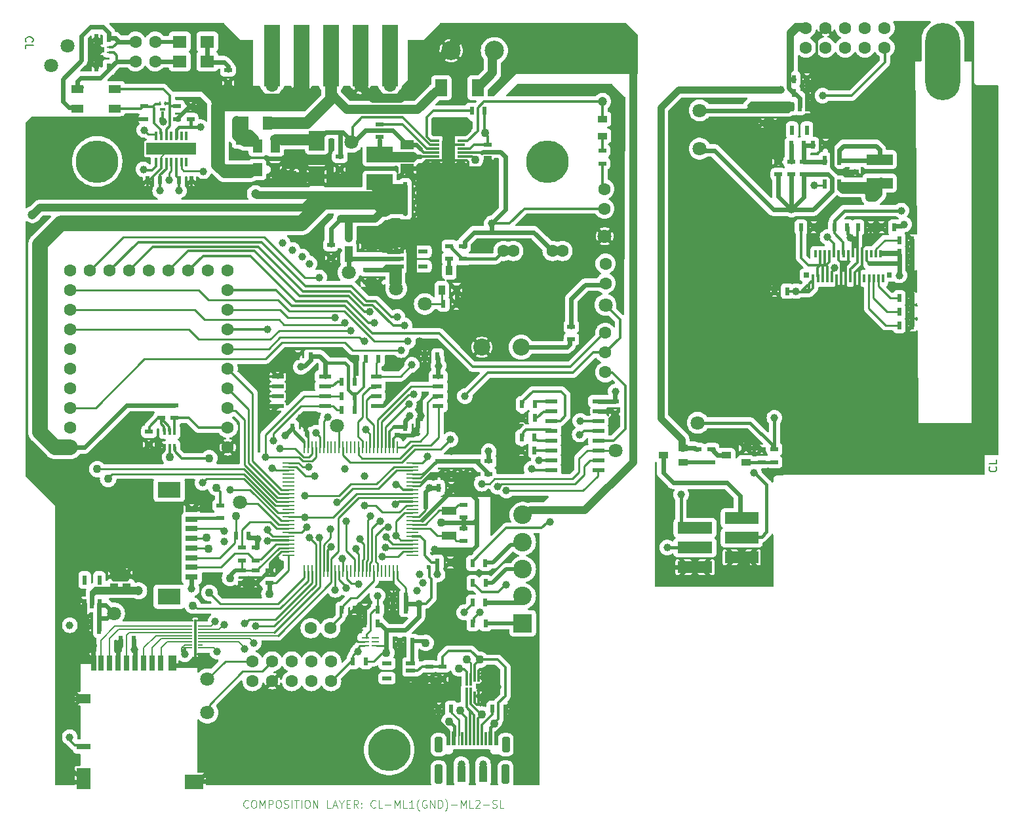
<source format=gbr>
%TF.GenerationSoftware,KiCad,Pcbnew,7.0.8*%
%TF.CreationDate,2024-06-17T23:50:33+02:00*%
%TF.ProjectId,Stima V4 Master,5374696d-6120-4563-9420-4d6173746572,rev?*%
%TF.SameCoordinates,Original*%
%TF.FileFunction,Copper,L1,Top*%
%TF.FilePolarity,Positive*%
%FSLAX46Y46*%
G04 Gerber Fmt 4.6, Leading zero omitted, Abs format (unit mm)*
G04 Created by KiCad (PCBNEW 7.0.8) date 2024-06-17 23:50:33*
%MOMM*%
%LPD*%
G01*
G04 APERTURE LIST*
G04 Aperture macros list*
%AMRoundRect*
0 Rectangle with rounded corners*
0 $1 Rounding radius*
0 $2 $3 $4 $5 $6 $7 $8 $9 X,Y pos of 4 corners*
0 Add a 4 corners polygon primitive as box body*
4,1,4,$2,$3,$4,$5,$6,$7,$8,$9,$2,$3,0*
0 Add four circle primitives for the rounded corners*
1,1,$1+$1,$2,$3*
1,1,$1+$1,$4,$5*
1,1,$1+$1,$6,$7*
1,1,$1+$1,$8,$9*
0 Add four rect primitives between the rounded corners*
20,1,$1+$1,$2,$3,$4,$5,0*
20,1,$1+$1,$4,$5,$6,$7,0*
20,1,$1+$1,$6,$7,$8,$9,0*
20,1,$1+$1,$8,$9,$2,$3,0*%
G04 Aperture macros list end*
%ADD10C,0.150000*%
%TA.AperFunction,NonConductor*%
%ADD11C,0.150000*%
%TD*%
%ADD12C,0.100000*%
%TA.AperFunction,NonConductor*%
%ADD13C,0.100000*%
%TD*%
%TA.AperFunction,SMDPad,CuDef*%
%ADD14R,3.000000X2.100000*%
%TD*%
%TA.AperFunction,SMDPad,CuDef*%
%ADD15R,1.600000X0.800000*%
%TD*%
%TA.AperFunction,SMDPad,CuDef*%
%ADD16R,0.400000X0.650000*%
%TD*%
%TA.AperFunction,SMDPad,CuDef*%
%ADD17R,0.300000X0.800000*%
%TD*%
%TA.AperFunction,SMDPad,CuDef*%
%ADD18R,0.300000X0.650000*%
%TD*%
%TA.AperFunction,ComponentPad*%
%ADD19O,4.500000X10.000000*%
%TD*%
%TA.AperFunction,ComponentPad*%
%ADD20C,5.500000*%
%TD*%
%TA.AperFunction,ComponentPad*%
%ADD21C,1.800000*%
%TD*%
%TA.AperFunction,SMDPad,CuDef*%
%ADD22R,1.000000X0.600000*%
%TD*%
%TA.AperFunction,ComponentPad*%
%ADD23R,2.400000X2.400000*%
%TD*%
%TA.AperFunction,ComponentPad*%
%ADD24C,2.400000*%
%TD*%
%TA.AperFunction,SMDPad,CuDef*%
%ADD25R,0.600000X1.000000*%
%TD*%
%TA.AperFunction,SMDPad,CuDef*%
%ADD26R,1.900000X1.100000*%
%TD*%
%TA.AperFunction,ComponentPad*%
%ADD27C,1.600000*%
%TD*%
%TA.AperFunction,SMDPad,CuDef*%
%ADD28R,0.400000X0.800000*%
%TD*%
%TA.AperFunction,SMDPad,CuDef*%
%ADD29R,6.500000X1.650000*%
%TD*%
%TA.AperFunction,SMDPad,CuDef*%
%ADD30R,0.450000X0.250000*%
%TD*%
%TA.AperFunction,SMDPad,CuDef*%
%ADD31R,0.400000X0.300000*%
%TD*%
%TA.AperFunction,SMDPad,CuDef*%
%ADD32R,1.800000X1.600000*%
%TD*%
%TA.AperFunction,SMDPad,CuDef*%
%ADD33R,0.700000X0.250000*%
%TD*%
%TA.AperFunction,SMDPad,CuDef*%
%ADD34R,0.400000X1.200000*%
%TD*%
%TA.AperFunction,SMDPad,CuDef*%
%ADD35R,0.300000X1.200000*%
%TD*%
%TA.AperFunction,SMDPad,CuDef*%
%ADD36R,0.300000X0.750000*%
%TD*%
%TA.AperFunction,SMDPad,CuDef*%
%ADD37R,0.300000X0.700000*%
%TD*%
%TA.AperFunction,SMDPad,CuDef*%
%ADD38R,0.900000X0.800000*%
%TD*%
%TA.AperFunction,ComponentPad*%
%ADD39RoundRect,0.250000X-0.250000X0.750000X-0.250000X-0.750000X0.250000X-0.750000X0.250000X0.750000X0*%
%TD*%
%TA.AperFunction,ComponentPad*%
%ADD40RoundRect,0.250000X-0.250000X1.000000X-0.250000X-1.000000X0.250000X-1.000000X0.250000X1.000000X0*%
%TD*%
%TA.AperFunction,ComponentPad*%
%ADD41C,1.000000*%
%TD*%
%TA.AperFunction,SMDPad,CuDef*%
%ADD42R,1.000000X2.000000*%
%TD*%
%TA.AperFunction,SMDPad,CuDef*%
%ADD43R,0.520000X1.000000*%
%TD*%
%TA.AperFunction,SMDPad,CuDef*%
%ADD44R,0.500000X1.000000*%
%TD*%
%TA.AperFunction,SMDPad,CuDef*%
%ADD45R,0.291400X1.750000*%
%TD*%
%TA.AperFunction,SMDPad,CuDef*%
%ADD46R,0.300000X1.750000*%
%TD*%
%TA.AperFunction,SMDPad,CuDef*%
%ADD47R,1.200000X1.800000*%
%TD*%
%TA.AperFunction,SMDPad,CuDef*%
%ADD48R,1.300000X0.850000*%
%TD*%
%TA.AperFunction,SMDPad,CuDef*%
%ADD49R,1.600000X2.200000*%
%TD*%
%TA.AperFunction,SMDPad,CuDef*%
%ADD50R,1.200000X0.600000*%
%TD*%
%TA.AperFunction,SMDPad,CuDef*%
%ADD51R,3.400000X1.100000*%
%TD*%
%TA.AperFunction,SMDPad,CuDef*%
%ADD52R,3.400000X0.980000*%
%TD*%
%TA.AperFunction,SMDPad,CuDef*%
%ADD53R,0.800000X0.300000*%
%TD*%
%TA.AperFunction,ComponentPad*%
%ADD54C,0.600000*%
%TD*%
%TA.AperFunction,ComponentPad*%
%ADD55R,1.800000X2.600000*%
%TD*%
%TA.AperFunction,SMDPad,CuDef*%
%ADD56R,1.100000X2.000000*%
%TD*%
%TA.AperFunction,SMDPad,CuDef*%
%ADD57R,0.800000X0.800000*%
%TD*%
%TA.AperFunction,SMDPad,CuDef*%
%ADD58R,2.300000X0.700000*%
%TD*%
%TA.AperFunction,SMDPad,CuDef*%
%ADD59R,1.300000X1.700000*%
%TD*%
%TA.AperFunction,SMDPad,CuDef*%
%ADD60R,1.270000X0.900000*%
%TD*%
%TA.AperFunction,SMDPad,CuDef*%
%ADD61R,3.000000X1.500000*%
%TD*%
%TA.AperFunction,SMDPad,CuDef*%
%ADD62R,0.600000X1.200000*%
%TD*%
%TA.AperFunction,SMDPad,CuDef*%
%ADD63R,2.000000X2.500000*%
%TD*%
%TA.AperFunction,SMDPad,CuDef*%
%ADD64R,0.250000X0.450000*%
%TD*%
%TA.AperFunction,SMDPad,CuDef*%
%ADD65R,0.800000X0.400000*%
%TD*%
%TA.AperFunction,SMDPad,CuDef*%
%ADD66R,0.300000X0.400000*%
%TD*%
%TA.AperFunction,SMDPad,CuDef*%
%ADD67R,1.800000X1.200000*%
%TD*%
%TA.AperFunction,ComponentPad*%
%ADD68C,1.200000*%
%TD*%
%TA.AperFunction,SMDPad,CuDef*%
%ADD69R,1.500000X0.280000*%
%TD*%
%TA.AperFunction,SMDPad,CuDef*%
%ADD70R,0.280000X1.500000*%
%TD*%
%TA.AperFunction,SMDPad,CuDef*%
%ADD71R,0.600000X0.600000*%
%TD*%
%TA.AperFunction,SMDPad,CuDef*%
%ADD72R,1.600000X1.000000*%
%TD*%
%TA.AperFunction,SMDPad,CuDef*%
%ADD73R,3.400000X1.400000*%
%TD*%
%TA.AperFunction,SMDPad,CuDef*%
%ADD74R,1.400000X0.600000*%
%TD*%
%TA.AperFunction,SMDPad,CuDef*%
%ADD75R,1.400000X0.500000*%
%TD*%
%TA.AperFunction,SMDPad,CuDef*%
%ADD76R,1.600000X0.600000*%
%TD*%
%TA.AperFunction,SMDPad,CuDef*%
%ADD77R,0.400000X0.900000*%
%TD*%
%TA.AperFunction,SMDPad,CuDef*%
%ADD78R,0.450000X0.200000*%
%TD*%
%TA.AperFunction,SMDPad,CuDef*%
%ADD79R,0.300000X1.000000*%
%TD*%
%TA.AperFunction,SMDPad,CuDef*%
%ADD80R,0.300000X2.800000*%
%TD*%
%TA.AperFunction,ComponentPad*%
%ADD81C,2.200000*%
%TD*%
%TA.AperFunction,ComponentPad*%
%ADD82C,2.500000*%
%TD*%
%TA.AperFunction,SMDPad,CuDef*%
%ADD83R,0.700000X1.400000*%
%TD*%
%TA.AperFunction,SMDPad,CuDef*%
%ADD84R,1.200000X0.800000*%
%TD*%
%TA.AperFunction,SMDPad,CuDef*%
%ADD85R,1.200000X1.200000*%
%TD*%
%TA.AperFunction,SMDPad,CuDef*%
%ADD86R,1.200000X2.800000*%
%TD*%
%TA.AperFunction,SMDPad,CuDef*%
%ADD87R,1.000000X1.400000*%
%TD*%
%TA.AperFunction,SMDPad,CuDef*%
%ADD88R,1.600000X1.900000*%
%TD*%
%TA.AperFunction,SMDPad,CuDef*%
%ADD89R,0.850000X1.300000*%
%TD*%
%TA.AperFunction,SMDPad,CuDef*%
%ADD90R,2.000000X8.000000*%
%TD*%
%TA.AperFunction,ViaPad*%
%ADD91C,1.000000*%
%TD*%
%TA.AperFunction,ViaPad*%
%ADD92C,1.100000*%
%TD*%
%TA.AperFunction,ViaPad*%
%ADD93C,0.600000*%
%TD*%
%TA.AperFunction,ViaPad*%
%ADD94C,1.200000*%
%TD*%
%TA.AperFunction,Conductor*%
%ADD95C,0.280000*%
%TD*%
%TA.AperFunction,Conductor*%
%ADD96C,0.200000*%
%TD*%
%TA.AperFunction,Conductor*%
%ADD97C,1.000000*%
%TD*%
%TA.AperFunction,Conductor*%
%ADD98C,1.200000*%
%TD*%
%TA.AperFunction,Conductor*%
%ADD99C,1.500000*%
%TD*%
%TA.AperFunction,Conductor*%
%ADD100C,0.300000*%
%TD*%
%TA.AperFunction,Conductor*%
%ADD101C,0.600000*%
%TD*%
%TA.AperFunction,Conductor*%
%ADD102C,0.500000*%
%TD*%
%TA.AperFunction,Conductor*%
%ADD103C,2.000000*%
%TD*%
%TA.AperFunction,Conductor*%
%ADD104C,0.400000*%
%TD*%
%TA.AperFunction,Conductor*%
%ADD105C,0.900000*%
%TD*%
%TA.AperFunction,Conductor*%
%ADD106C,0.250000*%
%TD*%
G04 APERTURE END LIST*
D10*
D11*
X85810599Y-58223307D02*
X85762980Y-58175688D01*
X85762980Y-58175688D02*
X85715360Y-58032831D01*
X85715360Y-58032831D02*
X85715360Y-57937593D01*
X85715360Y-57937593D02*
X85762980Y-57794736D01*
X85762980Y-57794736D02*
X85858218Y-57699498D01*
X85858218Y-57699498D02*
X85953456Y-57651879D01*
X85953456Y-57651879D02*
X86143932Y-57604260D01*
X86143932Y-57604260D02*
X86286789Y-57604260D01*
X86286789Y-57604260D02*
X86477265Y-57651879D01*
X86477265Y-57651879D02*
X86572503Y-57699498D01*
X86572503Y-57699498D02*
X86667741Y-57794736D01*
X86667741Y-57794736D02*
X86715360Y-57937593D01*
X86715360Y-57937593D02*
X86715360Y-58032831D01*
X86715360Y-58032831D02*
X86667741Y-58175688D01*
X86667741Y-58175688D02*
X86620122Y-58223307D01*
X85715360Y-59128069D02*
X85715360Y-58651879D01*
X85715360Y-58651879D02*
X86715360Y-58651879D01*
D10*
D11*
X211064600Y-113175892D02*
X211112220Y-113223511D01*
X211112220Y-113223511D02*
X211159839Y-113366368D01*
X211159839Y-113366368D02*
X211159839Y-113461606D01*
X211159839Y-113461606D02*
X211112220Y-113604463D01*
X211112220Y-113604463D02*
X211016981Y-113699701D01*
X211016981Y-113699701D02*
X210921743Y-113747320D01*
X210921743Y-113747320D02*
X210731267Y-113794939D01*
X210731267Y-113794939D02*
X210588410Y-113794939D01*
X210588410Y-113794939D02*
X210397934Y-113747320D01*
X210397934Y-113747320D02*
X210302696Y-113699701D01*
X210302696Y-113699701D02*
X210207458Y-113604463D01*
X210207458Y-113604463D02*
X210159839Y-113461606D01*
X210159839Y-113461606D02*
X210159839Y-113366368D01*
X210159839Y-113366368D02*
X210207458Y-113223511D01*
X210207458Y-113223511D02*
X210255077Y-113175892D01*
X211159839Y-112271130D02*
X211159839Y-112747320D01*
X211159839Y-112747320D02*
X210159839Y-112747320D01*
D12*
D13*
X114502332Y-157183280D02*
X114454713Y-157230900D01*
X114454713Y-157230900D02*
X114311856Y-157278519D01*
X114311856Y-157278519D02*
X114216618Y-157278519D01*
X114216618Y-157278519D02*
X114073761Y-157230900D01*
X114073761Y-157230900D02*
X113978523Y-157135661D01*
X113978523Y-157135661D02*
X113930904Y-157040423D01*
X113930904Y-157040423D02*
X113883285Y-156849947D01*
X113883285Y-156849947D02*
X113883285Y-156707090D01*
X113883285Y-156707090D02*
X113930904Y-156516614D01*
X113930904Y-156516614D02*
X113978523Y-156421376D01*
X113978523Y-156421376D02*
X114073761Y-156326138D01*
X114073761Y-156326138D02*
X114216618Y-156278519D01*
X114216618Y-156278519D02*
X114311856Y-156278519D01*
X114311856Y-156278519D02*
X114454713Y-156326138D01*
X114454713Y-156326138D02*
X114502332Y-156373757D01*
X115121380Y-156278519D02*
X115311856Y-156278519D01*
X115311856Y-156278519D02*
X115407094Y-156326138D01*
X115407094Y-156326138D02*
X115502332Y-156421376D01*
X115502332Y-156421376D02*
X115549951Y-156611852D01*
X115549951Y-156611852D02*
X115549951Y-156945185D01*
X115549951Y-156945185D02*
X115502332Y-157135661D01*
X115502332Y-157135661D02*
X115407094Y-157230900D01*
X115407094Y-157230900D02*
X115311856Y-157278519D01*
X115311856Y-157278519D02*
X115121380Y-157278519D01*
X115121380Y-157278519D02*
X115026142Y-157230900D01*
X115026142Y-157230900D02*
X114930904Y-157135661D01*
X114930904Y-157135661D02*
X114883285Y-156945185D01*
X114883285Y-156945185D02*
X114883285Y-156611852D01*
X114883285Y-156611852D02*
X114930904Y-156421376D01*
X114930904Y-156421376D02*
X115026142Y-156326138D01*
X115026142Y-156326138D02*
X115121380Y-156278519D01*
X115978523Y-157278519D02*
X115978523Y-156278519D01*
X115978523Y-156278519D02*
X116311856Y-156992804D01*
X116311856Y-156992804D02*
X116645189Y-156278519D01*
X116645189Y-156278519D02*
X116645189Y-157278519D01*
X117121380Y-157278519D02*
X117121380Y-156278519D01*
X117121380Y-156278519D02*
X117502332Y-156278519D01*
X117502332Y-156278519D02*
X117597570Y-156326138D01*
X117597570Y-156326138D02*
X117645189Y-156373757D01*
X117645189Y-156373757D02*
X117692808Y-156468995D01*
X117692808Y-156468995D02*
X117692808Y-156611852D01*
X117692808Y-156611852D02*
X117645189Y-156707090D01*
X117645189Y-156707090D02*
X117597570Y-156754709D01*
X117597570Y-156754709D02*
X117502332Y-156802328D01*
X117502332Y-156802328D02*
X117121380Y-156802328D01*
X118311856Y-156278519D02*
X118502332Y-156278519D01*
X118502332Y-156278519D02*
X118597570Y-156326138D01*
X118597570Y-156326138D02*
X118692808Y-156421376D01*
X118692808Y-156421376D02*
X118740427Y-156611852D01*
X118740427Y-156611852D02*
X118740427Y-156945185D01*
X118740427Y-156945185D02*
X118692808Y-157135661D01*
X118692808Y-157135661D02*
X118597570Y-157230900D01*
X118597570Y-157230900D02*
X118502332Y-157278519D01*
X118502332Y-157278519D02*
X118311856Y-157278519D01*
X118311856Y-157278519D02*
X118216618Y-157230900D01*
X118216618Y-157230900D02*
X118121380Y-157135661D01*
X118121380Y-157135661D02*
X118073761Y-156945185D01*
X118073761Y-156945185D02*
X118073761Y-156611852D01*
X118073761Y-156611852D02*
X118121380Y-156421376D01*
X118121380Y-156421376D02*
X118216618Y-156326138D01*
X118216618Y-156326138D02*
X118311856Y-156278519D01*
X119121380Y-157230900D02*
X119264237Y-157278519D01*
X119264237Y-157278519D02*
X119502332Y-157278519D01*
X119502332Y-157278519D02*
X119597570Y-157230900D01*
X119597570Y-157230900D02*
X119645189Y-157183280D01*
X119645189Y-157183280D02*
X119692808Y-157088042D01*
X119692808Y-157088042D02*
X119692808Y-156992804D01*
X119692808Y-156992804D02*
X119645189Y-156897566D01*
X119645189Y-156897566D02*
X119597570Y-156849947D01*
X119597570Y-156849947D02*
X119502332Y-156802328D01*
X119502332Y-156802328D02*
X119311856Y-156754709D01*
X119311856Y-156754709D02*
X119216618Y-156707090D01*
X119216618Y-156707090D02*
X119168999Y-156659471D01*
X119168999Y-156659471D02*
X119121380Y-156564233D01*
X119121380Y-156564233D02*
X119121380Y-156468995D01*
X119121380Y-156468995D02*
X119168999Y-156373757D01*
X119168999Y-156373757D02*
X119216618Y-156326138D01*
X119216618Y-156326138D02*
X119311856Y-156278519D01*
X119311856Y-156278519D02*
X119549951Y-156278519D01*
X119549951Y-156278519D02*
X119692808Y-156326138D01*
X120121380Y-157278519D02*
X120121380Y-156278519D01*
X120454713Y-156278519D02*
X121026141Y-156278519D01*
X120740427Y-157278519D02*
X120740427Y-156278519D01*
X121359475Y-157278519D02*
X121359475Y-156278519D01*
X122026141Y-156278519D02*
X122216617Y-156278519D01*
X122216617Y-156278519D02*
X122311855Y-156326138D01*
X122311855Y-156326138D02*
X122407093Y-156421376D01*
X122407093Y-156421376D02*
X122454712Y-156611852D01*
X122454712Y-156611852D02*
X122454712Y-156945185D01*
X122454712Y-156945185D02*
X122407093Y-157135661D01*
X122407093Y-157135661D02*
X122311855Y-157230900D01*
X122311855Y-157230900D02*
X122216617Y-157278519D01*
X122216617Y-157278519D02*
X122026141Y-157278519D01*
X122026141Y-157278519D02*
X121930903Y-157230900D01*
X121930903Y-157230900D02*
X121835665Y-157135661D01*
X121835665Y-157135661D02*
X121788046Y-156945185D01*
X121788046Y-156945185D02*
X121788046Y-156611852D01*
X121788046Y-156611852D02*
X121835665Y-156421376D01*
X121835665Y-156421376D02*
X121930903Y-156326138D01*
X121930903Y-156326138D02*
X122026141Y-156278519D01*
X122883284Y-157278519D02*
X122883284Y-156278519D01*
X122883284Y-156278519D02*
X123454712Y-157278519D01*
X123454712Y-157278519D02*
X123454712Y-156278519D01*
X125168998Y-157278519D02*
X124692808Y-157278519D01*
X124692808Y-157278519D02*
X124692808Y-156278519D01*
X125454713Y-156992804D02*
X125930903Y-156992804D01*
X125359475Y-157278519D02*
X125692808Y-156278519D01*
X125692808Y-156278519D02*
X126026141Y-157278519D01*
X126549951Y-156802328D02*
X126549951Y-157278519D01*
X126216618Y-156278519D02*
X126549951Y-156802328D01*
X126549951Y-156802328D02*
X126883284Y-156278519D01*
X127216618Y-156754709D02*
X127549951Y-156754709D01*
X127692808Y-157278519D02*
X127216618Y-157278519D01*
X127216618Y-157278519D02*
X127216618Y-156278519D01*
X127216618Y-156278519D02*
X127692808Y-156278519D01*
X128692808Y-157278519D02*
X128359475Y-156802328D01*
X128121380Y-157278519D02*
X128121380Y-156278519D01*
X128121380Y-156278519D02*
X128502332Y-156278519D01*
X128502332Y-156278519D02*
X128597570Y-156326138D01*
X128597570Y-156326138D02*
X128645189Y-156373757D01*
X128645189Y-156373757D02*
X128692808Y-156468995D01*
X128692808Y-156468995D02*
X128692808Y-156611852D01*
X128692808Y-156611852D02*
X128645189Y-156707090D01*
X128645189Y-156707090D02*
X128597570Y-156754709D01*
X128597570Y-156754709D02*
X128502332Y-156802328D01*
X128502332Y-156802328D02*
X128121380Y-156802328D01*
X129121380Y-157183280D02*
X129168999Y-157230900D01*
X129168999Y-157230900D02*
X129121380Y-157278519D01*
X129121380Y-157278519D02*
X129073761Y-157230900D01*
X129073761Y-157230900D02*
X129121380Y-157183280D01*
X129121380Y-157183280D02*
X129121380Y-157278519D01*
X129121380Y-156659471D02*
X129168999Y-156707090D01*
X129168999Y-156707090D02*
X129121380Y-156754709D01*
X129121380Y-156754709D02*
X129073761Y-156707090D01*
X129073761Y-156707090D02*
X129121380Y-156659471D01*
X129121380Y-156659471D02*
X129121380Y-156754709D01*
X130930903Y-157183280D02*
X130883284Y-157230900D01*
X130883284Y-157230900D02*
X130740427Y-157278519D01*
X130740427Y-157278519D02*
X130645189Y-157278519D01*
X130645189Y-157278519D02*
X130502332Y-157230900D01*
X130502332Y-157230900D02*
X130407094Y-157135661D01*
X130407094Y-157135661D02*
X130359475Y-157040423D01*
X130359475Y-157040423D02*
X130311856Y-156849947D01*
X130311856Y-156849947D02*
X130311856Y-156707090D01*
X130311856Y-156707090D02*
X130359475Y-156516614D01*
X130359475Y-156516614D02*
X130407094Y-156421376D01*
X130407094Y-156421376D02*
X130502332Y-156326138D01*
X130502332Y-156326138D02*
X130645189Y-156278519D01*
X130645189Y-156278519D02*
X130740427Y-156278519D01*
X130740427Y-156278519D02*
X130883284Y-156326138D01*
X130883284Y-156326138D02*
X130930903Y-156373757D01*
X131835665Y-157278519D02*
X131359475Y-157278519D01*
X131359475Y-157278519D02*
X131359475Y-156278519D01*
X132168999Y-156897566D02*
X132930904Y-156897566D01*
X133407094Y-157278519D02*
X133407094Y-156278519D01*
X133407094Y-156278519D02*
X133740427Y-156992804D01*
X133740427Y-156992804D02*
X134073760Y-156278519D01*
X134073760Y-156278519D02*
X134073760Y-157278519D01*
X135026141Y-157278519D02*
X134549951Y-157278519D01*
X134549951Y-157278519D02*
X134549951Y-156278519D01*
X135883284Y-157278519D02*
X135311856Y-157278519D01*
X135597570Y-157278519D02*
X135597570Y-156278519D01*
X135597570Y-156278519D02*
X135502332Y-156421376D01*
X135502332Y-156421376D02*
X135407094Y-156516614D01*
X135407094Y-156516614D02*
X135311856Y-156564233D01*
X136597570Y-157659471D02*
X136549951Y-157611852D01*
X136549951Y-157611852D02*
X136454713Y-157468995D01*
X136454713Y-157468995D02*
X136407094Y-157373757D01*
X136407094Y-157373757D02*
X136359475Y-157230900D01*
X136359475Y-157230900D02*
X136311856Y-156992804D01*
X136311856Y-156992804D02*
X136311856Y-156802328D01*
X136311856Y-156802328D02*
X136359475Y-156564233D01*
X136359475Y-156564233D02*
X136407094Y-156421376D01*
X136407094Y-156421376D02*
X136454713Y-156326138D01*
X136454713Y-156326138D02*
X136549951Y-156183280D01*
X136549951Y-156183280D02*
X136597570Y-156135661D01*
X137502332Y-156326138D02*
X137407094Y-156278519D01*
X137407094Y-156278519D02*
X137264237Y-156278519D01*
X137264237Y-156278519D02*
X137121380Y-156326138D01*
X137121380Y-156326138D02*
X137026142Y-156421376D01*
X137026142Y-156421376D02*
X136978523Y-156516614D01*
X136978523Y-156516614D02*
X136930904Y-156707090D01*
X136930904Y-156707090D02*
X136930904Y-156849947D01*
X136930904Y-156849947D02*
X136978523Y-157040423D01*
X136978523Y-157040423D02*
X137026142Y-157135661D01*
X137026142Y-157135661D02*
X137121380Y-157230900D01*
X137121380Y-157230900D02*
X137264237Y-157278519D01*
X137264237Y-157278519D02*
X137359475Y-157278519D01*
X137359475Y-157278519D02*
X137502332Y-157230900D01*
X137502332Y-157230900D02*
X137549951Y-157183280D01*
X137549951Y-157183280D02*
X137549951Y-156849947D01*
X137549951Y-156849947D02*
X137359475Y-156849947D01*
X137978523Y-157278519D02*
X137978523Y-156278519D01*
X137978523Y-156278519D02*
X138549951Y-157278519D01*
X138549951Y-157278519D02*
X138549951Y-156278519D01*
X139026142Y-157278519D02*
X139026142Y-156278519D01*
X139026142Y-156278519D02*
X139264237Y-156278519D01*
X139264237Y-156278519D02*
X139407094Y-156326138D01*
X139407094Y-156326138D02*
X139502332Y-156421376D01*
X139502332Y-156421376D02*
X139549951Y-156516614D01*
X139549951Y-156516614D02*
X139597570Y-156707090D01*
X139597570Y-156707090D02*
X139597570Y-156849947D01*
X139597570Y-156849947D02*
X139549951Y-157040423D01*
X139549951Y-157040423D02*
X139502332Y-157135661D01*
X139502332Y-157135661D02*
X139407094Y-157230900D01*
X139407094Y-157230900D02*
X139264237Y-157278519D01*
X139264237Y-157278519D02*
X139026142Y-157278519D01*
X139930904Y-157659471D02*
X139978523Y-157611852D01*
X139978523Y-157611852D02*
X140073761Y-157468995D01*
X140073761Y-157468995D02*
X140121380Y-157373757D01*
X140121380Y-157373757D02*
X140168999Y-157230900D01*
X140168999Y-157230900D02*
X140216618Y-156992804D01*
X140216618Y-156992804D02*
X140216618Y-156802328D01*
X140216618Y-156802328D02*
X140168999Y-156564233D01*
X140168999Y-156564233D02*
X140121380Y-156421376D01*
X140121380Y-156421376D02*
X140073761Y-156326138D01*
X140073761Y-156326138D02*
X139978523Y-156183280D01*
X139978523Y-156183280D02*
X139930904Y-156135661D01*
X140692809Y-156897566D02*
X141454714Y-156897566D01*
X141930904Y-157278519D02*
X141930904Y-156278519D01*
X141930904Y-156278519D02*
X142264237Y-156992804D01*
X142264237Y-156992804D02*
X142597570Y-156278519D01*
X142597570Y-156278519D02*
X142597570Y-157278519D01*
X143549951Y-157278519D02*
X143073761Y-157278519D01*
X143073761Y-157278519D02*
X143073761Y-156278519D01*
X143835666Y-156373757D02*
X143883285Y-156326138D01*
X143883285Y-156326138D02*
X143978523Y-156278519D01*
X143978523Y-156278519D02*
X144216618Y-156278519D01*
X144216618Y-156278519D02*
X144311856Y-156326138D01*
X144311856Y-156326138D02*
X144359475Y-156373757D01*
X144359475Y-156373757D02*
X144407094Y-156468995D01*
X144407094Y-156468995D02*
X144407094Y-156564233D01*
X144407094Y-156564233D02*
X144359475Y-156707090D01*
X144359475Y-156707090D02*
X143788047Y-157278519D01*
X143788047Y-157278519D02*
X144407094Y-157278519D01*
X144835666Y-156897566D02*
X145597571Y-156897566D01*
X146026142Y-157230900D02*
X146168999Y-157278519D01*
X146168999Y-157278519D02*
X146407094Y-157278519D01*
X146407094Y-157278519D02*
X146502332Y-157230900D01*
X146502332Y-157230900D02*
X146549951Y-157183280D01*
X146549951Y-157183280D02*
X146597570Y-157088042D01*
X146597570Y-157088042D02*
X146597570Y-156992804D01*
X146597570Y-156992804D02*
X146549951Y-156897566D01*
X146549951Y-156897566D02*
X146502332Y-156849947D01*
X146502332Y-156849947D02*
X146407094Y-156802328D01*
X146407094Y-156802328D02*
X146216618Y-156754709D01*
X146216618Y-156754709D02*
X146121380Y-156707090D01*
X146121380Y-156707090D02*
X146073761Y-156659471D01*
X146073761Y-156659471D02*
X146026142Y-156564233D01*
X146026142Y-156564233D02*
X146026142Y-156468995D01*
X146026142Y-156468995D02*
X146073761Y-156373757D01*
X146073761Y-156373757D02*
X146121380Y-156326138D01*
X146121380Y-156326138D02*
X146216618Y-156278519D01*
X146216618Y-156278519D02*
X146454713Y-156278519D01*
X146454713Y-156278519D02*
X146597570Y-156326138D01*
X147502332Y-157278519D02*
X147026142Y-157278519D01*
X147026142Y-157278519D02*
X147026142Y-156278519D01*
D14*
%TO.P,J2,*%
%TO.N,*%
X104280790Y-116142940D03*
X104280790Y-129972940D03*
D15*
%TO.P,J2,1,1*%
%TO.N,GND*%
X107201790Y-118682940D03*
%TO.P,J2,2,2*%
%TO.N,Net-(J2-Pad2)*%
X107201790Y-119932940D03*
%TO.P,J2,3,3*%
%TO.N,/Stima V4 Master_Cpu/PB3{slash}SWO*%
X107201790Y-121182940D03*
%TO.P,J2,4,4*%
%TO.N,/Stima V4 Master_Cpu/USART4_TX*%
X107201790Y-122432940D03*
%TO.P,J2,5,5*%
%TO.N,/Stima V4 Master_Cpu/PA14{slash}SWCLK*%
X107201790Y-123682940D03*
%TO.P,J2,6,6*%
%TO.N,/Stima V4 Master_Cpu/USART4_RX*%
X107201790Y-124932940D03*
%TO.P,J2,7,7*%
%TO.N,/Stima V4 Master_Cpu/PA13{slash}SWDIO*%
X107201790Y-126182940D03*
%TO.P,J2,8,8*%
%TO.N,+3V3*%
X107201790Y-127432940D03*
%TD*%
D16*
%TO.P,DS1,*%
%TO.N,*%
X186399380Y-88403100D03*
X186780380Y-88403100D03*
X197166180Y-88406300D03*
X197420180Y-88406300D03*
D17*
%TO.P,DS1,1,NC*%
%TO.N,unconnected-(DS1-NC-Pad1)*%
X196466180Y-88606300D03*
X196466180Y-88987300D03*
D18*
%TO.P,DS1,2,VPP*%
%TO.N,/Stima V4 Master_Display&SDC/+12VD*%
X196166180Y-85472300D03*
X196166180Y-85726300D03*
D17*
%TO.P,DS1,3,VSEGM*%
%TO.N,Net-(DS1-VSEGM)*%
X195866180Y-88606300D03*
X195866180Y-88987300D03*
D18*
%TO.P,DS1,4,VCOMH*%
%TO.N,Net-(DS1-VCOMH)*%
X195566180Y-85472300D03*
X195566180Y-85726300D03*
D17*
%TO.P,DS1,5,VSL*%
%TO.N,Net-(DS1-VSL)*%
X195266180Y-88606300D03*
X195266180Y-88987300D03*
D18*
%TO.P,DS1,6,NC*%
%TO.N,unconnected-(DS1-NC-Pad6)*%
X194966180Y-85472300D03*
X194966180Y-85726300D03*
D17*
%TO.P,DS1,7,IREF*%
%TO.N,Net-(DS1-IREF)*%
X194666180Y-88606300D03*
X194666180Y-88987300D03*
D18*
%TO.P,DS1,8,VPP*%
%TO.N,/Stima V4 Master_Display&SDC/+12VD*%
X194366180Y-85472300D03*
X194366180Y-85726300D03*
D17*
%TO.P,DS1,9,NC*%
%TO.N,unconnected-(DS1-NC-Pad9)*%
X194066180Y-88606300D03*
X194066180Y-88987300D03*
D18*
%TO.P,DS1,10,VSS*%
%TO.N,GND*%
X193766170Y-85472300D03*
X193766180Y-85726300D03*
D17*
%TO.P,DS1,11,VCL*%
X193466180Y-88606300D03*
X193466180Y-88987300D03*
D18*
%TO.P,DS1,12,VDD*%
%TO.N,+3V3D*%
X193166180Y-85472300D03*
X193166180Y-85726300D03*
D17*
%TO.P,DS1,13,IM0*%
%TO.N,GND*%
X192866180Y-88606300D03*
X192866180Y-88987300D03*
D18*
%TO.P,DS1,14,IM1*%
%TO.N,+3V3D*%
X192566180Y-85472300D03*
X192566180Y-85726300D03*
D17*
%TO.P,DS1,15,VDD*%
X192266180Y-88606300D03*
X192266190Y-88987300D03*
D18*
%TO.P,DS1,16,IM2*%
%TO.N,GND*%
X191966170Y-85472300D03*
X191966180Y-85726300D03*
D17*
%TO.P,DS1,17,CS*%
X191666180Y-88606300D03*
X191666180Y-88987300D03*
D18*
%TO.P,DS1,18,RES*%
%TO.N,-RES_DISP*%
X191366180Y-85472300D03*
X191366180Y-85726300D03*
D17*
%TO.P,DS1,19,A0*%
%TO.N,GND*%
X191066180Y-88606300D03*
X191066180Y-88987300D03*
D18*
%TO.P,DS1,20,WR*%
X190766180Y-85472300D03*
X190766180Y-85726300D03*
D17*
%TO.P,DS1,21,RD*%
X190466180Y-88606300D03*
X190466190Y-88987300D03*
D18*
%TO.P,DS1,22,D0*%
%TO.N,PB10{slash}I2C2_SCL*%
X190166180Y-85472300D03*
X190166180Y-85726300D03*
D17*
%TO.P,DS1,23,D1*%
%TO.N,PB14{slash}I2C2_SDA*%
X189866180Y-88606300D03*
X189866180Y-88987300D03*
D18*
%TO.P,DS1,24,D2*%
%TO.N,Net-(DS1-D2)*%
X189566180Y-85472300D03*
X189566180Y-85726300D03*
D17*
%TO.P,DS1,25,D3*%
X189266180Y-88606300D03*
X189266180Y-88987300D03*
D18*
%TO.P,DS1,26,D4*%
X188966180Y-85472300D03*
X188966180Y-85726300D03*
D17*
%TO.P,DS1,27,D5*%
X188666180Y-88606300D03*
X188666190Y-88987300D03*
D18*
%TO.P,DS1,28,D6*%
X188366180Y-85472300D03*
X188366180Y-85726300D03*
D17*
%TO.P,DS1,29,D7*%
X188066180Y-88606300D03*
X188066180Y-88987300D03*
D18*
%TO.P,DS1,30,NC*%
%TO.N,unconnected-(DS1-NC-Pad30)*%
X187766180Y-85472300D03*
X187766180Y-85726300D03*
D17*
%TO.P,DS1,31,VPP*%
%TO.N,/Stima V4 Master_Display&SDC/+12VD*%
X187466190Y-88606300D03*
X187466190Y-88987300D03*
%TD*%
D19*
%TO.P,A3,1,A*%
%TO.N,unconnected-(A3-A-Pad1)*%
X204203900Y-60769980D03*
%TD*%
D20*
%TO.P,A4,1,A*%
%TO.N,unconnected-(A4-A-Pad1)*%
X94983180Y-73698100D03*
%TD*%
%TO.P,A1,1,A*%
%TO.N,unconnected-(A1-A-Pad1)*%
X153124020Y-73698100D03*
%TD*%
%TO.P,A2,1,A*%
%TO.N,unconnected-(A2-A-Pad1)*%
X132702180Y-149771100D03*
%TD*%
D21*
%TO.P,GND1,1,1*%
%TO.N,GND*%
X160541790Y-83363940D03*
%TD*%
%TO.P,TP9,1,1*%
%TO.N,PB14{slash}I2C2_SDA*%
X109233790Y-144958940D03*
%TD*%
D22*
%TO.P,C2,1,1*%
%TO.N,Net-(U1B-VDDA)*%
X140729790Y-112446940D03*
%TO.P,C2,2,2*%
%TO.N,GND*%
X140729790Y-114097940D03*
%TD*%
D23*
%TO.P,J5,1,1*%
%TO.N,Net-(FIL4-Pad2)*%
X149950380Y-133411900D03*
D24*
%TO.P,J5,2,2*%
%TO.N,Net-(FIL2-Pad2)*%
X149950380Y-129911900D03*
%TO.P,J5,3,3*%
%TO.N,Net-(FIL5-Pad2)*%
X149950380Y-126411900D03*
%TO.P,J5,4,4*%
%TO.N,Net-(FIL3-Pad2)*%
X149950380Y-122911900D03*
%TO.P,J5,5,5*%
%TO.N,EGND*%
X149950380Y-119411900D03*
%TD*%
D25*
%TO.P,C45,1,1*%
%TO.N,Net-(U9-C1-)*%
X149873790Y-105080940D03*
%TO.P,C45,2,2*%
%TO.N,Net-(U9-C1+)*%
X151524790Y-105080940D03*
%TD*%
%TO.P,C66,1,1*%
%TO.N,+3V3SDC*%
X95251480Y-132766940D03*
%TO.P,C66,2,2*%
%TO.N,GND*%
X93600480Y-132766940D03*
%TD*%
D22*
%TO.P,C58,1,1*%
%TO.N,+5V*%
X125184020Y-84493100D03*
%TO.P,C58,2,2*%
%TO.N,GND*%
X125184020Y-86144100D03*
%TD*%
D26*
%TO.P,X1,1,OSC1*%
%TO.N,Net-(U1B-PC15{slash}OSC32_OUT)*%
X140423780Y-118859300D03*
%TO.P,X1,2,OSC2*%
%TO.N,Net-(U1B-PC14{slash}OSC32_IN)*%
X140423780Y-122059700D03*
%TD*%
D22*
%TO.P,FIL1,1,1*%
%TO.N,+3V3*%
X145555790Y-112446940D03*
%TO.P,FIL1,2,2*%
%TO.N,Net-(U1B-VDDA)*%
X145555790Y-114097940D03*
%TD*%
%TO.P,R3,1,1*%
%TO.N,Net-(BATT1-Pad1)*%
X156223790Y-95047930D03*
%TO.P,R3,2,2*%
%TO.N,Net-(C15-Pad1)*%
X156223790Y-96698930D03*
%TD*%
D27*
%TO.P,JP3,1,1*%
%TO.N,/Stima V4 Master_Can_RS232/USART2_RX*%
X160617260Y-95872300D03*
%TO.P,JP3,2,2*%
%TO.N,PD6{slash}232_RX*%
X160617260Y-98412300D03*
%TO.P,JP3,3,3*%
%TO.N,Net-(U9-RO1)*%
X160617260Y-100952300D03*
%TD*%
D28*
%TO.P,U7,1,TXD*%
%TO.N,CAN1_TX*%
X102603180Y-73570860D03*
X102603180Y-73977260D03*
%TO.P,U7,2,GND*%
%TO.N,GND*%
X103253180Y-73570860D03*
X103253180Y-73977260D03*
%TO.P,U7,3,VCC*%
%TO.N,+5V*%
X103903180Y-73570860D03*
X103903180Y-73977260D03*
%TO.P,U7,4,RXD*%
%TO.N,CAN1_RX*%
X104553180Y-73570860D03*
X104553180Y-73977260D03*
%TO.P,U7,5,VIO*%
%TO.N,+3V3*%
X105203180Y-73570860D03*
X105203180Y-73977260D03*
%TO.P,U7,6,EN*%
%TO.N,EN_CAN*%
X105853180Y-73570860D03*
X105853180Y-73977260D03*
%TO.P,U7,7,INH*%
%TO.N,unconnected-(U7-INH-Pad7)*%
X106503180Y-73570860D03*
X106503180Y-73977260D03*
%TO.P,U7,8,ERR_N*%
%TO.N,unconnected-(U7-ERR_N-Pad8)*%
X106503180Y-70164460D03*
X106503180Y-70570860D03*
%TO.P,U7,9,WAKE*%
%TO.N,unconnected-(U7-WAKE-Pad9)*%
X105853180Y-70164460D03*
X105853180Y-70570860D03*
%TO.P,U7,10,VBAT*%
%TO.N,+12V*%
X105203180Y-70164460D03*
X105203180Y-70570860D03*
%TO.P,U7,11,NC*%
%TO.N,unconnected-(U7-NC-Pad11)*%
X104553180Y-70164460D03*
X104553180Y-70570860D03*
%TO.P,U7,12,CANL*%
%TO.N,Net-(U7-CANL)*%
X103903180Y-70164460D03*
X103903180Y-70570860D03*
%TO.P,U7,13,CANH*%
%TO.N,Net-(U7-CANH)*%
X103253180Y-70164460D03*
X103253180Y-70570860D03*
%TO.P,U7,14,STB_N*%
%TO.N,STB_CAN*%
X102603180Y-70164460D03*
X102603180Y-70570860D03*
D29*
%TO.P,U7,15,GND*%
%TO.N,GND*%
X104553180Y-72070860D03*
%TD*%
D25*
%TO.P,C7,1,1*%
%TO.N,GND*%
X133185020Y-129959100D03*
%TO.P,C7,2,2*%
%TO.N,+3V3*%
X134836020Y-129959100D03*
%TD*%
%TO.P,C44,1,1*%
%TO.N,EGND*%
X94856180Y-61506100D03*
%TO.P,C44,2,2*%
%TO.N,/Stima V4 Master_Can_RS232/CANL*%
X96507180Y-61506100D03*
%TD*%
D22*
%TO.P,C40,1,1*%
%TO.N,EGND*%
X111874180Y-63538100D03*
%TO.P,C40,2,2*%
%TO.N,Net-(C40-Pad2)*%
X111874180Y-61887100D03*
%TD*%
D25*
%TO.P,FIL4,1,1*%
%TO.N,Net-(U9-RIN1)*%
X143497910Y-133413980D03*
%TO.P,FIL4,2,2*%
%TO.N,Net-(FIL4-Pad2)*%
X145148910Y-133413980D03*
%TD*%
D21*
%TO.P,TP7,1,1*%
%TO.N,Net-(U1A-PE10)*%
X125997790Y-107874940D03*
%TD*%
D25*
%TO.P,C46,1,1*%
%TO.N,GND*%
X149873790Y-106858930D03*
%TO.P,C46,2,2*%
%TO.N,Net-(U9-V+)*%
X151524790Y-106858930D03*
%TD*%
D22*
%TO.P,R29,1,1*%
%TO.N,Net-(U10-EN)*%
X103264790Y-106858930D03*
%TO.P,R29,2,2*%
%TO.N,+5V*%
X103264790Y-105207930D03*
%TD*%
D25*
%TO.P,C32,1,1*%
%TO.N,Net-(DS1-VSL)*%
X198590020Y-93129100D03*
%TO.P,C32,2,2*%
%TO.N,GND*%
X200241020Y-93129100D03*
%TD*%
D22*
%TO.P,C1,1,1*%
%TO.N,GND*%
X139154020Y-114084100D03*
%TO.P,C1,2,2*%
%TO.N,Net-(U1B-VDDA)*%
X139154020Y-112433100D03*
%TD*%
%TO.P,R5,1,1*%
%TO.N,Net-(Q1-B)*%
X172555020Y-112560100D03*
%TO.P,R5,2,2*%
%TO.N,+5V*%
X172555020Y-110909100D03*
%TD*%
%TO.P,C50,1,1*%
%TO.N,GND*%
X101689020Y-110274100D03*
%TO.P,C50,2,2*%
%TO.N,Net-(U10-EN)*%
X101689020Y-108623100D03*
%TD*%
D30*
%TO.P,DZ3,1,A/K*%
%TO.N,/Stima V4 Master_Can_RS232/CANL*%
X96608780Y-59601100D03*
X96380180Y-59601100D03*
%TO.P,DZ3,2,A/K*%
%TO.N,/Stima V4 Master_Can_RS232/CANH*%
X96608780Y-58940700D03*
X96380180Y-58940700D03*
D28*
%TO.P,DZ3,3,A/K*%
%TO.N,EGND*%
X95694380Y-59270900D03*
D31*
X95338780Y-59270900D03*
X95135580Y-59270900D03*
%TD*%
D27*
%TO.P,J7,1,1*%
%TO.N,+5V*%
X115049180Y-140881100D03*
%TO.P,J7,2,2*%
%TO.N,PB10{slash}I2C2_SCL*%
X115049180Y-138341100D03*
%TO.P,J7,3,3*%
%TO.N,GND*%
X117589180Y-140881100D03*
%TO.P,J7,4,4*%
%TO.N,PB14{slash}I2C2_SDA*%
X117589180Y-138341100D03*
%TO.P,J7,5,5*%
%TO.N,ENC_A*%
X120129180Y-140881100D03*
%TO.P,J7,6,6*%
%TO.N,-RES_DISP*%
X120129180Y-138341100D03*
%TO.P,J7,7,7*%
%TO.N,ENC_B*%
X122669180Y-140881100D03*
%TO.P,J7,8,8*%
%TO.N,unconnected-(J7-Pad8)*%
X122669180Y-138341100D03*
%TO.P,J7,9,9*%
%TO.N,KEY1*%
X125209180Y-140881100D03*
%TO.P,J7,10,10*%
%TO.N,EN+5VE*%
X125209180Y-138341100D03*
%TD*%
D22*
%TO.P,R30,1,1*%
%TO.N,/Stima V4 Master_Can_RS232/RST*%
X104991020Y-106845100D03*
%TO.P,R30,2,2*%
%TO.N,+5V*%
X104991020Y-105194100D03*
%TD*%
%TO.P,C31,1,1*%
%TO.N,/Stima V4 Master_Display&SDC/+12VD*%
X182969020Y-75349100D03*
%TO.P,C31,2,2*%
%TO.N,GND*%
X182969020Y-73698100D03*
%TD*%
%TO.P,C57,1,1*%
%TO.N,Net-(D2-K)*%
X131280020Y-86271100D03*
%TO.P,C57,2,2*%
%TO.N,GND*%
X131280020Y-84620100D03*
%TD*%
D25*
%TO.P,C3,1,1*%
%TO.N,GND*%
X140729790Y-115875940D03*
%TO.P,C3,2,2*%
%TO.N,+3V3*%
X139078790Y-115875940D03*
%TD*%
%TO.P,R18,1,1*%
%TO.N,GND*%
X200241020Y-94907100D03*
%TO.P,R18,2,2*%
%TO.N,Net-(DS1-IREF)*%
X198590020Y-94907100D03*
%TD*%
D32*
%TO.P,R28,1,1*%
%TO.N,Net-(JP2-Pad1)*%
X105651180Y-60744100D03*
%TO.P,R28,2,2*%
%TO.N,Net-(C40-Pad2)*%
X109207180Y-60744100D03*
%TD*%
D33*
%TO.P,U2,1,\u005C~{RST}*%
%TO.N,-RESET*%
X129756020Y-135309090D03*
X129476620Y-135309090D03*
%TO.P,U2,2,VSS*%
%TO.N,GND*%
X129756020Y-135809090D03*
X129476620Y-135809090D03*
%TO.P,U2,3,\u005C~{SR}*%
%TO.N,KEY1*%
X129756020Y-136309090D03*
X129476620Y-136309090D03*
%TO.P,U2,4,VCC*%
%TO.N,+3V3*%
X131035420Y-136309090D03*
X130756020Y-136309090D03*
%TO.P,U2,5,NC*%
%TO.N,unconnected-(U2-NC-Pad5)*%
X131035420Y-135809090D03*
X130756020Y-135809090D03*
%TO.P,U2,6,NC*%
%TO.N,unconnected-(U2-NC-Pad6)*%
X131035420Y-135309090D03*
X130756020Y-135309090D03*
%TD*%
D34*
%TO.P,FIL7,1,IN1+*%
%TO.N,Net-(FIL7-IN1+)*%
X142683220Y-142355700D03*
X142683220Y-142787500D03*
D35*
%TO.P,FIL7,2,IN1-*%
%TO.N,Net-(FIL7-IN1-)*%
X143234020Y-142355700D03*
X143234020Y-142787500D03*
D36*
%TO.P,FIL7,3,GND*%
%TO.N,GND*%
X143734020Y-142581100D03*
X143734020Y-143012900D03*
%TO.P,FIL7,4,GND*%
X144234020Y-142581100D03*
X144234020Y-143012900D03*
%TO.P,FIL7,5,GND*%
X144234020Y-140195300D03*
X144234020Y-140627100D03*
%TO.P,FIL7,6,VBUS/ID*%
%TO.N,Net-(FIL7-VBUS{slash}ID)*%
X143734020Y-140195300D03*
D37*
X143734020Y-140627100D03*
D35*
%TO.P,FIL7,7,OUT1-*%
%TO.N,PA11{slash}USB_DM*%
X143234020Y-140420700D03*
X143234020Y-140852500D03*
%TO.P,FIL7,8,OUT1+*%
%TO.N,PA12{slash}USB_DP*%
X142734020Y-140420700D03*
X142734020Y-140852500D03*
D38*
%TO.P,FIL7,GND,GND*%
%TO.N,GND*%
X144322220Y-141578700D03*
X144754020Y-141578700D03*
%TD*%
D22*
%TO.P,R1,1,1*%
%TO.N,3V3USB*%
X113678790Y-125273940D03*
%TO.P,R1,2,2*%
%TO.N,Net-(U1A-PA9)*%
X113678790Y-123622940D03*
%TD*%
D25*
%TO.P,C42,1,1*%
%TO.N,+5V*%
X103125020Y-76084490D03*
%TO.P,C42,2,2*%
%TO.N,GND*%
X101474020Y-76084490D03*
%TD*%
D21*
%TO.P,MCO1,1,1*%
%TO.N,Net-(U1A-PA8)*%
X113424790Y-117780940D03*
%TD*%
D39*
%TO.P,J6,*%
%TO.N,*%
X139101780Y-149110700D03*
D40*
X139101780Y-152920700D03*
D41*
X142021580Y-151625300D03*
D42*
X142022780Y-152920700D03*
D41*
X144816780Y-151625300D03*
D42*
X144816780Y-152920700D03*
D40*
X147737780Y-152920700D03*
D39*
X147763180Y-149110700D03*
D43*
%TO.P,J6,A1,GND*%
%TO.N,GND*%
X140319780Y-148704300D03*
D44*
%TO.P,J6,A4,VBUS*%
%TO.N,Net-(FIL7-VBUS{slash}ID)*%
X141069780Y-148704300D03*
D45*
%TO.P,J6,A5,CC1*%
%TO.N,Net-(J6-CC1)*%
X141669080Y-148329300D03*
D46*
%TO.P,J6,A6,D+*%
%TO.N,Net-(FIL7-IN1+)*%
X143169780Y-148329300D03*
%TO.P,J6,A7,D-*%
%TO.N,Net-(FIL7-IN1-)*%
X144169780Y-148329300D03*
%TO.P,J6,A8,SBU1*%
%TO.N,unconnected-(J6-SBU1-PadA8)*%
X145169780Y-148329300D03*
D44*
%TO.P,J6,A9,VBUS*%
%TO.N,Net-(FIL7-VBUS{slash}ID)*%
X145769780Y-148704300D03*
D43*
%TO.P,J6,A12,GND*%
%TO.N,GND*%
X146519780Y-148704300D03*
%TO.P,J6,B1,GND*%
X146519780Y-147942300D03*
D44*
%TO.P,J6,B4,VBUS*%
%TO.N,Net-(FIL7-VBUS{slash}ID)*%
X145769780Y-147942300D03*
D46*
%TO.P,J6,B5,CC2*%
%TO.N,Net-(J6-CC2)*%
X144669780Y-148329300D03*
%TO.P,J6,B6,D+*%
%TO.N,Net-(FIL7-IN1+)*%
X143669780Y-148329300D03*
%TO.P,J6,B7,D-*%
%TO.N,Net-(FIL7-IN1-)*%
X142669770Y-148329300D03*
%TO.P,J6,B8,SBU2*%
%TO.N,unconnected-(J6-SBU2-PadB8)*%
X142169780Y-148329300D03*
D44*
%TO.P,J6,B9,VBUS*%
%TO.N,Net-(FIL7-VBUS{slash}ID)*%
X141069780Y-147942300D03*
D43*
%TO.P,J6,B12,GND*%
%TO.N,GND*%
X140319780Y-147942300D03*
%TD*%
D47*
%TO.P,F1,1,1*%
%TO.N,+AL*%
X116954900Y-68770980D03*
%TO.P,F1,2,2*%
%TO.N,Net-(F1-Pad2)*%
X113954900Y-68770980D03*
%TD*%
D48*
%TO.P,Q2,1,G*%
%TO.N,Net-(Q2-G)*%
X178752620Y-112636300D03*
%TO.P,Q2,2,S*%
%TO.N,GND*%
X178752620Y-110736300D03*
%TO.P,Q2,3,D*%
%TO.N,Net-(Q2-D)*%
X176238020Y-111671100D03*
%TD*%
D22*
%TO.P,C43,1,1*%
%TO.N,GND*%
X107048180Y-66586100D03*
%TO.P,C43,2,2*%
%TO.N,+12V*%
X107048180Y-68237100D03*
%TD*%
D49*
%TO.P,D1,1,K*%
%TO.N,+AL*%
X139433180Y-64173100D03*
%TO.P,D1,2,A*%
%TO.N,Net-(D1-A)*%
X144132180Y-64173100D03*
%TD*%
D25*
%TO.P,C24,1,1*%
%TO.N,+3V3D*%
X193256020Y-82207100D03*
%TO.P,C24,2,2*%
%TO.N,GND*%
X194907020Y-82207100D03*
%TD*%
%TO.P,C5,1,1*%
%TO.N,GND*%
X121882020Y-108115100D03*
%TO.P,C5,2,2*%
%TO.N,+3V3*%
X120231020Y-108115100D03*
%TD*%
D22*
%TO.P,R9,1,1*%
%TO.N,-RESET*%
X110884790Y-118161940D03*
%TO.P,R9,2,2*%
%TO.N,Net-(J2-Pad2)*%
X110884790Y-119812940D03*
%TD*%
%TO.P,C39,1,1*%
%TO.N,GND*%
X105284020Y-68210490D03*
%TO.P,C39,2,2*%
%TO.N,Net-(U7-CANL)*%
X105284020Y-66559490D03*
%TD*%
D25*
%TO.P,C41,1,1*%
%TO.N,+3V3*%
X105538020Y-76084490D03*
%TO.P,C41,2,2*%
%TO.N,GND*%
X107189020Y-76084490D03*
%TD*%
D22*
%TO.P,C63,1,1*%
%TO.N,Net-(U12-BIAS)*%
X145452980Y-71564500D03*
%TO.P,C63,2,2*%
%TO.N,GND*%
X145452980Y-73215500D03*
%TD*%
D50*
%TO.P,U11,1,GND*%
%TO.N,GND*%
X135471020Y-140500100D03*
%TO.P,U11,2,VIN*%
%TO.N,Net-(FIL7-VBUS{slash}ID)*%
X135471020Y-139550100D03*
%TO.P,U11,3,VOUT*%
%TO.N,3V3USB*%
X135471020Y-138600100D03*
%TO.P,U11,4,NC*%
%TO.N,unconnected-(U11-NC-Pad4)*%
X132423020Y-138595100D03*
%TO.P,U11,5,NC*%
%TO.N,unconnected-(U11-NC-Pad5)*%
X132423020Y-140500100D03*
%TD*%
D25*
%TO.P,R2,1,1*%
%TO.N,GND*%
X128232010Y-131610100D03*
%TO.P,R2,2,2*%
%TO.N,Net-(U1B-PH3{slash}BOOT0)*%
X126581010Y-131610100D03*
%TD*%
%TO.P,C61,1,1*%
%TO.N,GND*%
X136435980Y-78549500D03*
%TO.P,C61,2,2*%
%TO.N,+5V*%
X134784980Y-78549500D03*
%TD*%
%TO.P,C47,1,1*%
%TO.N,Net-(U9-C2-)*%
X151473020Y-109385100D03*
%TO.P,C47,2,2*%
%TO.N,Net-(U9-C2+)*%
X149822020Y-109385100D03*
%TD*%
D51*
%TO.P,L4,1,1*%
%TO.N,Net-(U12-LX)*%
X131482980Y-72326500D03*
D52*
X131482980Y-73342500D03*
%TO.P,L4,2,2*%
%TO.N,+5V*%
X131482980Y-75882500D03*
D51*
X131482980Y-76898500D03*
%TD*%
D53*
%TO.P,U12,1,SPS*%
%TO.N,Net-(U12-SPS)*%
X138594980Y-71056500D03*
X138848980Y-71056500D03*
%TO.P,U12,2,EN*%
%TO.N,+12V*%
X138594980Y-71556500D03*
X138848980Y-71556500D03*
%TO.P,U12,3,BST*%
%TO.N,Net-(U12-BST)*%
X138594980Y-72056500D03*
X138848980Y-72056500D03*
%TO.P,U12,4,SUP*%
%TO.N,+12V*%
X138594980Y-72556500D03*
X138848980Y-72556500D03*
%TO.P,U12,5,LX*%
%TO.N,Net-(U12-LX)*%
X138594980Y-73056500D03*
X138848980Y-73056500D03*
%TO.P,U12,6,PGND*%
%TO.N,GND*%
X138594980Y-73556500D03*
X138848980Y-73556500D03*
%TO.P,U12,7,AGND*%
X141848980Y-73556500D03*
X142102980Y-73556500D03*
X142102980Y-73556500D03*
%TO.P,U12,8,FB*%
%TO.N,Net-(U12-BIAS)*%
X141848980Y-73056500D03*
X142102980Y-73056500D03*
%TO.P,U12,9,OUT*%
%TO.N,+5V*%
X141848980Y-72556500D03*
X142102980Y-72556500D03*
%TO.P,U12,10,BIAS*%
%TO.N,Net-(U12-BIAS)*%
X141848980Y-72056500D03*
X142102980Y-72056500D03*
%TO.P,U12,11,SYNC*%
%TO.N,GND*%
X141848980Y-71556500D03*
X142102980Y-71556500D03*
%TO.P,U12,12,PGOOD*%
%TO.N,Net-(DL1-K)*%
X141848980Y-71056500D03*
X142102980Y-71056500D03*
D54*
%TO.P,U12,13,EP*%
%TO.N,GND*%
X139840980Y-71417500D03*
X139840980Y-72306500D03*
X139840980Y-73195500D03*
X140348980Y-71417500D03*
D55*
X140348980Y-72306500D03*
D54*
X140348980Y-73195500D03*
X140856980Y-71417500D03*
X140856980Y-72306500D03*
X140856980Y-73195500D03*
%TD*%
D21*
%TO.P,TP2,1,1*%
%TO.N,BUZZER*%
X137300790Y-92126940D03*
%TD*%
D56*
%TO.P,D2,1,K*%
%TO.N,Net-(D2-K)*%
X127470020Y-85636100D03*
D57*
%TO.P,D2,2,A*%
%TO.N,+5V*%
X127470020Y-83736100D03*
%TD*%
D58*
%TO.P,L3,1,1*%
%TO.N,Net-(F1-Pad2)*%
X114033900Y-71183980D03*
X115176900Y-71183980D03*
D59*
X115684900Y-71691980D03*
%TO.P,L3,2,2*%
%TO.N,+12V*%
X117970900Y-71691980D03*
D58*
X118478900Y-71183980D03*
X119621900Y-71183980D03*
D59*
%TO.P,L3,3,3*%
%TO.N,GND*%
X117970900Y-74739980D03*
D58*
X118478900Y-75247980D03*
X119621900Y-75247980D03*
%TO.P,L3,4,4*%
%TO.N,EGND*%
X114033900Y-75247980D03*
X115176900Y-75247980D03*
D59*
X115684900Y-74739980D03*
%TD*%
D60*
%TO.P,DL1,1,K*%
%TO.N,Net-(DL1-K)*%
X160236020Y-68237100D03*
%TO.P,DL1,2,A*%
%TO.N,Net-(DL1-A)*%
X160236020Y-70396100D03*
%TD*%
D25*
%TO.P,C19,1,1*%
%TO.N,+3V3*%
X122568780Y-98857940D03*
%TO.P,C19,2,2*%
%TO.N,GND*%
X120917780Y-98857940D03*
%TD*%
%TO.P,C21,1,1*%
%TO.N,+5V*%
X185001020Y-63030100D03*
%TO.P,C21,2,2*%
%TO.N,GND*%
X186652020Y-63030100D03*
%TD*%
D27*
%TO.P,JP2,1*%
%TO.N,Net-(JP2-Pad1)*%
X102476180Y-60742500D03*
%TO.P,JP2,2*%
%TO.N,/Stima V4 Master_Can_RS232/CANL*%
X99936180Y-60742500D03*
%TD*%
D61*
%TO.P,J1,1,1*%
%TO.N,GND*%
X172961180Y-126149100D03*
X171437180Y-126149100D03*
%TO.P,J1,2,2*%
X178930180Y-124879100D03*
X177533180Y-124879100D03*
%TO.P,J1,3,3*%
%TO.N,KEY1*%
X172961180Y-123609100D03*
X171437180Y-123609100D03*
%TO.P,J1,4,4*%
%TO.N,ENC_B*%
X178930180Y-122339100D03*
X177533180Y-122339100D03*
%TO.P,J1,5,5*%
%TO.N,ENC_A*%
X172961180Y-121069100D03*
X171437180Y-121069100D03*
%TO.P,J1,6,6*%
%TO.N,+5VE*%
X178930180Y-119799100D03*
X177533180Y-119799100D03*
%TD*%
D62*
%TO.P,U14,1,GND*%
%TO.N,GND*%
X93374380Y-130846500D03*
%TO.P,U14,2,VIN*%
%TO.N,+5V*%
X94324380Y-130846500D03*
%TO.P,U14,3,VOUT*%
%TO.N,+3V3SDC*%
X95274380Y-130846500D03*
%TO.P,U14,4,NC*%
%TO.N,unconnected-(U14-NC-Pad4)*%
X95279380Y-127798500D03*
%TO.P,U14,5,NC*%
%TO.N,unconnected-(U14-NC-Pad5)*%
X93374380Y-127798500D03*
%TD*%
D21*
%TO.P,+3V3D1,1,1*%
%TO.N,+3V3D*%
X172809020Y-67094100D03*
%TD*%
%TO.P,TP8,1,1*%
%TO.N,PB10{slash}I2C2_SCL*%
X109233790Y-140640940D03*
%TD*%
D22*
%TO.P,C54,1,1*%
%TO.N,Net-(U12-BST)*%
X131482980Y-68897500D03*
%TO.P,C54,2,2*%
%TO.N,Net-(U12-LX)*%
X131482980Y-70548500D03*
%TD*%
D21*
%TO.P,+3V3SDC1,1,1*%
%TO.N,+3V3SDC*%
X97168790Y-132131940D03*
%TD*%
D25*
%TO.P,FIL3,1,1*%
%TO.N,Net-(U9-DO2)*%
X143472020Y-125641100D03*
%TO.P,FIL3,2,2*%
%TO.N,Net-(FIL3-Pad2)*%
X145123020Y-125641100D03*
%TD*%
D22*
%TO.P,R19,1,1*%
%TO.N,/Stima V4 Master_Display&SDC/+12VD*%
X186271020Y-75349100D03*
%TO.P,R19,2,2*%
%TO.N,Net-(U6-VFB)*%
X186271020Y-73698100D03*
%TD*%
D63*
%TO.P,DZ4,1,K*%
%TO.N,+12V*%
X123354980Y-71056500D03*
%TO.P,DZ4,2,A*%
%TO.N,GND*%
X123354980Y-75628500D03*
%TD*%
D25*
%TO.P,R26,1,1*%
%TO.N,GND*%
X141364790Y-92126940D03*
%TO.P,R26,2,2*%
%TO.N,BUZZER*%
X139713790Y-92126940D03*
%TD*%
D22*
%TO.P,R23,1,1*%
%TO.N,Net-(BZ1--)*%
X142253790Y-86284940D03*
%TO.P,R23,2,2*%
%TO.N,+5V*%
X142253790Y-84633940D03*
%TD*%
D21*
%TO.P,TP6,1,1*%
%TO.N,PD6{slash}232_RX*%
X160642180Y-92240100D03*
%TD*%
D25*
%TO.P,C27,1,1*%
%TO.N,GND*%
X200241020Y-87033100D03*
%TO.P,C27,2,2*%
%TO.N,/Stima V4 Master_Display&SDC/+12VD*%
X198590020Y-87033100D03*
%TD*%
%TO.P,C34,1,1*%
%TO.N,Net-(DS1-VSEGM)*%
X198590020Y-91351100D03*
%TO.P,C34,2,2*%
%TO.N,GND*%
X200241020Y-91351100D03*
%TD*%
D22*
%TO.P,C12,1,1*%
%TO.N,GND*%
X113678790Y-128194930D03*
%TO.P,C12,2,2*%
%TO.N,3V3USB*%
X113678790Y-126543930D03*
%TD*%
%TO.P,R7,1,1*%
%TO.N,Net-(Q2-G)*%
X182461020Y-112560100D03*
%TO.P,R7,2,2*%
%TO.N,EN+5VE*%
X182461020Y-110909100D03*
%TD*%
D64*
%TO.P,DZ2,1,A/K*%
%TO.N,Net-(U7-CANL)*%
X103785420Y-66076890D03*
X103785420Y-66305490D03*
%TO.P,DZ2,2,A/K*%
%TO.N,Net-(U7-CANH)*%
X103125020Y-66076890D03*
X103125020Y-66305490D03*
D65*
%TO.P,DZ2,3,A/K*%
%TO.N,GND*%
X103455220Y-66991290D03*
D66*
X103455220Y-67346890D03*
X103455220Y-67550090D03*
%TD*%
D67*
%TO.P,C56,1,1*%
%TO.N,+12V*%
X135038980Y-71564500D03*
%TO.P,C56,2,2*%
%TO.N,GND*%
X135038980Y-74564500D03*
%TD*%
D22*
%TO.P,C571,1,1*%
%TO.N,Net-(D2-K)*%
X129629020Y-86282200D03*
%TO.P,C571,2,2*%
%TO.N,GND*%
X129629020Y-84631200D03*
%TD*%
D68*
%TO.P,J8,1,1*%
%TO.N,Net-(DL1-K)*%
X160261180Y-65951100D03*
%TD*%
D21*
%TO.P,TP4,1,1*%
%TO.N,CAN1_RX*%
X91173180Y-58712100D03*
%TD*%
D69*
%TO.P,U1,1,PE2*%
%TO.N,unconnected-(U1A-PE2-Pad1)*%
X135732010Y-124657100D03*
%TO.P,U1,2,PE3*%
%TO.N,ENC_A*%
X135732010Y-124157100D03*
%TO.P,U1,3,PE4*%
%TO.N,ENC_B*%
X135732010Y-123657100D03*
%TO.P,U1,4,PE5*%
%TO.N,EN+5VE*%
X135732010Y-123157100D03*
%TO.P,U1,5,PE6*%
%TO.N,KEY1*%
X135732010Y-122657100D03*
%TO.P,U1,6,VBAT*%
%TO.N,Net-(U1B-VBAT)*%
X135732010Y-122157100D03*
%TO.P,U1,7,PC13*%
%TO.N,unconnected-(U1A-PC13-Pad7)*%
X135732010Y-121657110D03*
%TO.P,U1,8,PC14/OSC32_IN*%
%TO.N,Net-(U1B-PC14{slash}OSC32_IN)*%
X135732010Y-121157110D03*
%TO.P,U1,9,PC15/OSC32_OUT*%
%TO.N,Net-(U1B-PC15{slash}OSC32_OUT)*%
X135732010Y-120657110D03*
%TO.P,U1,10,VSS*%
%TO.N,GND*%
X135732010Y-120157110D03*
%TO.P,U1,11,VDD*%
%TO.N,+3V3*%
X135732010Y-119657110D03*
%TO.P,U1,12,PH0/OSC_IN*%
%TO.N,KEY1*%
X135732010Y-119157110D03*
%TO.P,U1,13,PH1/OSC_OUT*%
%TO.N,unconnected-(U1B-PH1{slash}OSC_OUT-Pad13)*%
X135732010Y-118657110D03*
%TO.P,U1,14,NRST*%
%TO.N,-RESET*%
X135732010Y-118157110D03*
%TO.P,U1,15,PC0*%
%TO.N,UPIN27_PC0*%
X135732010Y-117657110D03*
%TO.P,U1,16,PC1*%
%TO.N,SDMMC1_CMD*%
X135732010Y-117157110D03*
%TO.P,U1,17,PC2*%
%TO.N,SDMMC1_D0*%
X135732010Y-116657110D03*
%TO.P,U1,18,PC3*%
%TO.N,UPIN27_PC3*%
X135732010Y-116157120D03*
%TO.P,U1,19,VSSA*%
%TO.N,GND*%
X135732010Y-115657120D03*
%TO.P,U1,20,VREF-*%
X135732010Y-115157120D03*
%TO.P,U1,21,VREF+*%
%TO.N,Net-(U1B-VDDA)*%
X135732010Y-114657120D03*
%TO.P,U1,22,VDDA*%
X135732010Y-114157120D03*
%TO.P,U1,23,PA0*%
%TO.N,/Stima V4 Master_Cpu/USART4_TX*%
X135732010Y-113657120D03*
%TO.P,U1,24,PA1*%
%TO.N,/Stima V4 Master_Cpu/USART4_RX*%
X135732010Y-113157120D03*
%TO.P,U1,25,PA2*%
%TO.N,/Stima V4 Master_Cpu/PA2{slash}F_-CS*%
X135732010Y-112657120D03*
D70*
%TO.P,U1,26,PA3*%
%TO.N,/Stima V4 Master_Cpu/PA3{slash}F_SCK*%
X133732010Y-110657120D03*
%TO.P,U1,27,VSS*%
%TO.N,GND*%
X133232010Y-110657120D03*
%TO.P,U1,28,VDD*%
%TO.N,+3V3*%
X132732010Y-110657120D03*
%TO.P,U1,29,PA4*%
%TO.N,SPI1_NSS*%
X132232010Y-110657120D03*
%TO.P,U1,30,PA5*%
%TO.N,SPI1_CLK*%
X131732010Y-110657120D03*
%TO.P,U1,31,PA6*%
%TO.N,/Stima V4 Master_Cpu/PA6{slash}F_I{slash}O3*%
X131232010Y-110657120D03*
%TO.P,U1,32,PA7*%
%TO.N,/Stima V4 Master_Cpu/PA7{slash}F_I{slash}O2*%
X130732010Y-110657120D03*
%TO.P,U1,33,PC4*%
%TO.N,UPIN27_PC4*%
X130232010Y-110657120D03*
%TO.P,U1,34,PC5*%
%TO.N,unconnected-(U1A-PC5-Pad34)*%
X129732020Y-110657120D03*
%TO.P,U1,35,PB0*%
%TO.N,/Stima V4 Master_Cpu/PB0{slash}F_I{slash}O1*%
X129232020Y-110657120D03*
%TO.P,U1,36,PB1*%
%TO.N,/Stima V4 Master_Cpu/PB1{slash}F_I{slash}O0*%
X128732020Y-110657120D03*
%TO.P,U1,37,PB2*%
%TO.N,unconnected-(U1A-PB2-Pad37)*%
X128232020Y-110657120D03*
%TO.P,U1,38,PE7*%
%TO.N,unconnected-(U1A-PE7-Pad38)*%
X127732020Y-110657120D03*
%TO.P,U1,39,PE8*%
%TO.N,unconnected-(U1A-PE8-Pad39)*%
X127232020Y-110657120D03*
%TO.P,U1,40,PE9*%
%TO.N,BUZZER*%
X126732020Y-110657120D03*
%TO.P,U1,41,PE10*%
%TO.N,Net-(U1A-PE10)*%
X126232020Y-110657120D03*
%TO.P,U1,42,PE11*%
%TO.N,unconnected-(U1A-PE11-Pad42)*%
X125732020Y-110657120D03*
%TO.P,U1,43,PE12*%
%TO.N,unconnected-(U1A-PE12-Pad43)*%
X125232030Y-110657120D03*
%TO.P,U1,44,PE13*%
%TO.N,unconnected-(U1A-PE13-Pad44)*%
X124732030Y-110657120D03*
%TO.P,U1,45,PE14*%
%TO.N,EN_CAN*%
X124232030Y-110657120D03*
%TO.P,U1,46,PE15*%
%TO.N,STB_CAN*%
X123732030Y-110657120D03*
%TO.P,U1,47,PB10*%
%TO.N,PB10{slash}I2C2_SCL*%
X123232030Y-110657120D03*
%TO.P,U1,48,PB11*%
%TO.N,-RES_DISP*%
X122732030Y-110657120D03*
%TO.P,U1,49,VSS*%
%TO.N,GND*%
X122232030Y-110657120D03*
%TO.P,U1,50,VDD*%
%TO.N,+3V3*%
X121732030Y-110657120D03*
D69*
%TO.P,U1,51,PB12*%
%TO.N,SDMMC1_D3*%
X119732030Y-112657120D03*
%TO.P,U1,52,PB13*%
%TO.N,SDMMC1_CK*%
X119732030Y-113157120D03*
%TO.P,U1,53,PB14*%
%TO.N,PB14{slash}I2C2_SDA*%
X119732030Y-113657120D03*
%TO.P,U1,54,PB15*%
%TO.N,unconnected-(U1A-PB15-Pad54)*%
X119732030Y-114157120D03*
%TO.P,U1,55,PD8*%
%TO.N,unconnected-(U1A-PD8-Pad55)*%
X119732030Y-114657120D03*
%TO.P,U1,56,PD9*%
%TO.N,unconnected-(U1A-PD9-Pad56)*%
X119732030Y-115157120D03*
%TO.P,U1,57,PD10*%
%TO.N,unconnected-(U1A-PD10-Pad57)*%
X119732030Y-115657120D03*
%TO.P,U1,58,PD11*%
%TO.N,UPIN27_D4*%
X119732030Y-116157120D03*
%TO.P,U1,59,PD12*%
%TO.N,UPIN27_D5*%
X119732030Y-116657120D03*
%TO.P,U1,60,PD13*%
%TO.N,UPIN27_D6*%
X119732030Y-117157110D03*
%TO.P,U1,61,PD14*%
%TO.N,UPIN27_D8*%
X119732030Y-117657110D03*
%TO.P,U1,62,PD15*%
%TO.N,UPIN27_D9*%
X119732030Y-118157110D03*
%TO.P,U1,63,PC6*%
%TO.N,unconnected-(U1A-PC6-Pad63)*%
X119732030Y-118657110D03*
%TO.P,U1,64,PC7*%
%TO.N,SD_DTC*%
X119732030Y-119157110D03*
%TO.P,U1,65,PC8*%
%TO.N,SDMMC1_D0*%
X119732030Y-119657110D03*
%TO.P,U1,66,PC9*%
%TO.N,SDMMC1_D1*%
X119732030Y-120157110D03*
%TO.P,U1,67,PA8*%
%TO.N,Net-(U1A-PA8)*%
X119732030Y-120657110D03*
%TO.P,U1,68,PA9*%
%TO.N,Net-(U1A-PA9)*%
X119732030Y-121157110D03*
%TO.P,U1,69,PA10*%
%TO.N,USART1_RX*%
X119732030Y-121657110D03*
%TO.P,U1,70,PA11*%
%TO.N,PA11{slash}USB_DM*%
X119732030Y-122157100D03*
%TO.P,U1,71,PA12*%
%TO.N,PA12{slash}USB_DP*%
X119732030Y-122657100D03*
%TO.P,U1,72,PA13*%
%TO.N,/Stima V4 Master_Cpu/PA13{slash}SWDIO*%
X119732030Y-123157100D03*
%TO.P,U1,73,VDDUSB*%
%TO.N,3V3USB*%
X119732030Y-123657100D03*
%TO.P,U1,74,VSS*%
%TO.N,GND*%
X119732030Y-124157100D03*
%TO.P,U1,75,VDD*%
%TO.N,+3V3*%
X119732030Y-124657100D03*
D70*
%TO.P,U1,76,PA14*%
%TO.N,/Stima V4 Master_Cpu/PA14{slash}SWCLK*%
X121732030Y-126657100D03*
%TO.P,U1,77,PA15*%
%TO.N,UPIN27_D10*%
X122232030Y-126657100D03*
%TO.P,U1,78,PC10*%
%TO.N,SDMMC1_D2*%
X122732030Y-126657100D03*
%TO.P,U1,79,PC11*%
%TO.N,SDMMC1_D3*%
X123232030Y-126657100D03*
%TO.P,U1,80,PC12*%
%TO.N,SDMMC1_CK*%
X123732030Y-126657100D03*
%TO.P,U1,81,PD0*%
%TO.N,CAN1_RX*%
X124232030Y-126657100D03*
%TO.P,U1,82,PD1*%
%TO.N,CAN1_TX*%
X124732030Y-126657100D03*
%TO.P,U1,83,PD2*%
%TO.N,SDMMC1_CMD*%
X125232030Y-126657100D03*
%TO.P,U1,84,PD3*%
%TO.N,PD3{slash}232_CTS*%
X125732020Y-126657100D03*
%TO.P,U1,85,PD4*%
%TO.N,PD4{slash}232_RTS*%
X126232020Y-126657100D03*
%TO.P,U1,86,PD5*%
%TO.N,PD5{slash}232_TX*%
X126732020Y-126657100D03*
%TO.P,U1,87,PD6*%
%TO.N,PD6{slash}232_RX*%
X127232020Y-126657100D03*
%TO.P,U1,88,PD7*%
%TO.N,unconnected-(U1A-PD7-Pad88)*%
X127732020Y-126657100D03*
%TO.P,U1,89,PB3*%
%TO.N,/Stima V4 Master_Cpu/PB3{slash}SWO*%
X128232020Y-126657100D03*
%TO.P,U1,90,PB4*%
%TO.N,SPI1_MISO*%
X128732020Y-126657100D03*
%TO.P,U1,91,PB5*%
%TO.N,SPI1_MOSI*%
X129232020Y-126657100D03*
%TO.P,U1,92,PB6*%
%TO.N,USART1_TX*%
X129732020Y-126657100D03*
%TO.P,U1,93,PB7*%
%TO.N,I2C1_SDA*%
X130232020Y-126657100D03*
%TO.P,U1,94,PH3/BOOT0*%
%TO.N,Net-(U1B-PH3{slash}BOOT0)*%
X130732010Y-126657100D03*
%TO.P,U1,95,PB8*%
%TO.N,I2C1_SCL*%
X131232010Y-126657100D03*
%TO.P,U1,96,PB9*%
%TO.N,unconnected-(U1A-PB9-Pad96)*%
X131732010Y-126657100D03*
%TO.P,U1,97,PE0*%
%TO.N,unconnected-(U1A-PE0-Pad97)*%
X132232010Y-126657100D03*
%TO.P,U1,98,PE1*%
%TO.N,unconnected-(U1A-PE1-Pad98)*%
X132732010Y-126657100D03*
%TO.P,U1,99,VSS*%
%TO.N,GND*%
X133232010Y-126657100D03*
%TO.P,U1,100,VDD*%
%TO.N,+3V3*%
X133732010Y-126657100D03*
%TD*%
D22*
%TO.P,R6,1,1*%
%TO.N,Net-(Q1-B)*%
X174333020Y-112560100D03*
%TO.P,R6,2,2*%
%TO.N,Net-(Q2-D)*%
X174333020Y-110909100D03*
%TD*%
%TO.P,C11,1,1*%
%TO.N,3V3USB*%
X115456790Y-126543940D03*
%TO.P,C11,2,2*%
%TO.N,GND*%
X115456790Y-128194940D03*
%TD*%
%TO.P,C64,1,1*%
%TO.N,+5V*%
X97168790Y-128512440D03*
%TO.P,C64,2,2*%
%TO.N,GND*%
X97168790Y-126861440D03*
%TD*%
%TO.P,R8,1,1*%
%TO.N,Net-(Q2-G)*%
X180810020Y-112560100D03*
%TO.P,R8,2,2*%
%TO.N,GND*%
X180810020Y-110909100D03*
%TD*%
D21*
%TO.P,+5V1,1,1*%
%TO.N,+5V*%
X132169020Y-79794100D03*
%TD*%
D25*
%TO.P,R17,1,1*%
%TO.N,+3V3D*%
X191859020Y-82207100D03*
%TO.P,R17,2,2*%
%TO.N,-RES_DISP*%
X190208020Y-82207100D03*
%TD*%
%TO.P,C4,1,1*%
%TO.N,GND*%
X136411790Y-108001940D03*
%TO.P,C4,2,2*%
%TO.N,+3V3*%
X134760790Y-108001940D03*
%TD*%
%TO.P,R21,1,1*%
%TO.N,Net-(U6-VFB)*%
X187414020Y-71539100D03*
%TO.P,R21,2,2*%
%TO.N,GND*%
X189065020Y-71539100D03*
%TD*%
D22*
%TO.P,C14,1,1*%
%TO.N,Net-(U1B-PC15{slash}OSC32_OUT)*%
X142328780Y-118097300D03*
%TO.P,C14,2,2*%
%TO.N,GND*%
X142328780Y-119748300D03*
%TD*%
D25*
%TO.P,C48,1,1*%
%TO.N,GND*%
X149822020Y-111036100D03*
%TO.P,C48,2,2*%
%TO.N,Net-(U9-V-)*%
X151473020Y-111036100D03*
%TD*%
%TO.P,C18,1,1*%
%TO.N,-RESET*%
X131204790Y-131623940D03*
%TO.P,C18,2,2*%
%TO.N,GND*%
X129553790Y-131623940D03*
%TD*%
D32*
%TO.P,R27,1,1*%
%TO.N,Net-(C40-Pad2)*%
X109207180Y-58204100D03*
%TO.P,R27,2,2*%
%TO.N,Net-(JP1-Pad2)*%
X105651180Y-58204100D03*
%TD*%
D22*
%TO.P,C52,1,1*%
%TO.N,Net-(FIL7-VBUS{slash}ID)*%
X139586790Y-138976100D03*
%TO.P,C52,2,2*%
%TO.N,GND*%
X139586790Y-140627100D03*
%TD*%
D71*
%TO.P,DZ5,1,K*%
%TO.N,+3V3*%
X129590990Y-87708310D03*
%TO.P,DZ5,2,A*%
%TO.N,GND*%
X129590990Y-89359310D03*
%TD*%
D22*
%TO.P,C10,1,1*%
%TO.N,Net-(U1B-VDDA)*%
X143980020Y-112433100D03*
%TO.P,C10,2,2*%
%TO.N,GND*%
X143980020Y-114084100D03*
%TD*%
D72*
%TO.P,L2,1,1*%
%TO.N,Net-(U7-CANH)*%
X97269180Y-66840100D03*
%TO.P,L2,2,2*%
%TO.N,Net-(U7-CANL)*%
X97269180Y-64300100D03*
%TO.P,L2,3,3*%
%TO.N,/Stima V4 Master_Can_RS232/CANL*%
X92443180Y-64300100D03*
%TO.P,L2,4,4*%
%TO.N,/Stima V4 Master_Can_RS232/CANH*%
X92443180Y-66840100D03*
%TD*%
D25*
%TO.P,FIL5,1,1*%
%TO.N,Net-(U9-RIN2)*%
X143497900Y-128206980D03*
%TO.P,FIL5,2,2*%
%TO.N,Net-(FIL5-Pad2)*%
X145148900Y-128206980D03*
%TD*%
%TO.P,C28,1,1*%
%TO.N,GND*%
X182461020Y-90462100D03*
%TO.P,C28,2,2*%
%TO.N,/Stima V4 Master_Display&SDC/+12VD*%
X184112020Y-90462100D03*
%TD*%
D27*
%TO.P,BATT1,1*%
%TO.N,Net-(BATT1-Pad1)*%
X160642180Y-89446100D03*
%TO.P,BATT1,2*%
%TO.N,Net-(U1B-VBAT)*%
X160642180Y-86906100D03*
%TD*%
D25*
%TO.P,R11,1,1*%
%TO.N,PB14{slash}I2C2_SDA*%
X126581020Y-105829100D03*
%TO.P,R11,2,2*%
%TO.N,+3V3*%
X128232020Y-105829100D03*
%TD*%
%TO.P,C16,1,1*%
%TO.N,GND*%
X140602790Y-125527940D03*
%TO.P,C16,2,2*%
%TO.N,Net-(U1B-VBAT)*%
X138951790Y-125527940D03*
%TD*%
D27*
%TO.P,BZ1,1,+*%
%TO.N,+5V*%
X155080780Y-85268940D03*
X153810780Y-85268940D03*
%TO.P,BZ1,2,-*%
%TO.N,Net-(BZ1--)*%
X148730780Y-85268940D03*
X147460780Y-85268940D03*
%TD*%
D22*
%TO.P,C6,1,1*%
%TO.N,GND*%
X117234790Y-126543940D03*
%TO.P,C6,2,2*%
%TO.N,+3V3*%
X117234790Y-128194940D03*
%TD*%
%TO.P,C55,1,1*%
%TO.N,+12V*%
X126327020Y-73063100D03*
%TO.P,C55,2,2*%
%TO.N,GND*%
X126327020Y-74714100D03*
%TD*%
D62*
%TO.P,U5,1,GND*%
%TO.N,GND*%
X186652020Y-66586100D03*
%TO.P,U5,2,VIN*%
%TO.N,+5V*%
X185702020Y-66586100D03*
%TO.P,U5,3,VOUT*%
%TO.N,+3V3D*%
X184752020Y-66586100D03*
%TO.P,U5,4,NC*%
%TO.N,unconnected-(U5-NC-Pad4)*%
X184747020Y-69634100D03*
%TO.P,U5,5,NC*%
%TO.N,unconnected-(U5-NC-Pad5)*%
X186652020Y-69634100D03*
%TD*%
D21*
%TO.P,+12VD1,1,1*%
%TO.N,/Stima V4 Master_Display&SDC/+12VD*%
X172809020Y-72047100D03*
%TD*%
D73*
%TO.P,L1,1,1*%
%TO.N,+5V*%
X196050020Y-76492100D03*
%TO.P,L1,2,2*%
%TO.N,Net-(U6-LX)*%
X196050020Y-73444100D03*
%TD*%
D22*
%TO.P,C51,1,1*%
%TO.N,Net-(FIL7-VBUS{slash}ID)*%
X137884020Y-138976100D03*
%TO.P,C51,2,2*%
%TO.N,GND*%
X137884020Y-140627100D03*
%TD*%
D25*
%TO.P,C22,1,1*%
%TO.N,+5V*%
X185001020Y-64808100D03*
%TO.P,C22,2,2*%
%TO.N,GND*%
X186652020Y-64808100D03*
%TD*%
D74*
%TO.P,U4,1,\u005C~{CS}*%
%TO.N,/Stima V4 Master_Cpu/PA2{slash}F_-CS*%
X131026020Y-101511100D03*
%TO.P,U4,2,SO(I/O1)*%
%TO.N,/Stima V4 Master_Cpu/PB0{slash}F_I{slash}O1*%
X131026020Y-102781100D03*
D75*
%TO.P,U4,3,~{WP}(I/O2)*%
%TO.N,/Stima V4 Master_Cpu/PA7{slash}F_I{slash}O2*%
X131026020Y-104051100D03*
%TO.P,U4,4,GND*%
%TO.N,GND*%
X131026020Y-105321100D03*
D74*
%TO.P,U4,5,SI(I/O0)*%
%TO.N,/Stima V4 Master_Cpu/PB1{slash}F_I{slash}O0*%
X139026020Y-105321100D03*
%TO.P,U4,6,SCK*%
%TO.N,/Stima V4 Master_Cpu/PA3{slash}F_SCK*%
X139026020Y-104051100D03*
%TO.P,U4,7,~{HOLD}(I/O3)*%
%TO.N,/Stima V4 Master_Cpu/PA6{slash}F_I{slash}O3*%
X139026020Y-102781100D03*
%TO.P,U4,8,VCC*%
%TO.N,+3V3*%
X139026020Y-101511100D03*
%TD*%
D25*
%TO.P,C26,1,1*%
%TO.N,GND*%
X200241020Y-85509100D03*
%TO.P,C26,2,2*%
%TO.N,/Stima V4 Master_Display&SDC/+12VD*%
X198590020Y-85509100D03*
%TD*%
D21*
%TO.P,TP3,1,1*%
%TO.N,CAN1_TX*%
X89014180Y-61252100D03*
%TD*%
D25*
%TO.P,C53,1,1*%
%TO.N,3V3USB*%
X135725020Y-135801100D03*
%TO.P,C53,2,2*%
%TO.N,GND*%
X134074020Y-135801100D03*
%TD*%
%TO.P,FIL2,1,1*%
%TO.N,Net-(U9-DO1)*%
X143472020Y-130721100D03*
%TO.P,FIL2,2,2*%
%TO.N,Net-(FIL2-Pad2)*%
X145123020Y-130721100D03*
%TD*%
D22*
%TO.P,R24,1,1*%
%TO.N,Net-(BZ1--)*%
X140475790Y-84633940D03*
%TO.P,R24,2,2*%
%TO.N,Net-(Q3-D)*%
X140475790Y-86284940D03*
%TD*%
D27*
%TO.P,JP4,1*%
%TO.N,+5V*%
X160490020Y-79794100D03*
%TO.P,JP4,2*%
%TO.N,Net-(JP4-Pad2)*%
X160490020Y-77254100D03*
%TD*%
D25*
%TO.P,C17,1,1*%
%TO.N,+3V3*%
X131204790Y-133401940D03*
%TO.P,C17,2,2*%
%TO.N,GND*%
X129553790Y-133401940D03*
%TD*%
%TO.P,R20,1,1*%
%TO.N,Net-(C30-Pad2)*%
X184620020Y-71539100D03*
%TO.P,R20,2,2*%
%TO.N,Net-(U6-VFB)*%
X186271020Y-71539100D03*
%TD*%
D76*
%TO.P,U9,1,C1+*%
%TO.N,Net-(U9-C1+)*%
X153632020Y-104686100D03*
%TO.P,U9,2,V+*%
%TO.N,Net-(U9-V+)*%
X153632020Y-105956100D03*
%TO.P,U9,3,C1-*%
%TO.N,Net-(U9-C1-)*%
X153632020Y-107226100D03*
%TO.P,U9,4,C2+*%
%TO.N,Net-(U9-C2+)*%
X153632020Y-108496100D03*
%TO.P,U9,5,C2-*%
%TO.N,Net-(U9-C2-)*%
X153632020Y-109766100D03*
%TO.P,U9,6,V-*%
%TO.N,Net-(U9-V-)*%
X153632020Y-111036100D03*
%TO.P,U9,7,DO2*%
%TO.N,Net-(U9-DO2)*%
X153632020Y-112306100D03*
%TO.P,U9,8,RIN2*%
%TO.N,Net-(U9-RIN2)*%
X153632020Y-113576100D03*
%TO.P,U9,9,RO2*%
%TO.N,PD3{slash}232_CTS*%
X159728020Y-113576100D03*
%TO.P,U9,10,DIN2*%
%TO.N,PD4{slash}232_RTS*%
X159728020Y-112306100D03*
%TO.P,U9,11,DIN1*%
%TO.N,PD5{slash}232_TX*%
X159728020Y-111036100D03*
%TO.P,U9,12,RO1*%
%TO.N,Net-(U9-RO1)*%
X159728020Y-109766100D03*
%TO.P,U9,13,RIN1*%
%TO.N,Net-(U9-RIN1)*%
X159728020Y-108496100D03*
%TO.P,U9,14,DO1*%
%TO.N,Net-(U9-DO1)*%
X159728020Y-107226100D03*
%TO.P,U9,15,GND*%
%TO.N,GND*%
X159728020Y-105956100D03*
%TO.P,U9,16,VCC*%
%TO.N,+3V3*%
X159728020Y-104686100D03*
%TD*%
D22*
%TO.P,C37,1,1*%
%TO.N,GND*%
X101093020Y-68210490D03*
%TO.P,C37,2,2*%
%TO.N,Net-(U7-CANH)*%
X101093020Y-66559490D03*
%TD*%
D25*
%TO.P,C35,1,1*%
%TO.N,+3V3SDC*%
X95264180Y-134290940D03*
%TO.P,C35,2,2*%
%TO.N,GND*%
X93613180Y-134290940D03*
%TD*%
D22*
%TO.P,C23,1,1*%
%TO.N,+3V3D*%
X182588020Y-67094100D03*
%TO.P,C23,2,2*%
%TO.N,GND*%
X182588020Y-68745100D03*
%TD*%
D25*
%TO.P,R4,1,1*%
%TO.N,KEY1*%
X128029790Y-138354940D03*
%TO.P,R4,2,2*%
%TO.N,+3V3*%
X129680790Y-138354940D03*
%TD*%
D22*
%TO.P,C29,1,1*%
%TO.N,+5V*%
X192875020Y-76619100D03*
%TO.P,C29,2,2*%
%TO.N,GND*%
X192875020Y-74968100D03*
%TD*%
D25*
%TO.P,R31,1,1*%
%TO.N,GND*%
X139052180Y-144437100D03*
%TO.P,R31,2,2*%
%TO.N,Net-(J6-CC1)*%
X140703180Y-144437100D03*
%TD*%
%TO.P,C38,1,1*%
%TO.N,EGND*%
X94856180Y-57696100D03*
%TO.P,C38,2,2*%
%TO.N,/Stima V4 Master_Can_RS232/CANH*%
X96507180Y-57696100D03*
%TD*%
D77*
%TO.P,U10,1,GND*%
%TO.N,GND*%
X103691020Y-110623100D03*
%TO.P,U10,2,REFA*%
%TO.N,+3V3*%
X104341020Y-110623100D03*
%TO.P,U10,3,A1*%
%TO.N,-RESET*%
X104991020Y-110623100D03*
%TO.P,U10,4,B1*%
%TO.N,/Stima V4 Master_Can_RS232/RST*%
X104991020Y-108623100D03*
%TO.P,U10,5,REFB*%
%TO.N,Net-(U10-EN)*%
X104341020Y-108623100D03*
%TO.P,U10,6,EN*%
X103691020Y-108623100D03*
%TD*%
D25*
%TO.P,R14,1,1*%
%TO.N,/Stima V4 Master_Cpu/USART4_RX*%
X112916790Y-122098940D03*
%TO.P,R14,2,2*%
%TO.N,+3V3*%
X114567790Y-122098940D03*
%TD*%
D22*
%TO.P,C59,1,1*%
%TO.N,+3V3*%
X131241990Y-87708310D03*
%TO.P,C59,2,2*%
%TO.N,GND*%
X131241990Y-89359310D03*
%TD*%
D25*
%TO.P,R12,1,1*%
%TO.N,+3V3*%
X129680790Y-99238940D03*
%TO.P,R12,2,2*%
%TO.N,/Stima V4 Master_Cpu/PA2{slash}F_-CS*%
X131331790Y-99238940D03*
%TD*%
%TO.P,R10,1,1*%
%TO.N,PB10{slash}I2C2_SCL*%
X126581020Y-104051100D03*
%TO.P,R10,2,2*%
%TO.N,+3V3*%
X128232020Y-104051100D03*
%TD*%
D78*
%TO.P,FIL6,1,WP/CD*%
%TO.N,SD_DTC*%
X108217790Y-136595940D03*
X108471790Y-136595940D03*
%TO.P,FIL6,2,RDAT3_GND*%
%TO.N,unconnected-(FIL6-RDAT3_GND-Pad2)*%
X108217790Y-136195940D03*
X108471790Y-136195940D03*
%TO.P,FIL6,3,DAT2_IN*%
%TO.N,SDMMC1_D2*%
X108217790Y-135795940D03*
X108471790Y-135795940D03*
%TO.P,FIL6,4,DAT3_IN*%
%TO.N,SDMMC1_D3*%
X108217790Y-135395940D03*
X108471790Y-135395940D03*
%TO.P,FIL6,5,CMD_IN*%
%TO.N,SDMMC1_CMD*%
X108217790Y-134995940D03*
X108471790Y-134995940D03*
%TO.P,FIL6,6,CLK_IN*%
%TO.N,SDMMC1_CK*%
X108217790Y-134595940D03*
X108471790Y-134595940D03*
%TO.P,FIL6,7,DAT0_IN*%
%TO.N,SDMMC1_D0*%
X108217790Y-134195940D03*
X108471790Y-134195940D03*
%TO.P,FIL6,8,DAT1_IN*%
%TO.N,SDMMC1_D1*%
X108217790Y-133795940D03*
X108471790Y-133795940D03*
%TO.P,FIL6,9,DAT1_EX*%
%TO.N,Net-(FIL6-DAT1_EX)*%
X106813790Y-133795940D03*
X107067790Y-133795940D03*
%TO.P,FIL6,10,DAT0_EX*%
%TO.N,Net-(FIL6-DAT0_EX)*%
X106813790Y-134195940D03*
X107067790Y-134195940D03*
%TO.P,FIL6,11,CLK_EX*%
%TO.N,Net-(FIL6-CLK_EX)*%
X106813790Y-134595940D03*
X107067790Y-134595940D03*
%TO.P,FIL6,12,CMD_EX*%
%TO.N,Net-(FIL6-CMD_EX)*%
X106813790Y-134995940D03*
X107067790Y-134995940D03*
%TO.P,FIL6,13,DAT3_EX*%
%TO.N,Net-(FIL6-DAT3_EX)*%
X106813790Y-135395940D03*
X107067790Y-135395940D03*
%TO.P,FIL6,14,DAT2_EX*%
%TO.N,Net-(FIL6-DAT2_EX)*%
X106813790Y-135795940D03*
X107067790Y-135795940D03*
%TO.P,FIL6,15,VCC*%
%TO.N,+3V3SDC*%
X106813790Y-136195940D03*
X107067790Y-136195940D03*
%TO.P,FIL6,16,RDATA_VCC*%
X106813790Y-136595940D03*
X107067790Y-136595940D03*
D79*
%TO.P,FIL6,17,EP_(GND)*%
%TO.N,GND*%
X107642790Y-136973940D03*
D80*
X107642790Y-135195940D03*
D79*
X107642790Y-133417940D03*
%TD*%
D27*
%TO.P,JP1,1*%
%TO.N,/Stima V4 Master_Can_RS232/CANH*%
X99936180Y-58204100D03*
%TO.P,JP1,2*%
%TO.N,Net-(JP1-Pad2)*%
X102476180Y-58204100D03*
%TD*%
D25*
%TO.P,C33,1,1*%
%TO.N,Net-(DS1-VCOMH)*%
X198590020Y-83858100D03*
%TO.P,C33,2,2*%
%TO.N,GND*%
X200241020Y-83858100D03*
%TD*%
D81*
%TO.P,C15,1,1*%
%TO.N,Net-(C15-Pad1)*%
X149746790Y-97714940D03*
%TO.P,C15,2,2*%
%TO.N,GND*%
X144666710Y-97715020D03*
%TD*%
D25*
%TO.P,C20,1,1*%
%TO.N,+3V3*%
X138951790Y-98857940D03*
%TO.P,C20,2,2*%
%TO.N,GND*%
X137300790Y-98857940D03*
%TD*%
D82*
%TO.P,J9,1,1*%
%TO.N,Net-(D1-A)*%
X146291900Y-59372980D03*
%TO.P,J9,2,2*%
%TO.N,EGND*%
X140703900Y-59372980D03*
%TD*%
D25*
%TO.P,C62,1,1*%
%TO.N,GND*%
X136435980Y-76898500D03*
%TO.P,C62,2,2*%
%TO.N,+5V*%
X134784980Y-76898500D03*
%TD*%
D83*
%TO.P,J3,1,D2*%
%TO.N,Net-(FIL6-DAT2_EX)*%
X103170020Y-138214100D03*
X103170020Y-138849100D03*
%TO.P,J3,2,D3*%
%TO.N,Net-(FIL6-DAT3_EX)*%
X102070020Y-138214100D03*
X102070020Y-138849100D03*
%TO.P,J3,3,CMD*%
%TO.N,Net-(FIL6-CMD_EX)*%
X100970020Y-138214100D03*
X100970020Y-138849100D03*
%TO.P,J3,4,VDD*%
%TO.N,+3V3SDC*%
X99870020Y-138214100D03*
X99870020Y-138849100D03*
%TO.P,J3,5,CLK*%
%TO.N,Net-(FIL6-CLK_EX)*%
X98770020Y-138214100D03*
X98770020Y-138849100D03*
%TO.P,J3,6,VSS*%
%TO.N,GND*%
X97670020Y-138214100D03*
X97670020Y-138849100D03*
%TO.P,J3,7,D0*%
%TO.N,Net-(FIL6-DAT0_EX)*%
X96570020Y-138214100D03*
X96570020Y-138849100D03*
%TO.P,J3,8,D1*%
%TO.N,Net-(FIL6-DAT1_EX)*%
X95470020Y-138214100D03*
X95470020Y-138849100D03*
D84*
%TO.P,J3,CD1,SW1*%
%TO.N,SD_DTC*%
X92935020Y-149349100D03*
X93570020Y-149349100D03*
D83*
%TO.P,J3,CD2,SW2*%
%TO.N,GND*%
X94520020Y-138214100D03*
X94520020Y-138849100D03*
D85*
%TO.P,J3,SCH,SCH*%
X92935020Y-143149100D03*
D86*
X92935020Y-153499100D03*
D85*
X93570020Y-143149100D03*
D86*
X93570020Y-153499100D03*
D87*
X104720020Y-138214100D03*
X104720020Y-138849100D03*
D88*
X107070020Y-153949100D03*
X107959020Y-153949100D03*
%TD*%
D27*
%TO.P,U8,1,5V*%
%TO.N,+5V*%
X91529020Y-110655100D03*
%TO.P,U8,2,3V3*%
%TO.N,+3V3*%
X91529020Y-108115100D03*
%TO.P,U8,3,D7*%
%TO.N,SPI1_NSS*%
X91529020Y-105575100D03*
%TO.P,U8,4,D8*%
%TO.N,UPIN27_D8*%
X91529020Y-103035100D03*
%TO.P,U8,5,D9*%
%TO.N,UPIN27_D9*%
X91529020Y-100495100D03*
%TO.P,U8,6,D10*%
%TO.N,UPIN27_D10*%
X91529020Y-97955100D03*
%TO.P,U8,7,D11*%
%TO.N,SPI1_MOSI*%
X91529020Y-95415100D03*
%TO.P,U8,8,D12*%
%TO.N,SPI1_MISO*%
X91529020Y-92875100D03*
%TO.P,U8,9,D13*%
%TO.N,SPI1_CLK*%
X91529020Y-90335100D03*
%TO.P,U8,10,REF*%
%TO.N,unconnected-(U8-REF-Pad10)*%
X91529020Y-87795100D03*
%TO.P,U8,11,A0*%
%TO.N,UPIN27_PC4*%
X94069020Y-87795100D03*
%TO.P,U8,12,A1*%
%TO.N,UPIN27_PC0*%
X96609020Y-87795100D03*
%TO.P,U8,13,A2*%
%TO.N,UPIN27_PC3*%
X99149020Y-87795100D03*
%TO.P,U8,14,A3*%
%TO.N,unconnected-(U8-A3-Pad14)*%
X101689020Y-87795100D03*
%TO.P,U8,15,A4*%
%TO.N,I2C1_SDA*%
X104229020Y-87795100D03*
%TO.P,U8,16,A5*%
%TO.N,I2C1_SCL*%
X106769020Y-87795100D03*
%TO.P,U8,17,A6*%
%TO.N,unconnected-(U8-A6-Pad17)*%
X109309020Y-87795100D03*
%TO.P,U8,18,A7*%
%TO.N,unconnected-(U8-A7-Pad18)*%
X111849020Y-87795100D03*
%TO.P,U8,19,RX0*%
%TO.N,/Stima V4 Master_Can_RS232/USART2_RX*%
X111849020Y-90335100D03*
%TO.P,U8,20,TX0*%
%TO.N,PD5{slash}232_TX*%
X111849020Y-92875100D03*
%TO.P,U8,21,D2*%
%TO.N,USART1_RX*%
X111849020Y-95415100D03*
%TO.P,U8,22,D3*%
%TO.N,USART1_TX*%
X111849020Y-97955100D03*
%TO.P,U8,23,D4*%
%TO.N,UPIN27_D4*%
X111849020Y-100495100D03*
%TO.P,U8,24,D5*%
%TO.N,UPIN27_D5*%
X111849020Y-103035100D03*
%TO.P,U8,25,D6*%
%TO.N,UPIN27_D6*%
X111849020Y-105575100D03*
%TO.P,U8,26,RST*%
%TO.N,/Stima V4 Master_Can_RS232/RST*%
X111849020Y-108115100D03*
%TO.P,U8,27,GND*%
%TO.N,GND*%
X111849020Y-110655100D03*
%TD*%
D22*
%TO.P,R34,1,1*%
%TO.N,Net-(DL1-A)*%
X160236020Y-72301100D03*
%TO.P,R34,2,2*%
%TO.N,Net-(JP4-Pad2)*%
X160236020Y-73952100D03*
%TD*%
D25*
%TO.P,R15,1,1*%
%TO.N,GND*%
X128232020Y-102146100D03*
%TO.P,R15,2,2*%
%TO.N,Net-(U3-WP)*%
X126581020Y-102146100D03*
%TD*%
D22*
%TO.P,C65,1,1*%
%TO.N,+5V*%
X98819790Y-128512440D03*
%TO.P,C65,2,2*%
%TO.N,GND*%
X98819790Y-126861440D03*
%TD*%
D62*
%TO.P,U6,1,CE*%
%TO.N,EN+5VE*%
X188943020Y-76619100D03*
%TO.P,U6,2,VOUT*%
%TO.N,/Stima V4 Master_Display&SDC/+12VD*%
X189893020Y-76619100D03*
%TO.P,U6,3,VIN*%
%TO.N,+5V*%
X190843020Y-76619100D03*
%TO.P,U6,4,LX*%
%TO.N,Net-(U6-LX)*%
X190848020Y-73571100D03*
%TO.P,U6,5,GND*%
%TO.N,GND*%
X189893020Y-73571100D03*
%TO.P,U6,6,VFB*%
%TO.N,Net-(U6-VFB)*%
X188943020Y-73571100D03*
%TD*%
D89*
%TO.P,Q3,1,G*%
%TO.N,BUZZER*%
X139510590Y-90323540D03*
%TO.P,Q3,2,S*%
%TO.N,GND*%
X141410590Y-90323540D03*
%TO.P,Q3,3,D*%
%TO.N,Net-(Q3-D)*%
X140475790Y-87808940D03*
%TD*%
D25*
%TO.P,C25,1,1*%
%TO.N,+3V3D*%
X197955020Y-82207100D03*
%TO.P,C25,2,2*%
%TO.N,GND*%
X196304020Y-82207100D03*
%TD*%
D21*
%TO.P,+3V3,1,1*%
%TO.N,+3V3*%
X133603950Y-90146710D03*
%TD*%
D71*
%TO.P,DZ1,1,K*%
%TO.N,+3V3D*%
X180937020Y-67094100D03*
%TO.P,DZ1,2,A*%
%TO.N,GND*%
X180937020Y-68745100D03*
%TD*%
D22*
%TO.P,C13,1,1*%
%TO.N,Net-(U1B-PC14{slash}OSC32_IN)*%
X142328780Y-122796300D03*
%TO.P,C13,2,2*%
%TO.N,GND*%
X142328780Y-121145300D03*
%TD*%
D76*
%TO.P,U3,1,A0*%
%TO.N,GND*%
X118326020Y-101511100D03*
%TO.P,U3,2,A1*%
X118326020Y-102781100D03*
%TO.P,U3,3,A2*%
X118326020Y-104051100D03*
%TO.P,U3,4,GND*%
X118326020Y-105321100D03*
%TO.P,U3,5,SDA*%
%TO.N,PB14{slash}I2C2_SDA*%
X124422020Y-105321100D03*
%TO.P,U3,6,SCL*%
%TO.N,PB10{slash}I2C2_SCL*%
X124422020Y-104051100D03*
%TO.P,U3,7,WP*%
%TO.N,Net-(U3-WP)*%
X124422020Y-102781100D03*
%TO.P,U3,8,Vcc*%
%TO.N,+3V3*%
X124422020Y-101511100D03*
%TD*%
D27*
%TO.P,BOOT1,1*%
%TO.N,Net-(U1B-PH3{slash}BOOT0)*%
X125108790Y-134036940D03*
%TO.P,BOOT1,2*%
%TO.N,+3V3*%
X122568790Y-134036940D03*
%TD*%
D21*
%TO.P,+5VM1,1,1*%
%TO.N,Net-(D2-K)*%
X127470020Y-88049100D03*
%TD*%
D22*
%TO.P,C30,1,1*%
%TO.N,/Stima V4 Master_Display&SDC/+12VD*%
X184620020Y-75349100D03*
%TO.P,C30,2,2*%
%TO.N,Net-(C30-Pad2)*%
X184620020Y-73698100D03*
%TD*%
D48*
%TO.P,Q1,1,B*%
%TO.N,Net-(Q1-B)*%
X170624620Y-112636300D03*
%TO.P,Q1,2,E*%
%TO.N,+5V*%
X170624620Y-110736300D03*
%TO.P,Q1,3,C*%
%TO.N,+5VE*%
X168110020Y-111671100D03*
%TD*%
D22*
%TO.P,R13,1,1*%
%TO.N,/Stima V4 Master_Cpu/PA13{slash}SWDIO*%
X115456790Y-125273940D03*
%TO.P,R13,2,2*%
%TO.N,+3V3*%
X115456790Y-123622940D03*
%TD*%
D27*
%TO.P,J7'1,1,1*%
%TO.N,+5V*%
X186525020Y-56426100D03*
%TO.P,J7'1,2,2*%
%TO.N,PB10{slash}I2C2_SCL*%
X186525020Y-58966100D03*
%TO.P,J7'1,3,3*%
%TO.N,GND*%
X189065020Y-56426100D03*
%TO.P,J7'1,4,4*%
%TO.N,PB14{slash}I2C2_SDA*%
X189065020Y-58966100D03*
%TO.P,J7'1,5,5*%
%TO.N,ENC_A*%
X191605020Y-56426100D03*
%TO.P,J7'1,6,6*%
%TO.N,-RES_DISP*%
X191605020Y-58966100D03*
%TO.P,J7'1,7,7*%
%TO.N,ENC_B*%
X194145020Y-56426100D03*
%TO.P,J7'1,8,8*%
%TO.N,unconnected-(J7'1-Pad8)*%
X194145020Y-58966100D03*
%TO.P,J7'1,9,9*%
%TO.N,KEY1*%
X196685020Y-56426100D03*
%TO.P,J7'1,10,10*%
%TO.N,EN+5VE*%
X196685020Y-58966100D03*
%TD*%
D21*
%TO.P,TP5,1,1*%
%TO.N,PD5{slash}232_TX*%
X161938790Y-111049940D03*
%TD*%
D25*
%TO.P,C8,1,1*%
%TO.N,GND*%
X133185020Y-131610100D03*
%TO.P,C8,2,2*%
%TO.N,+3V3*%
X134836020Y-131610100D03*
%TD*%
D22*
%TO.P,C49,1,1*%
%TO.N,+3V3*%
X161887020Y-104686100D03*
%TO.P,C49,2,2*%
%TO.N,GND*%
X161887020Y-106337100D03*
%TD*%
%TO.P,C9,1,1*%
%TO.N,GND*%
X142329020Y-114084090D03*
%TO.P,C9,2,2*%
%TO.N,Net-(U1B-VDDA)*%
X142329020Y-112433090D03*
%TD*%
D21*
%TO.P,TP1,1,1*%
%TO.N,EN+5VE*%
X172555020Y-107480100D03*
%TD*%
D25*
%TO.P,R16,1,1*%
%TO.N,Net-(DS1-D2)*%
X185890020Y-82207100D03*
%TO.P,R16,2,2*%
%TO.N,GND*%
X187541020Y-82207100D03*
%TD*%
%TO.P,R32,1,1*%
%TO.N,Net-(J6-CC2)*%
X146037180Y-144437100D03*
%TO.P,R32,2,2*%
%TO.N,GND*%
X147688180Y-144437100D03*
%TD*%
%TO.P,C60,1,1*%
%TO.N,GND*%
X136435980Y-80200500D03*
%TO.P,C60,2,2*%
%TO.N,+5V*%
X134784980Y-80200500D03*
%TD*%
D27*
%TO.P,J4,1,1*%
%TO.N,/Stima V4 Master_Can_RS232/CANL*%
X132804020Y-63919100D03*
D90*
X132804020Y-59982100D03*
D27*
%TO.P,J4,2,2*%
%TO.N,EGND*%
X128994020Y-63919100D03*
D90*
X128994020Y-59982100D03*
D27*
%TO.P,J4,3,3*%
%TO.N,+AL*%
X125184020Y-63919100D03*
D90*
X125184020Y-59982100D03*
D27*
%TO.P,J4,4,4*%
%TO.N,EGND*%
X121374020Y-63919100D03*
D90*
X121374020Y-59982100D03*
D27*
%TO.P,J4,5,5*%
%TO.N,/Stima V4 Master_Can_RS232/CANH*%
X117564020Y-63919100D03*
D90*
X117564020Y-59982100D03*
%TD*%
D21*
%TO.P,+12V1,1,1*%
%TO.N,+12V*%
X127851020Y-71158100D03*
%TD*%
D25*
%TO.P,C36,1,1*%
%TO.N,+3V3SDC*%
X99708780Y-135560940D03*
%TO.P,C36,2,2*%
%TO.N,GND*%
X98057780Y-135560940D03*
%TD*%
D50*
%TO.P,U13,1,GND*%
%TO.N,GND*%
X134035990Y-85361300D03*
%TO.P,U13,2,VIN*%
%TO.N,Net-(D2-K)*%
X134035990Y-86311300D03*
%TO.P,U13,3,VOUT*%
%TO.N,+3V3*%
X134035990Y-87261300D03*
%TO.P,U13,4,NC*%
%TO.N,unconnected-(U13-NC-Pad4)*%
X137083990Y-87266300D03*
%TO.P,U13,5,NC*%
%TO.N,unconnected-(U13-NC-Pad5)*%
X137083990Y-85361300D03*
%TD*%
D25*
%TO.P,R33,1,1*%
%TO.N,Net-(U12-BIAS)*%
X145021180Y-67094100D03*
%TO.P,R33,2,2*%
%TO.N,Net-(U12-SPS)*%
X143370180Y-67094100D03*
%TD*%
D91*
%TO.N,SDMMC1_CK*%
X123076790Y-114351940D03*
X123711790Y-122352940D03*
%TO.N,GND*%
X191656790Y-74981940D03*
X186398020Y-93637100D03*
D92*
X127648790Y-133401940D03*
D91*
X183020790Y-72568940D03*
D92*
X140626980Y-79438500D03*
D91*
X142481180Y-68491100D03*
X178905020Y-127546100D03*
D92*
X137832980Y-75120500D03*
X143293980Y-75120500D03*
X137832980Y-79438500D03*
D91*
X161938790Y-107620940D03*
X97676790Y-136830940D03*
D92*
X139407780Y-120383300D03*
D91*
X108318180Y-66586100D03*
X136766180Y-106591100D03*
X141745790Y-125527940D03*
X188684020Y-81318100D03*
X101474020Y-77481490D03*
D92*
X142380790Y-115748940D03*
D91*
X133998790Y-133020940D03*
X189878790Y-70155940D03*
D92*
X108217790Y-138735940D03*
D91*
X140449180Y-70013500D03*
D92*
X114567790Y-129591940D03*
D91*
X121298790Y-106858940D03*
D92*
X135559990Y-86311310D03*
X94501790Y-136322940D03*
X100216790Y-110922940D03*
X147688180Y-146596100D03*
D91*
X178778020Y-109004100D03*
X138570790Y-123876940D03*
X103506020Y-68591490D03*
X119393790Y-98857940D03*
X146545900Y-108648980D03*
X136665790Y-96952940D03*
X99555180Y-68364100D03*
X142888790Y-92126940D03*
X91199790Y-131496940D03*
X168618020Y-126149100D03*
X140576180Y-68491100D03*
X142354180Y-69761100D03*
D92*
X109106790Y-117526940D03*
D91*
X182461020Y-88811100D03*
D92*
X91046180Y-153327100D03*
D91*
X146698790Y-141656940D03*
D92*
X138697790Y-142037940D03*
X121195980Y-76263500D03*
X140626980Y-75120500D03*
D91*
X138671180Y-68491100D03*
D92*
X143293980Y-79438500D03*
D93*
X128766780Y-83729500D03*
X126328380Y-85202700D03*
D92*
X110629580Y-153809700D03*
D91*
X199225020Y-89827100D03*
X107189020Y-77481490D03*
%TO.N,EGND*%
X110985180Y-66713100D03*
X110477180Y-66205100D03*
X94856180Y-60236100D03*
D92*
%TO.N,-RESET*%
X110376790Y-115875940D03*
D91*
X129553790Y-118161940D03*
X129553790Y-114351940D03*
D92*
X109487790Y-112065940D03*
D91*
X131204790Y-129845940D03*
%TO.N,+12V*%
X108318180Y-69253100D03*
%TO.N,+5V*%
X194704790Y-78410940D03*
D94*
X86627790Y-80569940D03*
D91*
X103125020Y-77481490D03*
D94*
X115430180Y-77889100D03*
D91*
X145936790Y-81712940D03*
D94*
X100343790Y-129210940D03*
D91*
X183274790Y-64440940D03*
%TO.N,+3V3*%
X139078790Y-100127940D03*
X119266790Y-109144940D03*
D92*
X132347790Y-137211940D03*
D91*
X161938790Y-103429940D03*
X115710790Y-122479940D03*
D92*
X117234790Y-129591940D03*
D91*
X107201790Y-128956940D03*
X121298790Y-100254940D03*
D92*
X104407790Y-111938940D03*
D91*
X135395790Y-106604940D03*
X145555790Y-111176940D03*
X105538020Y-77481490D03*
D93*
X137834580Y-126122100D03*
D91*
X136538790Y-130861940D03*
X137935790Y-115875940D03*
%TO.N,+3V3D*%
X199225020Y-81826100D03*
X192279020Y-83577490D03*
D92*
%TO.N,3V3USB*%
X137427790Y-135941940D03*
X112154790Y-127559940D03*
D91*
%TO.N,EN+5VE*%
X188684020Y-65189100D03*
X132347790Y-122225940D03*
X187592790Y-76759940D03*
X182461020Y-106845100D03*
%TO.N,ENC_A*%
X131839790Y-124765940D03*
X170396020Y-116751100D03*
%TO.N,ENC_B*%
X179794020Y-113957100D03*
X132220790Y-123622940D03*
%TO.N,KEY1*%
X133617790Y-122098940D03*
X168618020Y-123609100D03*
X128664790Y-137084940D03*
%TO.N,SDMMC1_D3*%
X122314790Y-113208940D03*
X115202790Y-135941940D03*
X115456790Y-133782940D03*
X122441790Y-122352940D03*
%TO.N,SDMMC1_D0*%
X111392790Y-122860940D03*
X121806790Y-119685940D03*
X111392790Y-133592440D03*
%TO.N,+3V3SDC*%
X99835790Y-136830940D03*
X106312790Y-137402440D03*
X91453790Y-133655940D03*
%TO.N,/Stima V4 Master_Display&SDC/+12VD*%
X185255020Y-90462100D03*
X198590020Y-88430100D03*
X184671790Y-79934940D03*
%TO.N,Net-(U1B-VBAT)*%
X138951790Y-127115440D03*
D92*
%TO.N,Net-(FIL7-VBUS{slash}ID)*%
X144412790Y-138100940D03*
X146291180Y-146342100D03*
X140449180Y-146088100D03*
%TO.N,Net-(U12-BIAS)*%
X143801980Y-73469500D03*
X145071980Y-70040500D03*
D91*
%TO.N,-RES_DISP*%
X198844020Y-80048100D03*
X118631790Y-110795940D03*
%TO.N,PB10{slash}I2C2_SCL*%
X189319020Y-83477100D03*
X116726790Y-111938940D03*
%TO.N,PB14{slash}I2C2_SDA*%
X117615790Y-113335940D03*
X117742790Y-109779940D03*
X190208020Y-87414100D03*
%TO.N,Net-(U9-DO1)*%
X142380790Y-132004940D03*
X157366790Y-107239940D03*
%TO.N,Net-(U9-DO2)*%
X152006900Y-112331980D03*
X153505020Y-120307100D03*
%TO.N,Net-(U9-RIN1)*%
X157315020Y-109004100D03*
X144386900Y-132016980D03*
%TO.N,Net-(U9-RIN2)*%
X147815900Y-128460980D03*
X151092020Y-113449100D03*
%TO.N,SD_DTC*%
X110503790Y-137084940D03*
X91427180Y-148120100D03*
X108598790Y-115240940D03*
%TO.N,SDMMC1_D2*%
X114059790Y-133401940D03*
X114059790Y-136703940D03*
%TO.N,SDMMC1_D1*%
X112154790Y-116129940D03*
X110249790Y-133211440D03*
D92*
%TO.N,Net-(FIL7-IN1-)*%
X141846180Y-144691100D03*
X144640180Y-145199100D03*
D91*
%TO.N,PA11{slash}USB_DM*%
X116980790Y-121336940D03*
D92*
X142761790Y-138100940D03*
D91*
%TO.N,PA12{slash}USB_DP*%
X116980790Y-122733940D03*
D92*
X141745790Y-139243940D03*
D91*
%TO.N,/Stima V4 Master_Cpu/PB3{slash}SWO*%
X111392790Y-121463940D03*
X127140790Y-120193940D03*
D92*
%TO.N,/Stima V4 Master_Cpu/USART4_TX*%
X109106790Y-122352940D03*
D91*
X125997790Y-117780940D03*
D92*
%TO.N,/Stima V4 Master_Cpu/PA14{slash}SWCLK*%
X109487790Y-129464940D03*
X109360790Y-123749940D03*
%TO.N,/Stima V4 Master_Cpu/USART4_RX*%
X112916790Y-119558940D03*
D91*
X121806790Y-116891940D03*
%TO.N,PD6{slash}232_RX*%
X136665790Y-127051940D03*
X142481180Y-104051100D03*
X128791790Y-128321940D03*
%TO.N,BUZZER*%
X140602790Y-109652940D03*
%TO.N,/Stima V4 Master_Cpu/PA2{slash}F_-CS*%
X135649790Y-100000940D03*
X137655180Y-111798100D03*
%TO.N,CAN1_TX*%
X120231020Y-85128100D03*
X100952180Y-74714100D03*
X125235790Y-123495940D03*
%TO.N,CAN1_RX*%
X121501020Y-86017100D03*
X104268020Y-76084490D03*
X125108790Y-121209940D03*
%TO.N,PD5{slash}232_TX*%
X126632790Y-125019940D03*
X144666790Y-115367940D03*
X125743790Y-93904940D03*
X127013790Y-113462940D03*
%TO.N,UPIN27_PC0*%
X133744790Y-93777940D03*
X133490790Y-118034940D03*
%TO.N,UPIN27_PC3*%
X133617790Y-115494940D03*
X134709020Y-94907100D03*
%TO.N,SPI1_NSS*%
X135242180Y-105067100D03*
X134252790Y-98095940D03*
%TO.N,SPI1_CLK*%
X135877180Y-103797100D03*
X135141790Y-96952940D03*
%TO.N,UPIN27_PC4*%
X123660020Y-88684100D03*
X129680790Y-108382940D03*
%TO.N,EN_CAN*%
X122390020Y-86906100D03*
X108699180Y-74968100D03*
X124803020Y-106718100D03*
%TO.N,STB_CAN*%
X101079180Y-69634100D03*
X123279020Y-108750100D03*
X118961020Y-84239100D03*
D92*
%TO.N,UPIN27_D8*%
X95009790Y-113462940D03*
%TO.N,UPIN27_D9*%
X96406790Y-114732940D03*
D91*
%TO.N,USART1_RX*%
X122060790Y-120955940D03*
X116980790Y-95428940D03*
D92*
%TO.N,UPIN27_D10*%
X107328790Y-131115940D03*
D91*
%TO.N,PD3{slash}232_CTS*%
X136284790Y-129210940D03*
X147841790Y-116256940D03*
X125743790Y-129083940D03*
%TO.N,PD4{slash}232_RTS*%
X146698790Y-115748940D03*
X127140790Y-128829940D03*
X137046790Y-128194940D03*
%TO.N,SPI1_MISO*%
X128410790Y-123749940D03*
X127013790Y-94539940D03*
%TO.N,SPI1_MOSI*%
X127775790Y-95555940D03*
X128918790Y-122479940D03*
%TO.N,USART1_TX*%
X129553790Y-96952940D03*
X130315790Y-119558940D03*
%TO.N,I2C1_SDA*%
X130188790Y-93142940D03*
X131585790Y-120193940D03*
%TO.N,I2C1_SCL*%
X130823790Y-94539940D03*
X132601790Y-120955940D03*
%TD*%
D95*
%TO.N,SDMMC1_CK*%
X123711790Y-122352940D02*
X123732030Y-122373180D01*
D96*
X108217790Y-134595940D02*
X117818790Y-134595940D01*
D95*
X117818790Y-134595940D02*
X123732030Y-128682690D01*
X119732030Y-113157120D02*
X120738970Y-113157120D01*
X123732030Y-128682690D02*
X123732030Y-126657090D01*
X121933790Y-114351940D02*
X123076790Y-114351940D01*
X120738970Y-113157120D02*
X121933790Y-114351940D01*
X123732030Y-126657090D02*
X123732030Y-122373180D01*
D97*
%TO.N,+AL*%
X116954900Y-68770980D02*
X116954900Y-68470980D01*
D98*
X125082900Y-64833980D02*
X125184020Y-64935100D01*
D97*
X116954900Y-68470980D02*
X117054900Y-68370980D01*
D98*
X138705790Y-64673100D02*
X139233180Y-64673100D01*
D99*
X125184020Y-64935100D02*
X125184020Y-63919100D01*
D98*
X127241900Y-66992980D02*
X136385900Y-66992980D01*
D99*
X117335900Y-68770980D02*
X122034900Y-68770980D01*
X125156960Y-63919100D02*
X125184020Y-63919100D01*
D98*
X125184020Y-64935100D02*
X127241900Y-66992980D01*
D99*
X125184020Y-65127710D02*
X125431100Y-65374790D01*
X122034900Y-68770980D02*
X125431100Y-65374790D01*
D98*
X139233180Y-64673100D02*
X139433180Y-64473100D01*
X136385900Y-66992980D02*
X138705790Y-64673100D01*
X139433180Y-64473100D02*
X139433180Y-64173100D01*
D99*
X125184020Y-65127710D02*
X125184020Y-64935100D01*
D100*
%TO.N,GND*%
X144243180Y-143913100D02*
X144259180Y-143929100D01*
X107189020Y-77446770D02*
X107189020Y-76084490D01*
X116486630Y-102781100D02*
X118326020Y-102781100D01*
X191056180Y-89913260D02*
X192113020Y-90970100D01*
D101*
X139864980Y-74612500D02*
X140372980Y-74612500D01*
X135940990Y-83326740D02*
X137300790Y-81966940D01*
X139840980Y-70064500D02*
X139864980Y-70040500D01*
D100*
X187915020Y-57576100D02*
X189065020Y-56426100D01*
D101*
X182461020Y-90462100D02*
X182461020Y-88811100D01*
X192621020Y-90970100D02*
X193002020Y-90970100D01*
X189573020Y-94145100D02*
X192494020Y-91224100D01*
D100*
X145670020Y-141656940D02*
X145924020Y-141910940D01*
D101*
X137300790Y-81966940D02*
X137300790Y-80200500D01*
X142100180Y-70040500D02*
X142100180Y-69761100D01*
X118909980Y-75374500D02*
X121108340Y-75374500D01*
X139154020Y-114084100D02*
X140515950Y-114084100D01*
X142531980Y-78676500D02*
X142531980Y-76136500D01*
D100*
X191656180Y-88582260D02*
X191656180Y-87121330D01*
X101728020Y-76084490D02*
X103252020Y-74560490D01*
X191956170Y-86821340D02*
X191956170Y-85448260D01*
D101*
X125384020Y-86144100D02*
X126325420Y-85202700D01*
X189878790Y-70282940D02*
X189893020Y-70297170D01*
X135141790Y-91618940D02*
X135649790Y-91110940D01*
D100*
X116486620Y-104051100D02*
X118326020Y-104051100D01*
X193756180Y-87180330D02*
X193756180Y-85702260D01*
D101*
X193002020Y-91478100D02*
X193002020Y-90970100D01*
D100*
X144259180Y-143929100D02*
X144894180Y-143929100D01*
D101*
X132067490Y-83834810D02*
X132384990Y-83517310D01*
D100*
X139673980Y-73556500D02*
X139840980Y-73723500D01*
D101*
X140880980Y-70040500D02*
X140880980Y-68588570D01*
X189878790Y-68123940D02*
X189878790Y-66937570D01*
D95*
X121882020Y-108315100D02*
X121882020Y-108115100D01*
D101*
X118478900Y-75247980D02*
X118859980Y-75247980D01*
X199301550Y-89903630D02*
X199428550Y-89903630D01*
X200241010Y-91551100D02*
X200241020Y-91551110D01*
X105484020Y-68210490D02*
X105484020Y-68010490D01*
X118909980Y-75882500D02*
X118909980Y-75755980D01*
X140856980Y-73723500D02*
X140856980Y-73195500D01*
D100*
X191656180Y-87121330D02*
X191956170Y-86821340D01*
D101*
X189878790Y-70155940D02*
X189878790Y-68123940D01*
X94501790Y-138195870D02*
X94501790Y-136322940D01*
X114567790Y-129591940D02*
X114567790Y-129591930D01*
X136435980Y-76898500D02*
X136435980Y-75501500D01*
X142637710Y-69985570D02*
X142637710Y-69761100D01*
D95*
X122019410Y-108523700D02*
X122068010Y-108475100D01*
D101*
X141211180Y-68237100D02*
X141592180Y-68237100D01*
X118859980Y-75247980D02*
X118909980Y-75297980D01*
X189954020Y-94526100D02*
X193002020Y-91478100D01*
X137451980Y-75120500D02*
X137832980Y-75120500D01*
X117970900Y-74778200D02*
X117970900Y-74739980D01*
X121882020Y-108115100D02*
X121882020Y-107442170D01*
D100*
X146255370Y-141910940D02*
X146509370Y-141656940D01*
D101*
X135940990Y-88470310D02*
X135940990Y-83898310D01*
D100*
X193756180Y-85448260D02*
X193756180Y-85702260D01*
D101*
X118440690Y-75247980D02*
X118478900Y-75247980D01*
D100*
X145428790Y-139370940D02*
X145682790Y-139624940D01*
D101*
X143293980Y-79438500D02*
X143547980Y-79692500D01*
X186652010Y-65008100D02*
X186652020Y-65008110D01*
X139433180Y-68237100D02*
X139941180Y-68237100D01*
X93363790Y-132317930D02*
X93363790Y-131161940D01*
D95*
X133185020Y-129959100D02*
X133232010Y-129912110D01*
D101*
X116472790Y-104826940D02*
X116966950Y-105321100D01*
X200241010Y-91351100D02*
X200241010Y-90716090D01*
D102*
X135877180Y-109131100D02*
X136361790Y-108646490D01*
D101*
X91647660Y-153955090D02*
X92908410Y-153955090D01*
X93104790Y-135433940D02*
X93104790Y-131877940D01*
X140626980Y-75120500D02*
X143293980Y-75120500D01*
D100*
X141023980Y-73556500D02*
X141848980Y-73556500D01*
D101*
X140237680Y-70294500D02*
X140372980Y-70294500D01*
X92935020Y-153981700D02*
X93550580Y-153981700D01*
X140468650Y-69845280D02*
X140529510Y-69784420D01*
D102*
X99794760Y-68259820D02*
X101043690Y-68259820D01*
X138697790Y-143894200D02*
X138990680Y-144187100D01*
X138697790Y-143894200D02*
X138697790Y-142037940D01*
D101*
X140880980Y-74612500D02*
X142785980Y-74612500D01*
X138417180Y-68491100D02*
X138417180Y-68237100D01*
D100*
X144234020Y-140195300D02*
X144234020Y-139549710D01*
D101*
X143547980Y-79692500D02*
X143547980Y-79438500D01*
X136778950Y-140500100D02*
X136919790Y-140640940D01*
X135471020Y-140500100D02*
X136778950Y-140500100D01*
X133185020Y-132334170D02*
X133185020Y-131610100D01*
X93104790Y-131877940D02*
X93104790Y-131420940D01*
X143801980Y-80200500D02*
X143928980Y-80073500D01*
D95*
X127648790Y-134798940D02*
X128658950Y-135809100D01*
D101*
X168618020Y-126149100D02*
X171437180Y-126149100D01*
X199428550Y-89903630D02*
X200241010Y-90716090D01*
X126325420Y-85202700D02*
X126328380Y-85202700D01*
X97673400Y-136834320D02*
X97676790Y-136830940D01*
D95*
X122019410Y-109186320D02*
X122232030Y-109398940D01*
D101*
X136943980Y-74612500D02*
X137197980Y-74612500D01*
X187995020Y-82007100D02*
X188684020Y-81318100D01*
D102*
X138990680Y-144187100D02*
X139002180Y-144187100D01*
D101*
X90157180Y-152438100D02*
X90157180Y-144310100D01*
X140515950Y-114084100D02*
X140529780Y-114097940D01*
D100*
X191656180Y-90444360D02*
X191656180Y-88963260D01*
D97*
X97422790Y-125781940D02*
X98692790Y-127051940D01*
D102*
X140322180Y-147866100D02*
X140322180Y-147375310D01*
D101*
X130188790Y-89586940D02*
X131241990Y-90640140D01*
X135559990Y-86311310D02*
X135559990Y-83517310D01*
D102*
X137300790Y-98857940D02*
X137300790Y-97587940D01*
D101*
X139433180Y-70015100D02*
X139890380Y-70015100D01*
X177533180Y-124879100D02*
X178930180Y-124879100D01*
X186652010Y-63230100D02*
X186652020Y-63230100D01*
X116472790Y-101524940D02*
X116472790Y-101016940D01*
X118909980Y-75755980D02*
X118909980Y-75374500D01*
D100*
X144234020Y-139549710D02*
X144412790Y-139370940D01*
D101*
X189527310Y-66586100D02*
X189878790Y-66937570D01*
X105284020Y-68210490D02*
X105484020Y-68210490D01*
D100*
X144412790Y-139370940D02*
X145428790Y-139370940D01*
D97*
X98692790Y-127305940D02*
X98692790Y-127051940D01*
D100*
X136361790Y-108051940D02*
X136411790Y-108001940D01*
X191656180Y-90444360D02*
X192113020Y-90901200D01*
D101*
X186652020Y-66586100D02*
X186652020Y-65008110D01*
X200241020Y-88811100D02*
X200241020Y-87033100D01*
X140856980Y-74588500D02*
X140880980Y-74612500D01*
X138570790Y-123876940D02*
X143523790Y-123876940D01*
X136435980Y-80200500D02*
X136435980Y-78549500D01*
X129553790Y-131623940D02*
X129553790Y-131617020D01*
X137884020Y-140627100D02*
X138259760Y-140627100D01*
D100*
X144005180Y-143929100D02*
X144259180Y-143929100D01*
D101*
X97049890Y-127686940D02*
X97168790Y-127686940D01*
X137959980Y-78676500D02*
X142531980Y-78676500D01*
D100*
X101474020Y-76084490D02*
X101728020Y-76084490D01*
D101*
X107201790Y-118682940D02*
X107301790Y-118582940D01*
X141364790Y-92126940D02*
X142761790Y-92126940D01*
X141364790Y-92126940D02*
X141364790Y-91926940D01*
X178905020Y-127546100D02*
X178930180Y-127520940D01*
X199225020Y-89827100D02*
X199301550Y-89903630D01*
D100*
X145682790Y-141484900D02*
X146173050Y-141484900D01*
D101*
X144031790Y-119939940D02*
X144031790Y-117399940D01*
X142637710Y-69985570D02*
X142989180Y-69634100D01*
X142328780Y-121145300D02*
X142328780Y-120383300D01*
X130124270Y-84240190D02*
X131662110Y-84240190D01*
D100*
X146509370Y-141656940D02*
X146698790Y-141656940D01*
D101*
X135086980Y-74612500D02*
X136435980Y-74612500D01*
X134790310Y-91999940D02*
X135141790Y-91648460D01*
D95*
X122232030Y-110657110D02*
X122232030Y-109398940D01*
D101*
X132384990Y-83517310D02*
X135559990Y-83517310D01*
X131241990Y-90640140D02*
X132601790Y-91999940D01*
X138925180Y-68237100D02*
X139433180Y-68237100D01*
X129829020Y-84620100D02*
X129829020Y-84620100D01*
X137832980Y-79184500D02*
X140626980Y-79184500D01*
D100*
X145670020Y-141656940D02*
X146509370Y-141656940D01*
D101*
X129629020Y-83744940D02*
X130124270Y-84240190D01*
X93612790Y-134090940D02*
X93612790Y-134090930D01*
X186779020Y-94526100D02*
X189954020Y-94526100D01*
X136435980Y-74612500D02*
X136943980Y-74612500D01*
X142329020Y-115748940D02*
X142329020Y-114084090D01*
D97*
X92342790Y-125781940D02*
X96914790Y-125781940D01*
D100*
X145682790Y-141484900D02*
X145682790Y-139624940D01*
D101*
X133185020Y-132334170D02*
X133871790Y-133020940D01*
X138925180Y-70015100D02*
X138925180Y-68491100D01*
X186949490Y-94145100D02*
X189573020Y-94145100D01*
X134425490Y-140500100D02*
X135471020Y-140500100D01*
X135559990Y-83517310D02*
X136030790Y-83046510D01*
D97*
X91580790Y-131877940D02*
X91961790Y-131877940D01*
D101*
X131836780Y-84620100D02*
X131876990Y-84660310D01*
X97676790Y-136830940D02*
X97676790Y-136722700D01*
X132257990Y-84025310D02*
X135051990Y-84025310D01*
D95*
X136630610Y-115657120D02*
X138062790Y-114224940D01*
X118732630Y-124157090D02*
X119732030Y-124157090D01*
D101*
X134074020Y-140148630D02*
X134425490Y-140500100D01*
D102*
X131980630Y-105321090D02*
X137300790Y-100000940D01*
D101*
X140817480Y-70421500D02*
X140880980Y-70485000D01*
X138975980Y-77152500D02*
X138975980Y-76644500D01*
X133185020Y-131610100D02*
X133185020Y-129959100D01*
X90157180Y-152438100D02*
X91046180Y-153327100D01*
D100*
X186652020Y-63030100D02*
X187915020Y-61767100D01*
D101*
X186652020Y-66586100D02*
X189527310Y-66586100D01*
X93104790Y-135433940D02*
X93898120Y-136227270D01*
D100*
X101613790Y-110349330D02*
X101689020Y-110274100D01*
D101*
X131876990Y-84660310D02*
X132577990Y-85361300D01*
X107301790Y-118582940D02*
X108177790Y-118582940D01*
X139840980Y-74588500D02*
X139864980Y-74612500D01*
X140729790Y-114097940D02*
X140929790Y-114097940D01*
X136030790Y-83046510D02*
X136030790Y-82601940D01*
D100*
X193456180Y-87480330D02*
X193756180Y-87180330D01*
D101*
X139958280Y-70015100D02*
X139983680Y-70040500D01*
D102*
X138697790Y-142037940D02*
X138697790Y-140627100D01*
D100*
X193756170Y-85448260D02*
X193756180Y-85448260D01*
D97*
X117970900Y-75628980D02*
X118605420Y-76263500D01*
D101*
X146545900Y-108648980D02*
X146622440Y-108572450D01*
D97*
X91199790Y-131496940D02*
X91580790Y-131877940D01*
D100*
X193456180Y-90515940D02*
X193456180Y-88963260D01*
D101*
X107423920Y-66586100D02*
X108318180Y-66586100D01*
X143523790Y-123876940D02*
X144031790Y-123368940D01*
D100*
X193756180Y-85448260D02*
X193756180Y-84894330D01*
D101*
X141211180Y-70040500D02*
X141211180Y-68237100D01*
D100*
X116472790Y-102794940D02*
X116486630Y-102781100D01*
X101474020Y-77481490D02*
X101474020Y-77481490D01*
X116486620Y-101511100D02*
X118326020Y-101511100D01*
D101*
X140237680Y-70040500D02*
X140468650Y-70040500D01*
X93612790Y-134290940D02*
X93612790Y-134090940D01*
D100*
X137197980Y-73850500D02*
X137491980Y-73556500D01*
D95*
X122042020Y-108475100D02*
X122068010Y-108475100D01*
D101*
X135559990Y-83517310D02*
X135940990Y-83898310D01*
X161687020Y-106337100D02*
X161887020Y-106337100D01*
X194907020Y-82207100D02*
X196304020Y-82207100D01*
X135014790Y-83109940D02*
X135559990Y-82564740D01*
X190499950Y-74968100D02*
X192875020Y-74968100D01*
X142329020Y-115748940D02*
X142380790Y-115748940D01*
D95*
X127648790Y-133401940D02*
X127648790Y-133401940D01*
D101*
X138467980Y-76136500D02*
X142531980Y-76136500D01*
X91300180Y-143167100D02*
X92917020Y-143167100D01*
X178752620Y-110736300D02*
X178752620Y-109029500D01*
X138975980Y-76644500D02*
X142023980Y-76644500D01*
X186506260Y-93637100D02*
X186887260Y-93256100D01*
X189446020Y-93637100D02*
X192113020Y-90970100D01*
X126328380Y-85202700D02*
X126328380Y-85199740D01*
D100*
X142785980Y-74612500D02*
X142901980Y-74496500D01*
D101*
X143928980Y-80073500D02*
X143928980Y-74612500D01*
X180610020Y-110909100D02*
X180810020Y-110909100D01*
D100*
X138594980Y-73556500D02*
X138848980Y-73556500D01*
D101*
X186398020Y-94145100D02*
X186779020Y-94526100D01*
X139983680Y-70040500D02*
X140237680Y-70040500D01*
D100*
X146564850Y-141523000D02*
X146698790Y-141656940D01*
D101*
X142023980Y-78168500D02*
X142023980Y-76644500D01*
X161687020Y-106337100D02*
X161687020Y-106307570D01*
X140856980Y-71417500D02*
X140880980Y-71393500D01*
X97676790Y-136722700D02*
X98057790Y-136341700D01*
X137300790Y-80200500D02*
X143801980Y-80200500D01*
X107050580Y-154431700D02*
X107672580Y-153809700D01*
X139840980Y-71417500D02*
X139840980Y-70929500D01*
X186652010Y-64808100D02*
X186652010Y-63230100D01*
X92908410Y-153955090D02*
X92935020Y-153981700D01*
X140468650Y-70040500D02*
X140880980Y-70040500D01*
X142329020Y-114084090D02*
X143980020Y-114084090D01*
X93898120Y-136227270D02*
X94406120Y-136227270D01*
X142329020Y-115800710D02*
X142329020Y-115748940D01*
D100*
X142734980Y-73556500D02*
X142901980Y-73723500D01*
X101613790Y-111176940D02*
X101613790Y-110349330D01*
D101*
X135559990Y-82564740D02*
X136538790Y-81585940D01*
X139941180Y-69964300D02*
X139941180Y-68237100D01*
D100*
X191056180Y-89913260D02*
X191056180Y-88963260D01*
D101*
X139983680Y-70040500D02*
X140237680Y-70294500D01*
D100*
X108217790Y-138735940D02*
X108217790Y-138735200D01*
D101*
X141211180Y-70040500D02*
X141592180Y-70040500D01*
D100*
X193002020Y-90970100D02*
X193456180Y-90515940D01*
D95*
X113678790Y-128194930D02*
X113678790Y-128194940D01*
D101*
X114567790Y-128194940D02*
X115456790Y-128194940D01*
X161887020Y-107569170D02*
X161887020Y-106337100D01*
D95*
X139013180Y-114224940D02*
X139154020Y-114084100D01*
D101*
X186441490Y-93637100D02*
X186506260Y-93637100D01*
X105484020Y-68010490D02*
X106848180Y-66646330D01*
D102*
X136361790Y-108646490D02*
X136361790Y-108051940D01*
D101*
X146545900Y-109627050D02*
X146545900Y-108648980D01*
X117970900Y-74778200D02*
X118440690Y-75247980D01*
D100*
X146173050Y-141484900D02*
X146211150Y-141523000D01*
D102*
X147688180Y-146469100D02*
X147688180Y-144437100D01*
D100*
X141848980Y-73556500D02*
X142102980Y-73556500D01*
D101*
X187541020Y-82007100D02*
X187995020Y-82007100D01*
X90157180Y-144310100D02*
X91300180Y-143167100D01*
X182963750Y-68745100D02*
X182977590Y-68758940D01*
X140529780Y-114097940D02*
X140729790Y-114097940D01*
X138417180Y-68237100D02*
X138671180Y-68237100D01*
X200241020Y-85509100D02*
X200241020Y-83858100D01*
D96*
X104353180Y-72070860D02*
X104553180Y-72070860D01*
D100*
X143743180Y-143667100D02*
X144005180Y-143929100D01*
D101*
X136538790Y-81585940D02*
X136538790Y-80679040D01*
D100*
X103252020Y-73978430D02*
X103253180Y-73977260D01*
D101*
X139864980Y-70040500D02*
X139890380Y-70015100D01*
X106848180Y-66646330D02*
X106848180Y-66586100D01*
X136919790Y-80200500D02*
X137300790Y-80200500D01*
X140943630Y-114084090D02*
X142329020Y-114084090D01*
X129590990Y-89359310D02*
X130188790Y-89359310D01*
X130188790Y-89586940D02*
X130188790Y-89359310D01*
D100*
X140856980Y-71417500D02*
X140995980Y-71556500D01*
D101*
X146622440Y-108572450D02*
X146622440Y-107810450D01*
D96*
X103253180Y-73170860D02*
X104353180Y-72070860D01*
D101*
X116966950Y-105321100D02*
X118326020Y-105321100D01*
X130188790Y-89359310D02*
X131241990Y-89359310D01*
D102*
X146522180Y-147635100D02*
X147688180Y-146469100D01*
D101*
X136030790Y-82601940D02*
X136919790Y-81712940D01*
X139890380Y-70015100D02*
X139958280Y-70015100D01*
X93612790Y-132766940D02*
X93612790Y-132566940D01*
D95*
X136919610Y-120067120D02*
X136991990Y-120067120D01*
D101*
X182588020Y-72136170D02*
X183020790Y-72568940D01*
D100*
X192856180Y-88963260D02*
X192856180Y-88080330D01*
D101*
X119384840Y-98866890D02*
X119393790Y-98857940D01*
D100*
X133232010Y-109530720D02*
X133631620Y-109131100D01*
D97*
X91199790Y-131496940D02*
X91199790Y-126924940D01*
D101*
X120726860Y-75755980D02*
X121108340Y-75374500D01*
X135038980Y-75501500D02*
X135038980Y-74564500D01*
X142100180Y-68237100D02*
X142637710Y-68237100D01*
D100*
X103641020Y-110673100D02*
X103691020Y-110623100D01*
D101*
X122338980Y-75374500D02*
X122592980Y-75628500D01*
D95*
X117234790Y-125654930D02*
X118732630Y-124157090D01*
X116874790Y-126703940D02*
X117034790Y-126543940D01*
D101*
X142637710Y-69761100D02*
X142637710Y-68237100D01*
X116472790Y-104064940D02*
X116472790Y-102794940D01*
X128232010Y-131617020D02*
X128232010Y-131610100D01*
X137494440Y-140640940D02*
X137508280Y-140627100D01*
X138467980Y-78168500D02*
X138467980Y-76136500D01*
D96*
X103253180Y-73570860D02*
X103253180Y-73170860D01*
D101*
X135649790Y-91110940D02*
X135649790Y-88560100D01*
D95*
X127648790Y-133565960D02*
X127730800Y-133483950D01*
D101*
X116472790Y-104826940D02*
X116472790Y-104064940D01*
X142328780Y-120383300D02*
X143588430Y-120383300D01*
X182588020Y-72136170D02*
X182588020Y-68745100D01*
X159728020Y-105956100D02*
X161335540Y-105956100D01*
X192494020Y-91097100D02*
X192621020Y-90970100D01*
D100*
X190756180Y-86438260D02*
X190756180Y-85448260D01*
D101*
X139840980Y-74588500D02*
X139840980Y-73723500D01*
X136435980Y-80576240D02*
X136435980Y-80200500D01*
X138259760Y-140627100D02*
X138259760Y-140627100D01*
X136919790Y-140640940D02*
X137494440Y-140640940D01*
X101489020Y-110474100D02*
X101489020Y-110274100D01*
X178752620Y-109029500D02*
X178778020Y-109004100D01*
D95*
X122232030Y-109398940D02*
X122232030Y-108639120D01*
D102*
X101043690Y-68259820D02*
X101093020Y-68210490D01*
D101*
X132577990Y-85361300D02*
X134035990Y-85361300D01*
X138697790Y-140627100D02*
X139586790Y-140627100D01*
X136435980Y-78549500D02*
X136435980Y-76898500D01*
D100*
X193756180Y-84894330D02*
X194907020Y-83743490D01*
D101*
X131876990Y-84660310D02*
X132257990Y-84279310D01*
X132220790Y-83109940D02*
X135014790Y-83109940D01*
D95*
X117034790Y-126543940D02*
X117234790Y-126543940D01*
D101*
X136435980Y-80576240D02*
X136538790Y-80679040D01*
X186887260Y-93256100D02*
X189065020Y-93256100D01*
D102*
X136665790Y-96952940D02*
X137300790Y-97587940D01*
D101*
X140468650Y-70198830D02*
X140468650Y-70040500D01*
X182212280Y-68745090D02*
X182212280Y-68745100D01*
X138417180Y-70015100D02*
X138417180Y-68491100D01*
D102*
X99690480Y-68364100D02*
X99794760Y-68259820D01*
D100*
X145590380Y-141577300D02*
X145656180Y-141643100D01*
D101*
X200241020Y-87033100D02*
X200241020Y-85509100D01*
D95*
X138062790Y-114224940D02*
X139013180Y-114224940D01*
D97*
X123100980Y-75882500D02*
X123354980Y-75628500D01*
D100*
X192856180Y-88080330D02*
X193456180Y-87480330D01*
D101*
X136991990Y-120067120D02*
X140729790Y-116329320D01*
X97673400Y-138175510D02*
X97676790Y-138178890D01*
X98057790Y-136341700D02*
X98057790Y-135560940D01*
X142380790Y-115748940D02*
X144031790Y-117399940D01*
D95*
X117234790Y-126543940D02*
X117234790Y-125654930D01*
D101*
X129629020Y-84620100D02*
X129829020Y-84620100D01*
D100*
X193456180Y-88963260D02*
X193456180Y-88582260D01*
D101*
X142100180Y-69761100D02*
X142100180Y-68237100D01*
X128780490Y-83744940D02*
X128766780Y-83729500D01*
X136943980Y-79692500D02*
X137832980Y-79692500D01*
X127812810Y-133401940D02*
X129553790Y-133401940D01*
D100*
X190756180Y-86438260D02*
X191056180Y-86738260D01*
X138848980Y-73556500D02*
X139673980Y-73556500D01*
D101*
X145452980Y-74231500D02*
X145452980Y-73596500D01*
X132601790Y-91999940D02*
X134790310Y-91999940D01*
D100*
X120917790Y-98657940D02*
X121067790Y-98507940D01*
D101*
X139864980Y-70040500D02*
X139983680Y-70040500D01*
X140880980Y-70929500D02*
X140880980Y-70485000D01*
X187541020Y-82207100D02*
X187541020Y-82007100D01*
D95*
X128658950Y-135809100D02*
X129476620Y-135809100D01*
D101*
X93104790Y-131420940D02*
X93363790Y-131161940D01*
X139840980Y-70421500D02*
X140237680Y-70421500D01*
X125438020Y-75603100D02*
X126327020Y-74714100D01*
D97*
X98692790Y-127305940D02*
X98819790Y-127305940D01*
D101*
X96406790Y-126289940D02*
X97049890Y-126933040D01*
X94406120Y-136227270D02*
X94501790Y-136322940D01*
D100*
X146211150Y-141523000D02*
X146564850Y-141523000D01*
D101*
X200241020Y-94707100D02*
X200241020Y-94707090D01*
X139941180Y-68237100D02*
X140529510Y-68237100D01*
X143039980Y-79184500D02*
X143293980Y-79438500D01*
X140468650Y-70040500D02*
X140468650Y-69845280D01*
D100*
X126251790Y-97841940D02*
X128232020Y-99822170D01*
D101*
X144031790Y-123368940D02*
X144031790Y-119939940D01*
X135038980Y-75501500D02*
X136435980Y-75501500D01*
D97*
X91961790Y-131877940D02*
X93104790Y-131877940D01*
D101*
X138467980Y-78168500D02*
X142023980Y-78168500D01*
X92723790Y-126289940D02*
X96406790Y-126289940D01*
D100*
X193456180Y-88582260D02*
X193456180Y-87480330D01*
D102*
X139002180Y-144187100D02*
X139052180Y-144237100D01*
D101*
X135051990Y-84025310D02*
X135178990Y-83898310D01*
X135038980Y-74564500D02*
X135086980Y-74612500D01*
X138417180Y-70015100D02*
X138925180Y-70015100D01*
X93612790Y-135433940D02*
X94406120Y-136227270D01*
X135559990Y-88470310D02*
X135649790Y-88560100D01*
X140348980Y-73195500D02*
X140348980Y-72306500D01*
X189065020Y-71552940D02*
X189065020Y-71539100D01*
D97*
X118605420Y-76263500D02*
X121195980Y-76263500D01*
D101*
X142245490Y-115748940D02*
X142329020Y-115748940D01*
X107423920Y-66586100D02*
X107423920Y-66586100D01*
X123354980Y-75628500D02*
X125438020Y-75628500D01*
D100*
X136261790Y-108405940D02*
X136261790Y-108151940D01*
D101*
X106848180Y-66586100D02*
X107048180Y-66586100D01*
X140626980Y-79692500D02*
X140626980Y-79438500D01*
D100*
X102121790Y-111684940D02*
X103137790Y-111684940D01*
D101*
X104720020Y-138849100D02*
X107969320Y-138849100D01*
D95*
X121882020Y-109048930D02*
X121882020Y-108315100D01*
D101*
X140880980Y-70040500D02*
X141211180Y-70040500D01*
X200241020Y-94707090D02*
X200241020Y-93129100D01*
X138975980Y-77660500D02*
X138975980Y-77152500D01*
X189893020Y-73571100D02*
X189893020Y-71552940D01*
X180437210Y-110736300D02*
X180610020Y-110909100D01*
X186652020Y-63230100D02*
X186652020Y-63030100D01*
X113678790Y-128194940D02*
X114567790Y-128194940D01*
X129629020Y-84620100D02*
X129629020Y-83744940D01*
X93612790Y-134090930D02*
X93612790Y-132766940D01*
X140348980Y-74588500D02*
X140348980Y-73195500D01*
D100*
X103455220Y-68540690D02*
X103506020Y-68591490D01*
D101*
X131282200Y-84620100D02*
X131662110Y-84240190D01*
X142582780Y-70040500D02*
X142637710Y-69985570D01*
X101040180Y-110922940D02*
X101489020Y-110474100D01*
X136919790Y-81712940D02*
X136919790Y-80200500D01*
D100*
X120917790Y-98857940D02*
X121933790Y-97841940D01*
D101*
X141364790Y-91926940D02*
X141410590Y-91881140D01*
D100*
X103455220Y-68540690D02*
X103455220Y-67550100D01*
D101*
X140856980Y-74588500D02*
X140856980Y-73723500D01*
X142328780Y-120383300D02*
X142328780Y-119875300D01*
X189065020Y-71552940D02*
X189893020Y-71552940D01*
X107672580Y-153809700D02*
X110629580Y-153809700D01*
D97*
X91199790Y-126924940D02*
X92342790Y-125781940D01*
D101*
X143039980Y-79184500D02*
X143039980Y-75628500D01*
D95*
X135732010Y-115157120D02*
X136876600Y-115157120D01*
D101*
X131241990Y-89359310D02*
X131241990Y-89359300D01*
X94520020Y-138849100D02*
X94520020Y-138214100D01*
X129629020Y-83744940D02*
X131585790Y-83744940D01*
D100*
X116472790Y-101524940D02*
X116486620Y-101511100D01*
D102*
X137300790Y-100000940D02*
X137300790Y-98857940D01*
D101*
X182212280Y-68745100D02*
X182588020Y-68745100D01*
D97*
X121449980Y-75882500D02*
X123100980Y-75882500D01*
D101*
X139840980Y-73723500D02*
X139840980Y-73195500D01*
X140372980Y-70294500D02*
X140468650Y-70198830D01*
D100*
X101613790Y-111176940D02*
X102121790Y-111684940D01*
D101*
X118909980Y-75755980D02*
X120726860Y-75755980D01*
X91961790Y-127051940D02*
X92723790Y-126289940D01*
X132257990Y-84279310D02*
X132257990Y-84025310D01*
X143293980Y-79692500D02*
X143547980Y-79692500D01*
X161335540Y-105956100D02*
X161687020Y-106307570D01*
X93363790Y-131161940D02*
X93363790Y-130861940D01*
X141592180Y-70040500D02*
X142100180Y-70040500D01*
X140729790Y-115875940D02*
X142118490Y-115875940D01*
X140929790Y-114097940D02*
X140943630Y-114084090D01*
D100*
X142901980Y-74496500D02*
X142901980Y-73723500D01*
D102*
X137300790Y-98857940D02*
X137300790Y-98857940D01*
D101*
X140529510Y-69784420D02*
X140529510Y-68237100D01*
D102*
X139078790Y-146131920D02*
X140322180Y-147375310D01*
D101*
X140529510Y-68237100D02*
X141211180Y-68237100D01*
D95*
X115456790Y-128194940D02*
X115616790Y-128034940D01*
D101*
X140372980Y-74612500D02*
X140880980Y-74612500D01*
X143293980Y-75120500D02*
X143547980Y-75120500D01*
X100343790Y-110922940D02*
X101040180Y-110922940D01*
X137508280Y-140627100D02*
X137884020Y-140627100D01*
X141592180Y-70040500D02*
X141592180Y-68237100D01*
X128766780Y-83729500D02*
X129629020Y-83744940D01*
X141592180Y-68237100D02*
X142100180Y-68237100D01*
X141515980Y-77660500D02*
X141515980Y-77152500D01*
X186652010Y-65008100D02*
X186652010Y-64808100D01*
X94501790Y-138195870D02*
X94520020Y-138214100D01*
X93363790Y-132317930D02*
X93612790Y-132566940D01*
X107048180Y-66586100D02*
X107423920Y-66586100D01*
X138259760Y-140627100D02*
X138697790Y-140627100D01*
D100*
X144234020Y-140627100D02*
X144234020Y-140195300D01*
D101*
X139890380Y-70015100D02*
X139941180Y-69964300D01*
D100*
X191224020Y-90970100D02*
X191351020Y-90970100D01*
D101*
X199225020Y-89827100D02*
X200241020Y-88811100D01*
X138671180Y-68237100D02*
X138925180Y-68237100D01*
X129553790Y-133401940D02*
X129553790Y-131623940D01*
X145071980Y-74612500D02*
X145452980Y-74231500D01*
D102*
X133631620Y-109131100D02*
X135877180Y-109131100D01*
D101*
X114567790Y-129591930D02*
X114567790Y-128194940D01*
X147373950Y-107058940D02*
X149873790Y-107058940D01*
X137451980Y-79184500D02*
X137451980Y-75120500D01*
X136943980Y-79692500D02*
X136943980Y-74612500D01*
D95*
X127648790Y-133401940D02*
X127730800Y-133483950D01*
D100*
X191056180Y-88963260D02*
X191056180Y-86738260D01*
D101*
X141410590Y-91881140D02*
X141410590Y-90323530D01*
D95*
X121882020Y-109048930D02*
X122019410Y-109186320D01*
D101*
X108177790Y-118582940D02*
X109106790Y-117653940D01*
X140529510Y-68237100D02*
X140880980Y-68588570D01*
X139840980Y-70929500D02*
X139840980Y-70421500D01*
X180937020Y-68745090D02*
X182212280Y-68745090D01*
X129829020Y-84620100D02*
X131280020Y-84620100D01*
X108082490Y-138735940D02*
X108217790Y-138735940D01*
X186398020Y-94145100D02*
X186398020Y-93637100D01*
D100*
X142102980Y-73556500D02*
X142734980Y-73556500D01*
D101*
X140626980Y-79184500D02*
X143039980Y-79184500D01*
X183020790Y-73698100D02*
X183020790Y-72568940D01*
X91046180Y-153353610D02*
X91647660Y-153955090D01*
D100*
X140995980Y-71556500D02*
X141848980Y-71556500D01*
D95*
X122068010Y-108475100D02*
X122232030Y-108639120D01*
X121882020Y-108315100D02*
X122042020Y-108475100D01*
D101*
X137832980Y-75120500D02*
X140626980Y-75120500D01*
X138925180Y-70015100D02*
X139433180Y-70015100D01*
X146545900Y-109627050D02*
X147954950Y-111036100D01*
D95*
X138062790Y-113970940D02*
X139078790Y-113970940D01*
D101*
X139407780Y-120383300D02*
X142328780Y-120383300D01*
X109106790Y-117653940D02*
X109106790Y-117526940D01*
X182969020Y-73698100D02*
X183020790Y-73698100D01*
X135141790Y-91648460D02*
X135141790Y-91618940D01*
X107969320Y-138849100D02*
X108082490Y-138735940D01*
X178752620Y-110736300D02*
X180437210Y-110736300D01*
X142118490Y-115875940D02*
X142245490Y-115748940D01*
D100*
X103137790Y-111684940D02*
X103641020Y-111181700D01*
D97*
X96914790Y-125781940D02*
X97422790Y-125781940D01*
D101*
X122592980Y-75628500D02*
X123354980Y-75628500D01*
X142637710Y-68237100D02*
X142989180Y-68588570D01*
D95*
X115616790Y-128034940D02*
X115870790Y-128034940D01*
D101*
X91046180Y-153353610D02*
X91046180Y-153327100D01*
X135940990Y-83898310D02*
X135940990Y-83326740D01*
X140348980Y-74588500D02*
X140372980Y-74612500D01*
X178930180Y-127520940D02*
X178930180Y-124879100D01*
D102*
X139078790Y-146131920D02*
X139078790Y-144437100D01*
D101*
X139102980Y-77152500D02*
X141515980Y-77152500D01*
X119393790Y-98857940D02*
X120917790Y-98857940D01*
D95*
X135732010Y-115657120D02*
X136630610Y-115657120D01*
D100*
X103641020Y-111181700D02*
X103641020Y-110673100D01*
D95*
X136876600Y-115157120D02*
X138062790Y-113970940D01*
D100*
X136943980Y-74612500D02*
X137197980Y-74358500D01*
D101*
X182461020Y-88811100D02*
X182461020Y-88811100D01*
X118909980Y-75374500D02*
X118909980Y-75297980D01*
X200241020Y-94907100D02*
X200241020Y-94707100D01*
X136411790Y-108001940D02*
X136411790Y-107053740D01*
X142100180Y-70040500D02*
X142354180Y-70040500D01*
X140880980Y-70485000D02*
X140880980Y-70040500D01*
D102*
X99555180Y-68364100D02*
X99690480Y-68364100D01*
D101*
X135559990Y-88470310D02*
X135940990Y-88470310D01*
D100*
X192113020Y-90970100D02*
X192113020Y-90901200D01*
X103252020Y-74560490D02*
X103252020Y-73978430D01*
D101*
X142989180Y-69634100D02*
X142989180Y-68588570D01*
X147954950Y-111036100D02*
X149822020Y-111036100D01*
X135178990Y-88470310D02*
X135178990Y-83898310D01*
X192113020Y-90970100D02*
X192621020Y-90970100D01*
D100*
X144894180Y-143929100D02*
X145656180Y-143167100D01*
D101*
X186398020Y-93637100D02*
X186441490Y-93637100D01*
X182977590Y-68758940D02*
X183528790Y-68758940D01*
D100*
X128232020Y-102146100D02*
X128232020Y-99822170D01*
D101*
X134074020Y-140148630D02*
X134074020Y-135801100D01*
D100*
X194907020Y-83743490D02*
X194907020Y-82207100D01*
D95*
X135732010Y-120157110D02*
X136829620Y-120157110D01*
D97*
X96914790Y-126466150D02*
X97500570Y-127051940D01*
D100*
X145656180Y-141643100D02*
X145670020Y-141656940D01*
D101*
X97049890Y-127686940D02*
X97049890Y-126933040D01*
D100*
X140856980Y-73723500D02*
X141023980Y-73556500D01*
D101*
X183528790Y-68758940D02*
X184163790Y-68123940D01*
D100*
X137197980Y-74358500D02*
X137197980Y-73850500D01*
D101*
X135559990Y-83517310D02*
X135559990Y-82564740D01*
X140602790Y-125527940D02*
X141618790Y-125527940D01*
X140237680Y-70421500D02*
X140468650Y-70421500D01*
X97168790Y-127686940D02*
X98819790Y-127686940D01*
D100*
X107642790Y-138160200D02*
X108217790Y-138735200D01*
D101*
X189893020Y-71552940D02*
X189893020Y-70297170D01*
D100*
X192113020Y-90970100D02*
X192856180Y-90226940D01*
D95*
X122019410Y-109186320D02*
X122019410Y-108523700D01*
D101*
X101489020Y-110274100D02*
X101689020Y-110274100D01*
D100*
X137491980Y-73556500D02*
X138594980Y-73556500D01*
D101*
X146622440Y-107810450D02*
X147373950Y-107058940D01*
X131585790Y-83744940D02*
X132220790Y-83109940D01*
X189893020Y-74361170D02*
X189893020Y-73571100D01*
X186441490Y-93637100D02*
X186949490Y-94145100D01*
D100*
X116472790Y-104064940D02*
X116486620Y-104051100D01*
X145924020Y-141910940D02*
X146255370Y-141910940D01*
D101*
X142354180Y-70040500D02*
X142582780Y-70040500D01*
X143588430Y-120383300D02*
X144031790Y-119939940D01*
X189065020Y-93256100D02*
X191351020Y-90970100D01*
D100*
X101474020Y-77481490D02*
X101474020Y-76084490D01*
D101*
X136435980Y-80200500D02*
X136919790Y-80200500D01*
X131241990Y-90640140D02*
X131241990Y-89359300D01*
D97*
X96914790Y-126466150D02*
X96914790Y-125781940D01*
D100*
X145590380Y-141577300D02*
X145682790Y-141484900D01*
D101*
X118622840Y-98866890D02*
X119384840Y-98866890D01*
D102*
X144763180Y-141577300D02*
X145590380Y-141577300D01*
D100*
X187915020Y-61767100D02*
X187915020Y-57576100D01*
D101*
X184163790Y-68123940D02*
X189878790Y-68123940D01*
X143928980Y-74612500D02*
X145071980Y-74612500D01*
D100*
X143743180Y-143667100D02*
X143743180Y-143011500D01*
D101*
X137832980Y-79692500D02*
X137832980Y-79438500D01*
D102*
X139052180Y-144437100D02*
X139052180Y-144237100D01*
D101*
X136435980Y-75501500D02*
X136435980Y-74612500D01*
X200241020Y-93129100D02*
X200241020Y-91551110D01*
X182588020Y-68745100D02*
X182963750Y-68745100D01*
D100*
X121933790Y-97841940D02*
X126251790Y-97841940D01*
D101*
X138975980Y-77660500D02*
X141515980Y-77660500D01*
X97673400Y-138175510D02*
X97673400Y-136834320D01*
D102*
X146522180Y-147866100D02*
X146522180Y-147635100D01*
D101*
X138925180Y-68491100D02*
X138925180Y-68237100D01*
X91961790Y-131877940D02*
X91961790Y-127051940D01*
D100*
X144243180Y-143913100D02*
X144243180Y-143011500D01*
D101*
X136766180Y-106699340D02*
X136766180Y-106591100D01*
X186506260Y-93637100D02*
X189446020Y-93637100D01*
X131662110Y-84240190D02*
X132067490Y-83834810D01*
X93612790Y-135433940D02*
X93612790Y-134290940D01*
X135559990Y-88470310D02*
X135559990Y-86311310D01*
X140468650Y-70421500D02*
X140817480Y-70421500D01*
X125184020Y-86144100D02*
X125384020Y-86144100D01*
X136411790Y-107053740D02*
X136766180Y-106699340D01*
X139840980Y-70929500D02*
X140880980Y-70929500D01*
X189893020Y-74361170D02*
X190499950Y-74968100D01*
X139840980Y-70421500D02*
X139840980Y-70064500D01*
D100*
X190456190Y-90202270D02*
X191224020Y-90970100D01*
D95*
X115870790Y-128034940D02*
X117298290Y-126607440D01*
D101*
X137451980Y-79184500D02*
X137832980Y-79184500D01*
D97*
X97500570Y-127051940D02*
X98692790Y-127051940D01*
D101*
X131282200Y-84620100D02*
X131836780Y-84620100D01*
X139433180Y-70015100D02*
X139433180Y-68237100D01*
D100*
X120917790Y-98857940D02*
X120917790Y-98657940D01*
D101*
X143547980Y-79438500D02*
X143547980Y-75120500D01*
X191351020Y-90970100D02*
X192113020Y-90970100D01*
X137959980Y-78676500D02*
X137959980Y-75628500D01*
X137959980Y-75628500D02*
X143039980Y-75628500D01*
X135178990Y-88470310D02*
X135559990Y-88470310D01*
X116472790Y-101016940D02*
X118622840Y-98866890D01*
X137832980Y-79438500D02*
X137832980Y-79184500D01*
D95*
X127648790Y-134798940D02*
X127648790Y-133565960D01*
D101*
X200241010Y-91551100D02*
X200241010Y-91351100D01*
X121298790Y-106858940D02*
X121882020Y-107442170D01*
X137832980Y-79692500D02*
X140626980Y-79692500D01*
D100*
X107642790Y-138160200D02*
X107642790Y-136973940D01*
D101*
X140626980Y-79692500D02*
X143293980Y-79692500D01*
D100*
X133232010Y-110657110D02*
X133232010Y-109530720D01*
D101*
X140880980Y-71393500D02*
X140880980Y-70929500D01*
X192494020Y-91224100D02*
X192494020Y-91097100D01*
D95*
X136829620Y-120157110D02*
X136919610Y-120067120D01*
D101*
X140729790Y-116329320D02*
X140729790Y-115875940D01*
X137197980Y-74612500D02*
X139864980Y-74612500D01*
D100*
X145656180Y-143167100D02*
X145656180Y-141643100D01*
D101*
X116472790Y-102794940D02*
X116472790Y-101524940D01*
D102*
X131026020Y-105321090D02*
X131980630Y-105321090D01*
D101*
X149873790Y-107058940D02*
X149873790Y-106858930D01*
D100*
X190456190Y-90202270D02*
X190456190Y-88963260D01*
X192856180Y-90226940D02*
X192856180Y-88963260D01*
X136261790Y-108151940D02*
X136361790Y-108051940D01*
D95*
X133232010Y-129912110D02*
X133232010Y-126657100D01*
D101*
X128232010Y-131617020D02*
X129553790Y-131617020D01*
X142785980Y-74612500D02*
X143928980Y-74612500D01*
D100*
X141848980Y-71556500D02*
X142102980Y-71556500D01*
D101*
X121108340Y-75374500D02*
X122338980Y-75374500D01*
%TO.N,EGND*%
X111874180Y-64922330D02*
X111874180Y-63538100D01*
D97*
X110985180Y-74193330D02*
X112166350Y-75374500D01*
D101*
X94856180Y-61506100D02*
X94856180Y-60236100D01*
D98*
X139672910Y-60022980D02*
X139702130Y-60022980D01*
D97*
X164224790Y-112573940D02*
X164224790Y-57849710D01*
D103*
X121374020Y-64478870D02*
X121374020Y-63919100D01*
D97*
X111087020Y-66270710D02*
X112154790Y-65202940D01*
X115534900Y-75089980D02*
X115545860Y-75079030D01*
X111773790Y-74600940D02*
X115545860Y-74600940D01*
D98*
X139702130Y-60022980D02*
X140352130Y-59372980D01*
D97*
X140990910Y-59085970D02*
X140990910Y-58196970D01*
X157989740Y-118808980D02*
X164224790Y-112573940D01*
D101*
X110450580Y-66345940D02*
X110509780Y-66345940D01*
D103*
X112128900Y-65976980D02*
X119875900Y-65976980D01*
D97*
X115545860Y-74600940D02*
X115684900Y-74739980D01*
X140990910Y-58196970D02*
X142634790Y-56553100D01*
D103*
X119875900Y-65976980D02*
X121374020Y-64478870D01*
D101*
X94856180Y-60236100D02*
X94856180Y-57696100D01*
D97*
X140703900Y-59372980D02*
X140990910Y-59085970D01*
X115056820Y-75089980D02*
X115534900Y-75089980D01*
X110198020Y-65925940D02*
X110477180Y-66205100D01*
D98*
X130590900Y-65515980D02*
X134179900Y-65515980D01*
D97*
X110198020Y-65925940D02*
X110198020Y-64950100D01*
X150921970Y-118808980D02*
X157989740Y-118808980D01*
D98*
X134179900Y-65515980D02*
X139672910Y-60022980D01*
D97*
X111874180Y-64922330D02*
X112154790Y-65202940D01*
X114772300Y-75374500D02*
X115056820Y-75089980D01*
X112166350Y-75374500D02*
X114772300Y-75374500D01*
X149949020Y-119403100D02*
X150327860Y-119403100D01*
D98*
X128994020Y-63919100D02*
X130590900Y-65515980D01*
D97*
X150327860Y-119403100D02*
X150921970Y-118808980D01*
X110450580Y-66345940D02*
X110806410Y-65990100D01*
X111391580Y-75374500D02*
X112166350Y-75374500D01*
X110223180Y-74206100D02*
X111391580Y-75374500D01*
D101*
X110509780Y-66345940D02*
X110876940Y-66713100D01*
D97*
X142634790Y-56553100D02*
X162928180Y-56553100D01*
D101*
X110876940Y-66713100D02*
X110985180Y-66713100D01*
D97*
X110223180Y-66573340D02*
X110450580Y-66345940D01*
X110223180Y-74206100D02*
X110223180Y-66573340D01*
X110985180Y-74193330D02*
X110985180Y-66713100D01*
X115545860Y-75079030D02*
X115545860Y-74600940D01*
D98*
X140352130Y-59372980D02*
X140703900Y-59372980D01*
D97*
X162928180Y-56553100D02*
X164224790Y-57849710D01*
D95*
%TO.N,-RESET*%
X130945960Y-118157100D02*
X131839790Y-119050940D01*
X133998790Y-119050940D02*
X134892620Y-118157100D01*
D100*
X104991020Y-110623100D02*
X105041020Y-110673100D01*
X110884790Y-118161940D02*
X110884790Y-116451680D01*
D95*
X130823790Y-131623940D02*
X131204790Y-131623940D01*
X130315790Y-132131940D02*
X130823790Y-131623940D01*
D100*
X105041020Y-111175170D02*
X105041020Y-110673100D01*
D95*
X130315790Y-134290940D02*
X130315790Y-132131940D01*
X129756020Y-135309090D02*
X129756020Y-134850710D01*
X129553790Y-118161940D02*
X129558620Y-118157100D01*
D100*
X110376790Y-115943680D02*
X110884790Y-116451680D01*
D95*
X131839790Y-119050940D02*
X133998790Y-119050940D01*
X131204790Y-131623940D02*
X131204790Y-129845940D01*
D100*
X110376790Y-115943680D02*
X110376790Y-115875940D01*
D95*
X129756020Y-134850710D02*
X130315790Y-134290940D01*
X134892620Y-118157100D02*
X135732010Y-118157100D01*
X129558620Y-118157100D02*
X130945960Y-118157100D01*
D100*
X105041020Y-111175170D02*
X105931790Y-112065940D01*
X105931790Y-112065940D02*
X109487790Y-112065940D01*
D101*
%TO.N,+12V*%
X127851020Y-71158100D02*
X128175740Y-71158100D01*
D97*
X119544980Y-70675500D02*
X122973980Y-70675500D01*
D101*
X123354980Y-71056500D02*
X124497980Y-69913500D01*
X119544980Y-71183980D02*
X119544980Y-70675500D01*
X124497980Y-69913500D02*
X126402980Y-69913500D01*
X126327020Y-73063100D02*
X126402980Y-73063100D01*
X118605900Y-71183980D02*
X118732420Y-71310500D01*
D100*
X136689980Y-72072500D02*
X137173980Y-72556500D01*
D104*
X105203190Y-69561330D02*
X105538020Y-69226490D01*
D100*
X127993180Y-71015940D02*
X127993180Y-69212300D01*
D104*
X108291570Y-69226490D02*
X108318180Y-69253100D01*
D97*
X117971390Y-70675500D02*
X119544980Y-70675500D01*
D101*
X127851020Y-71158100D02*
X127851020Y-71050880D01*
X126402980Y-69913500D02*
X126713640Y-69913500D01*
D104*
X107048180Y-69226490D02*
X107048180Y-68237100D01*
D101*
X118732420Y-71310500D02*
X123100980Y-71310500D01*
D104*
X105538020Y-69226490D02*
X107048180Y-69226490D01*
D101*
X133183180Y-69708700D02*
X135038980Y-71564500D01*
X126402980Y-73063100D02*
X126402980Y-69913500D01*
D100*
X127993180Y-69212300D02*
X129196500Y-68008980D01*
X137951980Y-71556500D02*
X138594980Y-71556500D01*
D101*
X128175740Y-71158100D02*
X129625140Y-69708700D01*
D104*
X105203190Y-70570860D02*
X105203190Y-69561330D01*
D101*
X122973980Y-70675500D02*
X123354980Y-71056500D01*
X129625140Y-69708700D02*
X133183180Y-69708700D01*
D100*
X134404460Y-68008980D02*
X137951980Y-71556500D01*
X137173980Y-72556500D02*
X138467980Y-72556500D01*
X127851020Y-71158100D02*
X127993180Y-71015940D01*
X129196500Y-68008980D02*
X134404460Y-68008980D01*
D101*
X118478900Y-71183980D02*
X118605900Y-71183980D01*
X135038980Y-71564500D02*
X136181980Y-71564500D01*
D104*
X107048180Y-69226490D02*
X108291570Y-69226490D01*
D101*
X136181980Y-71564500D02*
X136689980Y-72072500D01*
X123100980Y-71310500D02*
X123354980Y-71056500D01*
D97*
X117843900Y-70802980D02*
X117971390Y-70675500D01*
D101*
X126713640Y-69913500D02*
X127851020Y-71050880D01*
D97*
%TO.N,+5V*%
X195872810Y-76669310D02*
X196050020Y-76492100D01*
D101*
X104615280Y-105194100D02*
X104991020Y-105194100D01*
D97*
X196050020Y-76492100D02*
X196250020Y-76292100D01*
D101*
X191394380Y-77170460D02*
X194069790Y-77170460D01*
D105*
X167780790Y-106896860D02*
X170512650Y-109628730D01*
D101*
X184671790Y-61773940D02*
X184671790Y-57328940D01*
D100*
X145936790Y-81712940D02*
X148222790Y-81712940D01*
D97*
X121755020Y-79667100D02*
X123342520Y-78079600D01*
D101*
X184671790Y-57328940D02*
X185447740Y-56552980D01*
D97*
X131978520Y-79984600D02*
X132042020Y-80048100D01*
D101*
X144844980Y-72426500D02*
X147076980Y-72426500D01*
D97*
X194704790Y-78410940D02*
X195389000Y-78410940D01*
D101*
X147714790Y-79934940D02*
X145936790Y-81712940D01*
D97*
X131888950Y-79895030D02*
X131978520Y-79984600D01*
X87584740Y-79667100D02*
X121755020Y-79667100D01*
X130873790Y-76898500D02*
X131482980Y-76898500D01*
D105*
X170512650Y-110711300D02*
X170599620Y-110711300D01*
D103*
X87592020Y-84431710D02*
X90324620Y-81699100D01*
D101*
X130823790Y-78398310D02*
X131228980Y-78803500D01*
D97*
X195076160Y-78039560D02*
X195076160Y-76692100D01*
D103*
X89577360Y-110655100D02*
X91529020Y-110655100D01*
D101*
X172182220Y-110736300D02*
X172355020Y-110909100D01*
D97*
X195276160Y-76492100D02*
X196050020Y-76492100D01*
D101*
X125184020Y-82334100D02*
X126454020Y-81064100D01*
X97168790Y-129337940D02*
X98819790Y-129337940D01*
X97168790Y-128956940D02*
X99927430Y-128956940D01*
X94313790Y-130861940D02*
X94313790Y-129779940D01*
D97*
X194704790Y-78410940D02*
X194704790Y-77805460D01*
X133006980Y-79565500D02*
X134149980Y-79565500D01*
D105*
X167780790Y-66726940D02*
X170066790Y-64440940D01*
D97*
X134149980Y-79565500D02*
X134149980Y-77406500D01*
D101*
X190843020Y-77170460D02*
X191194490Y-77521940D01*
X100181430Y-129210940D02*
X100343790Y-129210940D01*
X145936790Y-82855940D02*
X151397790Y-82855940D01*
D100*
X150141620Y-79794100D02*
X160490020Y-79794100D01*
D101*
X130823790Y-78016100D02*
X130823790Y-77013940D01*
X184290790Y-63043940D02*
X185001020Y-63043940D01*
D100*
X142102980Y-72556500D02*
X144563980Y-72556500D01*
D101*
X184290790Y-56947940D02*
X185176490Y-56062230D01*
D105*
X170512650Y-110711300D02*
X170512650Y-109628730D01*
D96*
X186525020Y-56172100D02*
X186525020Y-56045100D01*
D101*
X132194420Y-80200500D02*
X134784980Y-80200500D01*
X94755790Y-129337940D02*
X97168790Y-129337940D01*
X185001020Y-63043940D02*
X185001020Y-63030100D01*
X170624620Y-110736300D02*
X172182220Y-110736300D01*
X185201020Y-65008100D02*
X185702020Y-65509100D01*
X100054430Y-129337940D02*
X100181430Y-129210940D01*
D100*
X103125020Y-77481490D02*
X103125020Y-76084490D01*
X141848980Y-72556500D02*
X142102980Y-72556500D01*
D101*
X194069790Y-77170460D02*
X194650020Y-77170460D01*
X194359900Y-77460580D02*
X194650020Y-77170460D01*
X184290790Y-62154940D02*
X184290790Y-56947940D01*
X93358790Y-110668940D02*
X98819790Y-105207940D01*
X185702020Y-66586100D02*
X185702020Y-65509100D01*
D105*
X170599620Y-110711300D02*
X170624620Y-110736300D01*
D103*
X87592020Y-108669760D02*
X87592020Y-84431710D01*
D97*
X130823790Y-77013940D02*
X130823790Y-76948500D01*
X195389000Y-78410940D02*
X195872810Y-77927130D01*
X126454020Y-81064100D02*
X127470020Y-81064100D01*
D101*
X147714790Y-73064310D02*
X147714790Y-79934940D01*
X145936790Y-82855940D02*
X145936790Y-81712940D01*
X184290790Y-64186940D02*
X184290790Y-63043940D01*
D97*
X131482980Y-78041500D02*
X131482980Y-77267940D01*
D101*
X172355020Y-110909100D02*
X172555020Y-110909100D01*
D103*
X124168020Y-78905100D02*
X131280020Y-78905100D01*
D101*
X144690980Y-72580500D02*
X144844980Y-72426500D01*
X151397790Y-82855940D02*
X153810790Y-85268940D01*
X194298540Y-77521940D02*
X194359900Y-77460580D01*
X185001020Y-65008100D02*
X185001020Y-64948940D01*
X94313790Y-129779940D02*
X94313790Y-129398940D01*
X184290790Y-63043940D02*
X184290790Y-62154940D01*
X190843020Y-76619100D02*
X192875020Y-76619100D01*
D97*
X115611300Y-78016100D02*
X130823790Y-78016100D01*
D101*
X131228980Y-78803500D02*
X131965580Y-79540100D01*
D97*
X130899020Y-81064100D02*
X131978520Y-79984600D01*
D103*
X131280020Y-78905100D02*
X132169020Y-79794100D01*
D97*
X127470020Y-81064100D02*
X130899020Y-81064100D01*
X131482980Y-78041500D02*
X133006980Y-79565500D01*
D101*
X191143020Y-76919100D02*
X191394380Y-77170460D01*
X184290790Y-62154940D02*
X184671790Y-61773940D01*
X192875020Y-76619100D02*
X194650020Y-76619100D01*
X131482980Y-76898500D02*
X134784980Y-76898500D01*
D97*
X115430180Y-77889100D02*
X115484300Y-77889100D01*
D101*
X185890550Y-56062230D02*
X186254420Y-56426100D01*
X185176490Y-56062230D02*
X185890550Y-56062230D01*
D100*
X103125020Y-76084490D02*
X103125020Y-75449490D01*
D101*
X103264790Y-105207940D02*
X104601450Y-105207940D01*
D97*
X131978520Y-79984600D02*
X132169020Y-79794100D01*
D101*
X142453790Y-84052940D02*
X143650790Y-82855940D01*
X131228980Y-78803500D02*
X131228980Y-78041500D01*
X186254420Y-56426100D02*
X186525020Y-56426100D01*
X98819790Y-105207940D02*
X103264790Y-105207940D01*
X98819790Y-129337940D02*
X100054430Y-129337940D01*
X190843020Y-76919100D02*
X190843020Y-76619100D01*
D97*
X195872810Y-77927130D02*
X195872810Y-76669310D01*
D101*
X147076980Y-72426500D02*
X147714790Y-73064310D01*
X134784980Y-78549500D02*
X134784980Y-76898500D01*
D103*
X90324620Y-81699100D02*
X121374020Y-81699100D01*
D101*
X94313790Y-129779940D02*
X94755790Y-129337940D01*
X191194490Y-77521940D02*
X194298540Y-77521940D01*
D97*
X195076160Y-76692100D02*
X195276160Y-76492100D01*
D103*
X87592020Y-108669760D02*
X89577360Y-110655100D01*
D105*
X167780790Y-106896860D02*
X167780790Y-66726940D01*
D101*
X185447740Y-56552980D02*
X186398140Y-56552980D01*
X142253790Y-84633940D02*
X142453790Y-84633940D01*
D97*
X194704790Y-78410940D02*
X195076160Y-78039560D01*
X194359900Y-77460580D02*
X194704790Y-77805460D01*
D101*
X104601450Y-105207940D02*
X104615280Y-105194100D01*
X94313790Y-129398940D02*
X94755790Y-128956940D01*
X184290790Y-64186940D02*
X184925790Y-64821940D01*
D97*
X132117980Y-77406500D02*
X134149980Y-77406500D01*
X86681910Y-80569940D02*
X87584740Y-79667100D01*
D101*
X130823790Y-78398310D02*
X130823790Y-78016100D01*
D97*
X127470020Y-83604100D02*
X127470020Y-81064100D01*
D100*
X103903180Y-74671330D02*
X103903180Y-73977260D01*
D101*
X91529020Y-110655100D02*
X91542860Y-110668940D01*
X134784980Y-80400500D02*
X134784980Y-80200500D01*
D97*
X130823790Y-76948500D02*
X130873790Y-76898500D01*
X132117980Y-77406500D02*
X133514980Y-78803500D01*
D101*
X186398140Y-56552980D02*
X186525020Y-56426100D01*
D100*
X103125020Y-75449490D02*
X103903180Y-74671330D01*
D101*
X142453790Y-84633940D02*
X142453790Y-84052940D01*
D100*
X148222790Y-81712940D02*
X150141620Y-79794100D01*
D101*
X91542860Y-110668940D02*
X93358790Y-110668940D01*
D103*
X121374020Y-81699100D02*
X124168020Y-78905100D01*
D101*
X134784980Y-80200500D02*
X134784980Y-78549500D01*
X125184020Y-84493100D02*
X125184020Y-82334100D01*
X194650020Y-77170460D02*
X194650020Y-76619100D01*
D97*
X115484300Y-77889100D02*
X115611300Y-78016100D01*
D101*
X99927430Y-128956940D02*
X100181430Y-129210940D01*
X185001020Y-65008100D02*
X185201020Y-65008100D01*
X190843020Y-77170460D02*
X190843020Y-76919100D01*
D97*
X86627790Y-80569940D02*
X86681910Y-80569940D01*
D101*
X143650790Y-82855940D02*
X145936790Y-82855940D01*
X190843020Y-76919100D02*
X191143020Y-76919100D01*
D97*
X133514980Y-78803500D02*
X133514980Y-77914500D01*
D101*
X94755790Y-128956940D02*
X97168790Y-128956940D01*
D105*
X170066790Y-64440940D02*
X183274790Y-64440940D01*
D97*
X194069790Y-77170460D02*
X194359900Y-77460580D01*
D101*
%TO.N,+3V3*%
X133992390Y-87261300D02*
X134035990Y-87261300D01*
X134836020Y-130861940D02*
X134836020Y-129959100D01*
X133527990Y-89232310D02*
X133527990Y-87581310D01*
X133400990Y-87708310D02*
X133527990Y-87581310D01*
X115456790Y-123622940D02*
X115590100Y-123622940D01*
X121375320Y-100178400D02*
X121756320Y-100178400D01*
X131241990Y-87708310D02*
X131876990Y-87708310D01*
D95*
X120231020Y-108115100D02*
X120391020Y-108275100D01*
D101*
X115418360Y-122295750D02*
X115602540Y-122479940D01*
D100*
X132732010Y-110657110D02*
X132732010Y-108593270D01*
X137896790Y-126184310D02*
X137896790Y-127428910D01*
X104341020Y-111872170D02*
X104341020Y-110623100D01*
X137834580Y-126122100D02*
X137896790Y-126184310D01*
D95*
X120391020Y-108491170D02*
X121732030Y-109832180D01*
D101*
X133603950Y-90146710D02*
X133603950Y-89821990D01*
X132347790Y-136309100D02*
X132347790Y-134290930D01*
D104*
X128132020Y-103751100D02*
X128232020Y-103851100D01*
D100*
X128232020Y-104051100D02*
X128232020Y-103851100D01*
X129426790Y-102856330D02*
X129426790Y-99692940D01*
D101*
X161511280Y-104686100D02*
X161887020Y-104686100D01*
X131876990Y-87708310D02*
X133019990Y-87708310D01*
D95*
X137427790Y-118796940D02*
X137427790Y-118415940D01*
D101*
X115590100Y-122708870D02*
X115710790Y-122588180D01*
X131204790Y-133601940D02*
X131204790Y-133401940D01*
D95*
X121732030Y-110657110D02*
X121732030Y-110047110D01*
X120391020Y-108745170D02*
X121692960Y-110047110D01*
D101*
X159728020Y-104686100D02*
X161511280Y-104686100D01*
D95*
X132195890Y-137363830D02*
X132347790Y-137211940D01*
D104*
X124600790Y-99746940D02*
X127013790Y-99746940D01*
D101*
X120231020Y-108315100D02*
X120231020Y-108115100D01*
X133019990Y-87708310D02*
X133400990Y-87708310D01*
D95*
X120391020Y-108745170D02*
X120391020Y-108491170D01*
X134836020Y-129959100D02*
X134887790Y-129907330D01*
D101*
X139026020Y-101511100D02*
X139026020Y-100127940D01*
D104*
X127013790Y-99746940D02*
X127394790Y-100127940D01*
D101*
X115590100Y-123622940D02*
X115590100Y-122708870D01*
D104*
X127932010Y-103751100D02*
X128132020Y-103751100D01*
D95*
X131035420Y-136309100D02*
X132347790Y-136309100D01*
X118123790Y-128194940D02*
X119732030Y-126586690D01*
D104*
X127394790Y-103213870D02*
X127394790Y-100127940D01*
D101*
X117234790Y-129591940D02*
X117234790Y-128194940D01*
X107201790Y-128956930D02*
X107201790Y-127432930D01*
D95*
X135732010Y-119657110D02*
X136567620Y-119657110D01*
D100*
X137438140Y-130861940D02*
X136538790Y-130861940D01*
D101*
X133527990Y-89232310D02*
X133813560Y-89517870D01*
X161511280Y-104686100D02*
X161511280Y-104686100D01*
X137427790Y-116383940D02*
X137935790Y-115875940D01*
X137427790Y-118415940D02*
X137427790Y-116383940D01*
X138951790Y-99036470D02*
X138951790Y-98857940D01*
D95*
X133732010Y-127674160D02*
X134887790Y-128829940D01*
D101*
X131658790Y-133601940D02*
X132347790Y-134290930D01*
X133019990Y-89400380D02*
X133603950Y-89984350D01*
D100*
X104341020Y-111872170D02*
X104407790Y-111938940D01*
X105203180Y-75558750D02*
X105203180Y-73977260D01*
D95*
X129680780Y-138354930D02*
X130696790Y-138354930D01*
D101*
X137935790Y-115875940D02*
X139078790Y-115875940D01*
D100*
X128232020Y-103851100D02*
X128382020Y-103701100D01*
D101*
X122568780Y-99365940D02*
X122568780Y-98857940D01*
X123711790Y-98857940D02*
X124422020Y-99568170D01*
X134773050Y-107989680D02*
X134773050Y-107227670D01*
X114567790Y-122295750D02*
X115418360Y-122295750D01*
D100*
X105538020Y-76084490D02*
X105538020Y-75884490D01*
D95*
X120391020Y-108491170D02*
X120391020Y-108275100D01*
D100*
X105203180Y-75558750D02*
X105378920Y-75734490D01*
D95*
X133732010Y-127674160D02*
X133732010Y-126657100D01*
X121692960Y-110047110D02*
X121732030Y-110047110D01*
X130696790Y-138354930D02*
X131687890Y-137363830D01*
D100*
X134760790Y-108001940D02*
X134773050Y-107989680D01*
X105388020Y-75734490D02*
X105538020Y-75884490D01*
X128582020Y-103701100D02*
X129426790Y-102856330D01*
X137896790Y-127428910D02*
X138164780Y-127696900D01*
D101*
X138951790Y-99036470D02*
X139026020Y-99110710D01*
X131876990Y-87708310D02*
X132323990Y-87261300D01*
X129590990Y-87708310D02*
X131241990Y-87708310D01*
X115602540Y-122479940D02*
X115710790Y-122479940D01*
X133603950Y-89821990D02*
X133992390Y-89433550D01*
X121298790Y-100254940D02*
X121375320Y-100178400D01*
D104*
X128232020Y-105829100D02*
X128232020Y-104051100D01*
D101*
X133992390Y-89433550D02*
X133992390Y-87261300D01*
X119266790Y-109095110D02*
X120046790Y-108315100D01*
X161887020Y-104686100D02*
X161887020Y-103608710D01*
D100*
X129426790Y-99692940D02*
X129680790Y-99438940D01*
X138164780Y-130135300D02*
X137438140Y-130861940D01*
D101*
X121756320Y-100178400D02*
X122568780Y-99365940D01*
D100*
X105378920Y-75734490D02*
X105388020Y-75734490D01*
D101*
X119266790Y-109144940D02*
X119266790Y-109095110D01*
X133603950Y-90146710D02*
X133603950Y-89984350D01*
X114567790Y-122295750D02*
X114567790Y-122098940D01*
X131204790Y-133601940D02*
X131658790Y-133601940D01*
X145555790Y-112446940D02*
X145555790Y-111176940D01*
X139026020Y-100127940D02*
X139026020Y-99110710D01*
X115710790Y-122588180D02*
X115710790Y-122479940D01*
X132347790Y-137211940D02*
X132347790Y-136309100D01*
X134796550Y-134290930D02*
X136538790Y-132548690D01*
X134773050Y-107227670D02*
X135395790Y-106604940D01*
X122568780Y-98857940D02*
X123711790Y-98857940D01*
X139026020Y-100127940D02*
X139078790Y-100127940D01*
D104*
X124422020Y-99568170D02*
X124600790Y-99746940D01*
D101*
X132347790Y-134290930D02*
X134796550Y-134290930D01*
D95*
X119732030Y-126586690D02*
X119732030Y-124657090D01*
D101*
X133019990Y-89400380D02*
X133019990Y-87708310D01*
X120046790Y-108315100D02*
X120231020Y-108315100D01*
D95*
X136567620Y-119657110D02*
X137427790Y-118796940D01*
D101*
X124422020Y-101511100D02*
X124422020Y-99568170D01*
D100*
X105538020Y-77481490D02*
X105538020Y-76084490D01*
D95*
X134887790Y-129907330D02*
X134887790Y-128829940D01*
D101*
X107201790Y-128956940D02*
X107201790Y-128956930D01*
D104*
X127394790Y-103213870D02*
X127932010Y-103751100D01*
D101*
X134836020Y-130861940D02*
X136411790Y-130861940D01*
D95*
X121732030Y-110047110D02*
X121732030Y-109832180D01*
D101*
X134836020Y-131610100D02*
X134836020Y-130861940D01*
D95*
X131687890Y-137363830D02*
X132195890Y-137363830D01*
D100*
X128382020Y-103701100D02*
X128582020Y-103701100D01*
D95*
X117361790Y-128194940D02*
X118123790Y-128194940D01*
D101*
X132323990Y-87261300D02*
X133992390Y-87261300D01*
X136538790Y-132548690D02*
X136538790Y-130861940D01*
D100*
X129680790Y-99438940D02*
X129680790Y-99238940D01*
X138164780Y-127696900D02*
X138164780Y-130135300D01*
D102*
X133323340Y-108001940D02*
X134760790Y-108001940D01*
D100*
X132732010Y-108593270D02*
X133323340Y-108001940D01*
D101*
%TO.N,+3V3D*%
X184452030Y-66286100D02*
X184752030Y-66286100D01*
X199116770Y-81826100D02*
X199225020Y-81826100D01*
D100*
X193156180Y-85711130D02*
X193168020Y-85722980D01*
X193156180Y-85448260D02*
X193156180Y-84720490D01*
X192787020Y-84720490D02*
X193156180Y-84720490D01*
D104*
X191871470Y-83043180D02*
X192279020Y-83450720D01*
D101*
X172809020Y-67094100D02*
X178848740Y-67094100D01*
X184244030Y-67094100D02*
X184452030Y-66886100D01*
D100*
X193168020Y-86752490D02*
X193168020Y-85722980D01*
D101*
X179232530Y-66461900D02*
X179475490Y-66218940D01*
D100*
X192787020Y-84720490D02*
X192914020Y-84593500D01*
D101*
X182588020Y-67094100D02*
X184244030Y-67094100D01*
D100*
X192279020Y-83766910D02*
X192279020Y-83577490D01*
X193156180Y-84720490D02*
X193156180Y-83577490D01*
D101*
X198869090Y-82073780D02*
X199116770Y-81826100D01*
D100*
X192556180Y-84720490D02*
X192787020Y-84720490D01*
X192914020Y-83577490D02*
X193156180Y-83577490D01*
X192787020Y-83704490D02*
X192914020Y-83577490D01*
X192787020Y-84720490D02*
X192787020Y-83704490D01*
D101*
X178848740Y-67094100D02*
X180937020Y-67094100D01*
D100*
X192256180Y-88582260D02*
X192256180Y-87664330D01*
X193156180Y-82306940D02*
X193256020Y-82207100D01*
D101*
X197955020Y-82207100D02*
X197955020Y-82073790D01*
D100*
X193156180Y-83577490D02*
X193156180Y-82306940D01*
X193156180Y-85711130D02*
X193156180Y-85702260D01*
D101*
X184452030Y-66886100D02*
X184752030Y-66886100D01*
D100*
X192556180Y-85448260D02*
X192556180Y-84720490D01*
X192279020Y-83577490D02*
X192914020Y-83577490D01*
D101*
X184752030Y-66586100D02*
X184752030Y-66286100D01*
X178848740Y-67094100D02*
X179356740Y-66586100D01*
D100*
X192279020Y-83766910D02*
X192556180Y-84044080D01*
D101*
X184384870Y-66218940D02*
X184452030Y-66286100D01*
X180937020Y-67094100D02*
X182588020Y-67094100D01*
D100*
X192256180Y-87664330D02*
X193168020Y-86752490D01*
D101*
X179356740Y-66586100D02*
X184752030Y-66586100D01*
X179475490Y-66218940D02*
X184384870Y-66218940D01*
D100*
X192556180Y-84720490D02*
X192556180Y-84044080D01*
D104*
X191871470Y-83043180D02*
X191871470Y-82219550D01*
X191859020Y-82207100D02*
X191871470Y-82219550D01*
X192279020Y-83577490D02*
X192279020Y-83450720D01*
D101*
X197955020Y-82073790D02*
X198869090Y-82073780D01*
D100*
X192914020Y-84593500D02*
X192914020Y-83577490D01*
X192556180Y-85702260D02*
X192556180Y-85448260D01*
D101*
X184752030Y-66886100D02*
X184752030Y-66586100D01*
D100*
X193156180Y-85702260D02*
X193156180Y-85448260D01*
D101*
%TO.N,+5VE*%
X168110020Y-113957100D02*
X168110020Y-111671100D01*
X177533180Y-119799100D02*
X177566020Y-119799100D01*
X168110020Y-113957100D02*
X169380020Y-115227100D01*
X177566020Y-119799100D02*
X178016020Y-119349100D01*
X178016020Y-119349100D02*
X178016020Y-116878100D01*
X176365020Y-115227100D02*
X178016020Y-116878100D01*
X169380020Y-115227100D02*
X176365020Y-115227100D01*
D95*
%TO.N,3V3USB*%
X115656790Y-126543940D02*
X115816790Y-126383940D01*
X113678790Y-126543940D02*
X113678790Y-125273940D01*
D102*
X113629460Y-126593270D02*
X113678790Y-126543940D01*
X137011430Y-135687940D02*
X137265430Y-135941940D01*
X112269590Y-127191130D02*
X112867460Y-126593270D01*
X135675020Y-138600100D02*
X135725020Y-138550100D01*
X112867460Y-126593270D02*
X113629460Y-126593270D01*
D95*
X115456790Y-126543940D02*
X115656790Y-126543940D01*
D102*
X135471020Y-138600100D02*
X135675020Y-138600100D01*
D95*
X115456780Y-126543940D02*
X115456790Y-126543940D01*
D102*
X112154790Y-127559940D02*
X112269590Y-127445130D01*
D95*
X113678790Y-126543940D02*
X115456780Y-126543940D01*
D102*
X112269590Y-127445130D02*
X112269590Y-127191130D01*
X135725020Y-138550100D02*
X135725020Y-135737940D01*
X135725020Y-135737940D02*
X135775020Y-135687940D01*
D95*
X115816790Y-126383940D02*
X115816790Y-126310940D01*
X118470630Y-123657100D02*
X119732040Y-123657100D01*
X115816790Y-126310940D02*
X118470630Y-123657100D01*
D102*
X137265430Y-135941940D02*
X137427790Y-135941940D01*
X135775020Y-135687940D02*
X137011430Y-135687940D01*
D104*
%TO.N,EN+5VE*%
X182282720Y-110909100D02*
X182461020Y-110909100D01*
D100*
X188684020Y-65189100D02*
X192432620Y-65189100D01*
D95*
X188802180Y-76759940D02*
X188943020Y-76619100D01*
D100*
X192432620Y-65189100D02*
X196736790Y-60884940D01*
D104*
X172568860Y-107493940D02*
X179337790Y-107493940D01*
X182461020Y-110909100D02*
X182461020Y-106783710D01*
D100*
X196685020Y-58966100D02*
X196736790Y-59017870D01*
D104*
X182182720Y-110809100D02*
X182182720Y-110338870D01*
D95*
X133151940Y-123157090D02*
X135732010Y-123157090D01*
D104*
X172555020Y-107480100D02*
X172568860Y-107493940D01*
X179337790Y-107493940D02*
X182182720Y-110338870D01*
X182182720Y-110809100D02*
X182282720Y-110909100D01*
D100*
X196736790Y-60884940D02*
X196736790Y-59017870D01*
D95*
X187592790Y-76759940D02*
X188802180Y-76759940D01*
X132220790Y-122225940D02*
X133151940Y-123157090D01*
D104*
%TO.N,ENC_A*%
X170396020Y-120519100D02*
X170396020Y-116751100D01*
X170396020Y-120519100D02*
X170946020Y-121069100D01*
D95*
X131839790Y-124765940D02*
X133870900Y-124765940D01*
D104*
X170946020Y-121069100D02*
X171437180Y-121069100D01*
D95*
X134479740Y-124157100D02*
X135732010Y-124157100D01*
X133870900Y-124765940D02*
X134479740Y-124157100D01*
D104*
%TO.N,ENC_B*%
X179921020Y-113957100D02*
X181445020Y-115481100D01*
X179043030Y-122226250D02*
X180795860Y-122226250D01*
X181445020Y-121577100D02*
X181445020Y-115481100D01*
D95*
X132220790Y-123622940D02*
X132254940Y-123657090D01*
D104*
X178930180Y-122339100D02*
X179043030Y-122226250D01*
D95*
X132254940Y-123657090D02*
X135732010Y-123657090D01*
D104*
X180795860Y-122226250D02*
X181445020Y-121577100D01*
D95*
%TO.N,KEY1*%
X125209180Y-140881100D02*
X125565020Y-140881100D01*
D106*
X134175950Y-122657090D02*
X135732010Y-122657090D01*
X127978020Y-137606390D02*
X128499470Y-137084940D01*
X133617790Y-122098940D02*
X133617790Y-120193940D01*
X134654620Y-119157100D02*
X135732010Y-119157100D01*
X128499470Y-137084940D02*
X128664790Y-137084940D01*
X127978020Y-138112260D02*
X128029790Y-138164030D01*
X128772830Y-136455550D02*
X128919280Y-136309100D01*
X127978020Y-138112260D02*
X127978020Y-137606390D01*
X133617790Y-120193940D02*
X134654620Y-119157100D01*
X128772830Y-136976900D02*
X128772830Y-136455550D01*
X133637160Y-122118310D02*
X134175950Y-122657090D01*
X128664790Y-137084940D02*
X128772830Y-136976900D01*
X125209180Y-140881100D02*
X127978020Y-138112260D01*
D104*
X169508380Y-123609100D02*
X171437180Y-123609100D01*
D106*
X128919280Y-136309100D02*
X129476620Y-136309100D01*
X128029790Y-138354940D02*
X128029790Y-138164030D01*
D104*
X168618020Y-123609100D02*
X169537180Y-123609100D01*
D95*
%TO.N,SDMMC1_D3*%
X123232030Y-126657090D02*
X123232030Y-123143180D01*
X117869790Y-133782940D02*
X123232030Y-128420690D01*
D96*
X114656790Y-135395940D02*
X115202790Y-135941940D01*
X108471790Y-135395940D02*
X114656790Y-135395940D01*
D95*
X119732030Y-112657120D02*
X121000970Y-112657120D01*
X122441790Y-122352940D02*
X123232030Y-123143180D01*
X123232030Y-128420690D02*
X123232030Y-126657090D01*
X121552790Y-113208940D02*
X122314790Y-113208940D01*
X115456790Y-133782940D02*
X117869790Y-133782940D01*
X121000970Y-112657120D02*
X121552790Y-113208940D01*
%TO.N,SDMMC1_CMD*%
X126124790Y-124130940D02*
X126124790Y-119812940D01*
D96*
X108471790Y-134995940D02*
X118307790Y-134995940D01*
D95*
X118307790Y-134995940D02*
X125232030Y-128071700D01*
X125232030Y-128071700D02*
X125232030Y-126657090D01*
X126124790Y-119812940D02*
X128780620Y-117157110D01*
X128780620Y-117157110D02*
X135732010Y-117157110D01*
X125232030Y-126543940D02*
X125232030Y-125023700D01*
X125232030Y-125023700D02*
X126124790Y-124130940D01*
D96*
%TO.N,SDMMC1_D0*%
X108471790Y-134195940D02*
X110725790Y-134195940D01*
D95*
X121806790Y-119685940D02*
X125489790Y-119685940D01*
X121777950Y-119657100D02*
X121806790Y-119685940D01*
D96*
X108217790Y-134195940D02*
X108471790Y-134195940D01*
D95*
X119732040Y-119657100D02*
X121777950Y-119657100D01*
X125489790Y-119685940D02*
X128518620Y-116657110D01*
D96*
X110725790Y-134195940D02*
X111387800Y-133533920D01*
D95*
X128518620Y-116657110D02*
X135732010Y-116657110D01*
D101*
%TO.N,+3V3SDC*%
X99835790Y-136830940D02*
X99852900Y-136848050D01*
D96*
X106249290Y-137402440D02*
X106249290Y-137148440D01*
X106058790Y-136957940D02*
X106058790Y-136703940D01*
X106312790Y-136595940D02*
X106439790Y-136595940D01*
X105931790Y-136576940D02*
X106312790Y-136195940D01*
D101*
X95263790Y-131030830D02*
X96067680Y-131030830D01*
X99835790Y-136830940D02*
X99835790Y-136722700D01*
D96*
X106312790Y-136894440D02*
X106312790Y-136595940D01*
X105931790Y-137084940D02*
X105931790Y-136576940D01*
D101*
X96852310Y-132131940D02*
X97168790Y-132131940D01*
D96*
X105931790Y-137084940D02*
X106249290Y-137402440D01*
D101*
X99708780Y-136595690D02*
X99835790Y-136722700D01*
X95263790Y-132766940D02*
X95263790Y-131030830D01*
D96*
X106249290Y-136957940D02*
X106249290Y-136767440D01*
X105950790Y-136595940D02*
X106312790Y-136595940D01*
X106439790Y-136595940D02*
X106813790Y-136595940D01*
D101*
X96217310Y-132766940D02*
X96852310Y-132131940D01*
D96*
X106312790Y-137465940D02*
X106439790Y-137338940D01*
D101*
X99708780Y-136595690D02*
X99708780Y-135560940D01*
D96*
X106312790Y-136195940D02*
X106813790Y-136195940D01*
X106249290Y-137148440D02*
X106249290Y-136957940D01*
X105931790Y-136576940D02*
X105950790Y-136595940D01*
X106249290Y-136957940D02*
X106312790Y-136894440D01*
D101*
X95263790Y-131030830D02*
X95263790Y-130861940D01*
X95263790Y-134290940D02*
X95263790Y-132766940D01*
D102*
X99835790Y-138814870D02*
X99870020Y-138849100D01*
D101*
X95263790Y-132766940D02*
X96217310Y-132766940D01*
D96*
X106185790Y-136703940D02*
X106249290Y-136767440D01*
D101*
X96067680Y-131030830D02*
X97010550Y-131973700D01*
X99852900Y-138196980D02*
X99852900Y-136848050D01*
D96*
X106058790Y-136957940D02*
X106249290Y-137148440D01*
D101*
X97010550Y-131973700D02*
X97168790Y-132131940D01*
D96*
X106439790Y-137338940D02*
X106439790Y-136595940D01*
D101*
X99852900Y-138196980D02*
X99870020Y-138214100D01*
D96*
X106249290Y-137402440D02*
X106312790Y-137465940D01*
D101*
%TO.N,Net-(D2-K)*%
X131480020Y-86271100D02*
X131520230Y-86311310D01*
X127597020Y-87604600D02*
X128041520Y-88049100D01*
X127470020Y-86271100D02*
X129629020Y-86271100D01*
X129629020Y-86271100D02*
X131280020Y-86271100D01*
X131520230Y-86311310D02*
X134035990Y-86311310D01*
X127470020Y-86271100D02*
X127470020Y-85636100D01*
X127470020Y-88049100D02*
X127470020Y-86271100D01*
X131280020Y-86271100D02*
X131480020Y-86271100D01*
D100*
%TO.N,/Stima V4 Master_Display&SDC/+12VD*%
X196156180Y-85448260D02*
X198590020Y-85448260D01*
X194356180Y-86543650D02*
X194356180Y-85702260D01*
D101*
X182969020Y-78232170D02*
X184671790Y-79934940D01*
X184620020Y-75349100D02*
X184671790Y-75349100D01*
D100*
X186906020Y-90335100D02*
X186906020Y-89573100D01*
X187456190Y-90038930D02*
X187456190Y-89213260D01*
X185957350Y-90462100D02*
X186084350Y-90335100D01*
X186084350Y-90335100D02*
X186876180Y-89543260D01*
D101*
X182969020Y-78232170D02*
X182969020Y-75349100D01*
D100*
X186906020Y-90589100D02*
X187456190Y-90038930D01*
D101*
X173038630Y-72276710D02*
X174727560Y-72276710D01*
X194692020Y-86879490D02*
X198590020Y-86879490D01*
D100*
X185255020Y-90462100D02*
X185382020Y-90589100D01*
X186876180Y-89543260D02*
X187206180Y-89213260D01*
D101*
X187465790Y-79934940D02*
X189893020Y-77507700D01*
X186660590Y-75362940D02*
X189370790Y-75362940D01*
X189893020Y-77507700D02*
X189893020Y-76619100D01*
X189370790Y-75362940D02*
X189893020Y-75885170D01*
D100*
X186876180Y-89543260D02*
X186906020Y-89573100D01*
X194356180Y-86543650D02*
X194692020Y-86879490D01*
D101*
X184671790Y-79807940D02*
X184671790Y-75349100D01*
D100*
X184112020Y-90462100D02*
X185255020Y-90462100D01*
X186084350Y-90335100D02*
X186906020Y-90335100D01*
D101*
X186271020Y-75349100D02*
X186646760Y-75349100D01*
X174727560Y-72276710D02*
X182385790Y-79934940D01*
X184671790Y-79934940D02*
X187465790Y-79934940D01*
X198590020Y-88430100D02*
X198590020Y-87033100D01*
X189893020Y-76619100D02*
X189893020Y-75885170D01*
D100*
X196156180Y-85736490D02*
X196156180Y-85623260D01*
X196156180Y-85702260D02*
X196156180Y-85702260D01*
D101*
X184671790Y-79934940D02*
X186271020Y-78335710D01*
X172809020Y-72047100D02*
X173038630Y-72276710D01*
D100*
X187456190Y-89213260D02*
X187456190Y-88963260D01*
X196156180Y-85702260D02*
X196156180Y-85448260D01*
D101*
X182385790Y-79934940D02*
X184671790Y-79934940D01*
D100*
X187206180Y-89213260D02*
X187456190Y-89213260D01*
D101*
X198590020Y-86879490D02*
X198590020Y-85736490D01*
D100*
X185382020Y-90589100D02*
X186906020Y-90589100D01*
X194356180Y-85702260D02*
X194356180Y-85448260D01*
D101*
X198590020Y-87033100D02*
X198590020Y-86879490D01*
X186646760Y-75349100D02*
X186660590Y-75362940D01*
X186271020Y-78335710D02*
X186271020Y-75349100D01*
D100*
X186906020Y-90589100D02*
X186906020Y-90335100D01*
X196156180Y-85736490D02*
X198590020Y-85736490D01*
D101*
%TO.N,Net-(BATT1-Pad1)*%
X158037840Y-89637440D02*
X160450840Y-89637440D01*
X160450840Y-89637440D02*
X160642180Y-89446100D01*
X156223790Y-95047930D02*
X156223790Y-91451490D01*
X156223790Y-91451490D02*
X158037840Y-89637440D01*
D100*
%TO.N,Net-(U1B-VBAT)*%
X138189790Y-125527940D02*
X138951780Y-125527940D01*
D102*
X138951790Y-127051940D02*
X138951790Y-125527940D01*
D100*
X137300790Y-124638930D02*
X137300790Y-122733940D01*
X137300790Y-124638930D02*
X138189790Y-125527940D01*
D102*
X138951780Y-125527940D02*
X138951790Y-125527940D01*
D100*
X135732010Y-122157100D02*
X136723950Y-122157100D01*
X136723950Y-122157100D02*
X137300790Y-122733940D01*
%TO.N,Net-(U1B-PH3{slash}BOOT0)*%
X126431020Y-132616930D02*
X126431020Y-131760100D01*
X125108790Y-133939160D02*
X126431020Y-132616930D01*
D95*
X128537790Y-130099940D02*
X130732010Y-127905710D01*
X126741020Y-131134710D02*
X127775790Y-130099940D01*
X126581020Y-131610100D02*
X126741020Y-131450100D01*
D100*
X125108790Y-134036940D02*
X125108790Y-133939160D01*
D95*
X126741020Y-131450100D02*
X126741020Y-131134710D01*
X130732010Y-127905710D02*
X130732010Y-126657090D01*
X127775790Y-130099940D02*
X128537790Y-130099940D01*
D100*
X126431020Y-131760100D02*
X126581020Y-131610100D01*
D104*
%TO.N,Net-(BZ1--)*%
X140675790Y-84633940D02*
X140775790Y-84733940D01*
X146444780Y-86284940D02*
X147460780Y-85268940D01*
X142053780Y-86284940D02*
X146444780Y-86284940D01*
X140775790Y-84933940D02*
X140775790Y-84733940D01*
X141953790Y-86184940D02*
X141953790Y-86111930D01*
X140775790Y-84933940D02*
X141953790Y-86111930D01*
X140475790Y-84633940D02*
X140675790Y-84633940D01*
X141953790Y-86184940D02*
X142053780Y-86284940D01*
D101*
%TO.N,Net-(U1B-VDDA)*%
X143980020Y-112433100D02*
X144180020Y-112433100D01*
X140515940Y-112433100D02*
X140529780Y-112446940D01*
D95*
X135732010Y-114157120D02*
X136987610Y-114157120D01*
D101*
X140943630Y-112433100D02*
X142329020Y-112433100D01*
X145355780Y-114097940D02*
X145555790Y-114097940D01*
D95*
X138551620Y-112593100D02*
X138794020Y-112593100D01*
D101*
X139154020Y-112433100D02*
X140515940Y-112433100D01*
X144180020Y-112722170D02*
X145355780Y-113897940D01*
D95*
X138794020Y-112593100D02*
X138954020Y-112433100D01*
D101*
X144180020Y-112722170D02*
X144180020Y-112433100D01*
D95*
X138954020Y-112433100D02*
X139154020Y-112433100D01*
D101*
X140529780Y-112446940D02*
X140929790Y-112446940D01*
D95*
X135732010Y-114657120D02*
X136741600Y-114657120D01*
D101*
X140929790Y-112446940D02*
X140943630Y-112433100D01*
X142329020Y-112433100D02*
X143980020Y-112433100D01*
D95*
X138994020Y-112593100D02*
X139154020Y-112433100D01*
X138794020Y-112604710D02*
X138794020Y-112593100D01*
D101*
X145355780Y-114097940D02*
X145355780Y-113897940D01*
D95*
X136741600Y-114657120D02*
X138794020Y-112604710D01*
X136987610Y-114157120D02*
X138551620Y-112593100D01*
X138794020Y-112593100D02*
X138994020Y-112593100D01*
%TO.N,Net-(U1B-PC14{slash}OSC32_IN)*%
X140384540Y-122098940D02*
X140423780Y-122059700D01*
X139788780Y-122034300D02*
X140169780Y-122034300D01*
X138951790Y-122098940D02*
X140384540Y-122098940D01*
X141233780Y-122632280D02*
X141397800Y-122796300D01*
X140013780Y-121649700D02*
X140423780Y-122059700D01*
X140823780Y-122059700D02*
X141233780Y-122469700D01*
X140423780Y-122059700D02*
X140823780Y-122059700D01*
X138009950Y-121157100D02*
X138951790Y-122098940D01*
X135732010Y-121157100D02*
X138009950Y-121157100D01*
X141397800Y-122796300D02*
X142328780Y-122796300D01*
X141233780Y-122632280D02*
X141233780Y-122469700D01*
%TO.N,Net-(U1B-PC15{slash}OSC32_OUT)*%
X141581300Y-118101780D02*
X142324300Y-118101780D01*
X142324300Y-118101780D02*
X142328780Y-118097300D01*
X140823780Y-118859300D02*
X141581300Y-118101780D01*
X137345620Y-120657110D02*
X139205790Y-118796940D01*
X139205790Y-118796940D02*
X140361420Y-118796940D01*
X140361420Y-118796940D02*
X140423780Y-118859300D01*
X135732010Y-120657110D02*
X137345620Y-120657110D01*
X140105770Y-119177310D02*
X140423780Y-118859300D01*
D101*
%TO.N,Net-(C15-Pad1)*%
X156023780Y-97363460D02*
X156023780Y-96698940D01*
X149746790Y-97714940D02*
X155672310Y-97714940D01*
X156023780Y-96698940D02*
X156223790Y-96698940D01*
X155672310Y-97714940D02*
X156023780Y-97363460D01*
%TO.N,Net-(C30-Pad2)*%
X184620020Y-73698100D02*
X184620020Y-71539100D01*
D95*
%TO.N,Net-(DS1-VSL)*%
X195256180Y-91380650D02*
X197004630Y-93129100D01*
X197004630Y-93129100D02*
X198590020Y-93129100D01*
X195256180Y-91380650D02*
X195256180Y-88963260D01*
%TO.N,Net-(DS1-VCOMH)*%
X196697410Y-83858100D02*
X198590020Y-83858100D01*
X195556180Y-84999330D02*
X196697410Y-83858100D01*
X195556180Y-85702260D02*
X195556180Y-85448260D01*
X195556180Y-85448260D02*
X195556180Y-84999330D01*
%TO.N,Net-(DS1-VSEGM)*%
X195856180Y-89821650D02*
X195856180Y-88963260D01*
X197385620Y-91351100D02*
X198590020Y-91351100D01*
X195856180Y-89821650D02*
X197385620Y-91351100D01*
D100*
%TO.N,Net-(U7-CANH)*%
X102363020Y-68718490D02*
X102363020Y-66761840D01*
X102363020Y-68718490D02*
X103212890Y-69568360D01*
X103212890Y-70124170D02*
X103253180Y-70164460D01*
X100893020Y-66559500D02*
X101093020Y-66559500D01*
X102467890Y-66305490D02*
X103125020Y-66305490D01*
X103212890Y-70124170D02*
X103212890Y-69568360D01*
X100612410Y-66840100D02*
X100893020Y-66559500D01*
X102187280Y-66586100D02*
X102363020Y-66761840D01*
X97269180Y-66840100D02*
X100612410Y-66840100D01*
X101093020Y-66559500D02*
X101119620Y-66586100D01*
X101119620Y-66586100D02*
X102187280Y-66586100D01*
X102187280Y-66586100D02*
X102467890Y-66305490D01*
D101*
%TO.N,/Stima V4 Master_Can_RS232/CANH*%
X90538180Y-65951100D02*
X91300180Y-66713100D01*
X97324580Y-57751490D02*
X97777180Y-58204100D01*
X94094180Y-56299100D02*
X95745180Y-56299100D01*
D100*
X97040580Y-58940700D02*
X97777180Y-58204100D01*
D101*
X96507180Y-57696100D02*
X96507180Y-57061100D01*
X97777180Y-58204100D02*
X99936180Y-58204100D01*
X91300180Y-66713100D02*
X92316180Y-66713100D01*
X96507180Y-57751490D02*
X96507180Y-57696100D01*
X96507180Y-57751490D02*
X97324580Y-57751490D01*
X92951180Y-60617100D02*
X92951180Y-57442100D01*
X92316180Y-66713100D02*
X92443180Y-66840100D01*
X92951180Y-57442100D02*
X94094180Y-56299100D01*
D100*
X96608780Y-58940700D02*
X97040580Y-58940700D01*
D101*
X90538180Y-65951100D02*
X90538180Y-63030100D01*
X90538180Y-63030100D02*
X92951180Y-60617100D01*
X95745180Y-56299100D02*
X96507180Y-57061100D01*
D100*
%TO.N,Net-(U7-CANL)*%
X104395020Y-69099490D02*
X104395020Y-66586100D01*
X104395020Y-66586100D02*
X104421630Y-66559490D01*
X104395020Y-66586100D02*
X104395020Y-66205100D01*
X104395020Y-66205100D02*
X104395020Y-65202940D01*
X103934820Y-69559700D02*
X104395020Y-69099490D01*
X103860420Y-66230490D02*
X103885810Y-66205100D01*
X103810410Y-66230490D02*
X103860420Y-66230490D01*
X103903180Y-70164460D02*
X103934820Y-70132830D01*
X103885810Y-66205100D02*
X104395020Y-66205100D01*
X97269180Y-64300100D02*
X103492180Y-64300100D01*
X103492180Y-64300100D02*
X104395020Y-65202940D01*
X104421630Y-66559490D02*
X105284020Y-66559490D01*
X103903180Y-70570860D02*
X103903180Y-70164460D01*
X103934820Y-70132830D02*
X103934820Y-69559700D01*
D101*
%TO.N,Net-(C40-Pad2)*%
X109207180Y-60744100D02*
X109334180Y-60871100D01*
X111874180Y-61887100D02*
X111874180Y-61379100D01*
X109334180Y-60871100D02*
X111366180Y-60871100D01*
X111366180Y-60871100D02*
X111874180Y-61379100D01*
X109207180Y-60744100D02*
X109207180Y-58204100D01*
%TO.N,/Stima V4 Master_Can_RS232/CANL*%
X92443180Y-64300100D02*
X92743180Y-64300100D01*
D100*
X96608780Y-59601100D02*
X97142180Y-59601100D01*
D101*
X92443180Y-63284100D02*
X92824180Y-62903100D01*
X95364180Y-62903100D02*
X96507180Y-61760100D01*
X96507180Y-61760100D02*
X96507180Y-61706100D01*
D100*
X97142180Y-59601100D02*
X97523180Y-59982100D01*
D101*
X96534180Y-61733100D02*
X97523180Y-60744100D01*
X92824180Y-62903100D02*
X95364180Y-62903100D01*
D100*
X97523180Y-60744100D02*
X97523180Y-59982100D01*
D101*
X92443180Y-64173100D02*
X92443180Y-63284100D01*
X97523180Y-60744100D02*
X99936180Y-60744100D01*
X92743180Y-64300100D02*
X92943180Y-64100100D01*
D100*
%TO.N,Net-(U9-C1-)*%
X154826790Y-107239940D02*
X155461790Y-106604940D01*
X149873790Y-105080940D02*
X150023790Y-104930940D01*
X150023790Y-104930940D02*
X150023790Y-104676940D01*
X153645850Y-107239940D02*
X154826790Y-107239940D01*
X154953790Y-103429940D02*
X155461790Y-103937940D01*
X155461790Y-106604940D02*
X155461790Y-103937940D01*
X150023790Y-104676940D02*
X151270790Y-103429940D01*
X153632020Y-107226100D02*
X153645850Y-107239940D01*
X151270790Y-103429940D02*
X154953790Y-103429940D01*
%TO.N,Net-(U9-C1+)*%
X151874790Y-104730940D02*
X151919620Y-104686100D01*
X151919620Y-104686100D02*
X153632020Y-104686100D01*
X151674780Y-104730940D02*
X151874790Y-104730940D01*
X151524780Y-105080940D02*
X151524780Y-104880940D01*
X151524780Y-104880940D02*
X151674780Y-104730940D01*
%TO.N,Net-(U9-V+)*%
X152588630Y-106049100D02*
X153539020Y-106049100D01*
X151905790Y-106731940D02*
X152588630Y-106049100D01*
X151524790Y-106731940D02*
X151905790Y-106731940D01*
X153539020Y-106049100D02*
X153632020Y-105956100D01*
%TO.N,Net-(U9-C2-)*%
X151823020Y-109735100D02*
X151854020Y-109766100D01*
X151473020Y-109585100D02*
X151473020Y-109385100D01*
X151854020Y-109766100D02*
X153632020Y-109766100D01*
X151623020Y-109735100D02*
X151823020Y-109735100D01*
X151473020Y-109585100D02*
X151623020Y-109735100D01*
%TO.N,Net-(U9-C2+)*%
X149972020Y-108792710D02*
X150381790Y-108382940D01*
X149972020Y-109235100D02*
X149972020Y-108792710D01*
X150381790Y-108382940D02*
X153518860Y-108382940D01*
X153518860Y-108382940D02*
X153632020Y-108496100D01*
X149822020Y-109385100D02*
X149972020Y-109235100D01*
%TO.N,Net-(U9-V-)*%
X151473020Y-111036100D02*
X151473020Y-111036100D01*
X151473020Y-111036100D02*
X153632020Y-111036100D01*
%TO.N,Net-(U10-EN)*%
X101740790Y-108571330D02*
X101740790Y-108001940D01*
X103264790Y-107620940D02*
X103264790Y-107131280D01*
X103410130Y-107131280D02*
X104291020Y-108012170D01*
X103641020Y-108573100D02*
X103641020Y-107997170D01*
X103641020Y-108573100D02*
X103691020Y-108623100D01*
X102883790Y-106858930D02*
X103264790Y-106858930D01*
X104291020Y-108573100D02*
X104341020Y-108623100D01*
X103264790Y-107620940D02*
X103641020Y-107997170D01*
X101689020Y-108623100D02*
X101740790Y-108571330D01*
X103410130Y-107131280D02*
X103577250Y-106882560D01*
X101740790Y-108001940D02*
X102883790Y-106858930D01*
X103264790Y-107131280D02*
X103264790Y-106858930D01*
X104291020Y-108573100D02*
X104291020Y-108012170D01*
%TO.N,Net-(FIL7-VBUS{slash}ID)*%
X135471020Y-139550100D02*
X136359630Y-139550100D01*
X146724900Y-138127040D02*
X147714790Y-139116930D01*
X146291180Y-146300970D02*
X146825790Y-145766360D01*
X143734020Y-138779700D02*
X144412790Y-138100940D01*
X136933620Y-138976100D02*
X137884020Y-138976100D01*
X137884020Y-138976100D02*
X139535020Y-138976100D01*
X143734020Y-140627100D02*
X143734020Y-140195300D01*
X143734020Y-140195300D02*
X143734020Y-138779700D01*
D104*
X145783180Y-146850100D02*
X146037180Y-146596100D01*
D100*
X144412790Y-138100940D02*
X144438890Y-138127040D01*
D104*
X141072180Y-147866100D02*
X141072180Y-146711100D01*
D100*
X147714790Y-142799940D02*
X147714790Y-139116930D01*
X146825790Y-145766360D02*
X146825790Y-143688940D01*
X143269790Y-136957940D02*
X144412790Y-138100940D01*
X137884020Y-138976100D02*
X137884020Y-138976100D01*
X140348790Y-136957940D02*
X143269790Y-136957940D01*
X146037180Y-146596100D02*
X146291180Y-146596100D01*
D104*
X145783180Y-147855100D02*
X145783180Y-146850100D01*
D100*
X146825790Y-143688940D02*
X147714790Y-142799940D01*
X139586790Y-138976100D02*
X139586790Y-137719940D01*
X144438890Y-138127040D02*
X146724900Y-138127040D01*
D104*
X140449180Y-146088100D02*
X141072180Y-146711100D01*
D100*
X146291180Y-146342100D02*
X146291180Y-146300970D01*
X139586790Y-137719940D02*
X140348790Y-136957940D01*
X136359630Y-139550100D02*
X136933620Y-138976100D01*
D104*
X145772180Y-147866100D02*
X145783180Y-147855100D01*
D100*
%TO.N,Net-(U12-BST)*%
X134434220Y-68897500D02*
X137339980Y-71803260D01*
X138594980Y-72056500D02*
X138721980Y-72056500D01*
X137339980Y-71817500D02*
X137339980Y-71803260D01*
X131482980Y-68897500D02*
X134434220Y-68897500D01*
X137578980Y-72056500D02*
X138594980Y-72056500D01*
X137339980Y-71817500D02*
X137578980Y-72056500D01*
D101*
%TO.N,Net-(U12-LX)*%
X131863980Y-72707500D02*
X135800980Y-72707500D01*
X131482980Y-73342500D02*
X131736980Y-73088500D01*
X131604970Y-73464500D02*
X135805980Y-73464500D01*
D100*
X136721980Y-73056500D02*
X138594980Y-73056500D01*
D101*
X131736980Y-73088500D02*
X136181980Y-73088500D01*
D100*
X136689980Y-73088500D02*
X136721980Y-73056500D01*
D101*
X135800980Y-72707500D02*
X136181980Y-73088500D01*
X131482980Y-72326500D02*
X131482980Y-70929500D01*
X131482980Y-73342500D02*
X131604970Y-73464500D01*
X131482980Y-72326500D02*
X131863980Y-72707500D01*
X136181980Y-73088500D02*
X136689980Y-73088500D01*
X135805980Y-73464500D02*
X136181980Y-73088500D01*
X131482980Y-72326500D02*
X131482980Y-72326500D01*
D100*
%TO.N,Net-(U12-BIAS)*%
X143388980Y-73056500D02*
X143674980Y-73342500D01*
X143182980Y-72056500D02*
X143674980Y-71564500D01*
X145452980Y-71564500D02*
X145452980Y-70421500D01*
X145046580Y-70015100D02*
X145452980Y-70421500D01*
X145046580Y-70015100D02*
X145046580Y-67119500D01*
X142102980Y-72056500D02*
X143182980Y-72056500D01*
X142102980Y-73056500D02*
X143388980Y-73056500D01*
X145021180Y-67094100D02*
X145046580Y-67119500D01*
X143674980Y-73342500D02*
X143801980Y-73342500D01*
X143674980Y-71564500D02*
X145452980Y-71564500D01*
D98*
%TO.N,Net-(D1-A)*%
X146043160Y-59621720D02*
X146291900Y-59372980D01*
X144132180Y-63873100D02*
X144332180Y-63673100D01*
X144132180Y-64173100D02*
X144132180Y-63873100D01*
X144332180Y-63673100D02*
X144632180Y-63673100D01*
X146043160Y-62262120D02*
X146043160Y-59621720D01*
X144632180Y-63673100D02*
X146043160Y-62262120D01*
D100*
%TO.N,Net-(DL1-K)*%
X141848980Y-71056500D02*
X142836780Y-71056500D01*
X144132180Y-69761100D02*
X144132180Y-66758840D01*
X142836780Y-71056500D02*
X144132180Y-69761100D01*
X160236020Y-68237100D02*
X160236020Y-65951100D01*
X144132180Y-66758840D02*
X144939920Y-65951100D01*
X144939920Y-65951100D02*
X160261180Y-65951100D01*
%TO.N,Net-(DL1-A)*%
X160236020Y-72301100D02*
X160236020Y-70396100D01*
D95*
%TO.N,Net-(DS1-IREF)*%
X194656180Y-92685660D02*
X196851740Y-94881220D01*
X198564140Y-94881220D02*
X198590020Y-94907100D01*
X194656180Y-92685660D02*
X194656180Y-88963260D01*
X196851740Y-94881220D02*
X198564140Y-94881220D01*
D104*
%TO.N,-RES_DISP*%
X190208020Y-81318100D02*
X191478020Y-80048100D01*
D95*
X190202000Y-82213120D02*
X190208020Y-82207100D01*
D100*
X190208020Y-82969100D02*
X190208020Y-82207100D01*
D104*
X190208020Y-82207100D02*
X190208020Y-82207100D01*
D100*
X190208020Y-82969100D02*
X191356180Y-84117260D01*
D95*
X118631790Y-110795940D02*
X120509900Y-110795940D01*
D104*
X190208020Y-82207100D02*
X190208020Y-81318100D01*
X191478020Y-80048100D02*
X198844020Y-80048100D01*
D95*
X190208020Y-82207100D02*
X190208020Y-82207100D01*
X121652900Y-111938940D02*
X122314790Y-111938940D01*
X122314790Y-111938940D02*
X122732030Y-111521700D01*
D100*
X191356180Y-85448260D02*
X191356180Y-84117260D01*
D95*
X122732030Y-111521700D02*
X122732030Y-110657110D01*
D100*
X191356180Y-85702260D02*
X191356180Y-85448260D01*
D95*
X120509900Y-110795940D02*
X121652900Y-111938940D01*
%TO.N,PB10{slash}I2C2_SCL*%
X109233790Y-140640940D02*
X111533620Y-138341100D01*
X111533620Y-138341100D02*
X115049180Y-138341100D01*
X116726790Y-111938940D02*
X116726790Y-109017940D01*
X124422020Y-104051100D02*
X126581020Y-104051100D01*
X122723790Y-112418940D02*
X123232030Y-111910690D01*
X116726790Y-109017940D02*
X121693620Y-104051100D01*
X116726790Y-111938940D02*
X121044790Y-111938940D01*
X121524790Y-112418940D02*
X122723790Y-112418940D01*
D100*
X190156180Y-85273260D02*
X190156180Y-84314260D01*
X190156180Y-85448260D02*
X190156180Y-85273260D01*
D95*
X121044790Y-111938940D02*
X121524790Y-112418940D01*
X121693620Y-104051100D02*
X124422020Y-104051100D01*
X123232030Y-111910690D02*
X123232030Y-110657110D01*
D100*
X189319020Y-83477100D02*
X190156180Y-84314260D01*
D95*
X190146180Y-85263260D02*
X190156180Y-85273260D01*
D100*
%TO.N,PB14{slash}I2C2_SDA*%
X189856180Y-87939840D02*
X190208020Y-87588000D01*
X189856180Y-88963260D02*
X189856180Y-87939840D01*
D95*
X117615790Y-113335940D02*
X117791230Y-113335940D01*
D100*
X190208020Y-87588000D02*
X190208020Y-87414100D01*
D95*
X117742790Y-108890940D02*
X121312620Y-105321100D01*
X113805790Y-139624940D02*
X116305340Y-139624940D01*
X124422020Y-105321100D02*
X124435860Y-105334940D01*
X109233790Y-144958940D02*
X109506170Y-144686560D01*
X117742790Y-109652940D02*
X117742790Y-108890940D01*
X125489790Y-105334940D02*
X125983950Y-105829100D01*
X125983950Y-105829100D02*
X126581020Y-105829100D01*
X109506170Y-143924560D02*
X113805790Y-139624940D01*
X116305340Y-139624940D02*
X117589180Y-138341100D01*
X121312620Y-105321100D02*
X124422020Y-105321100D01*
X109506170Y-144686560D02*
X109506170Y-143924560D01*
X124435860Y-105334940D02*
X125489790Y-105334940D01*
X118112410Y-113657120D02*
X119732030Y-113657120D01*
X117791230Y-113335940D02*
X118112410Y-113657120D01*
D100*
%TO.N,Net-(DS1-D2)*%
X189556180Y-86657760D02*
X189556180Y-85702260D01*
X188956180Y-85702260D02*
X188956190Y-87027330D01*
X189256180Y-88582260D02*
X189256180Y-87309230D01*
X188342020Y-87133490D02*
X188596020Y-87133490D01*
X189256180Y-88582260D02*
X189256180Y-88582260D01*
X188656190Y-88963260D02*
X188656190Y-88963260D01*
X188342020Y-87133490D02*
X188356180Y-87119340D01*
X188656190Y-88582260D02*
X188656190Y-87193660D01*
X188850020Y-87133490D02*
X188956190Y-87027330D01*
X189556180Y-85702260D02*
X189556180Y-85448260D01*
X188356180Y-87119340D02*
X188356180Y-85702260D01*
X188850020Y-87133490D02*
X188956190Y-87133490D01*
X188656190Y-88963260D02*
X188656190Y-88582260D01*
X188596020Y-87133490D02*
X188850020Y-87133490D01*
X185890020Y-86144100D02*
X185890020Y-82207100D01*
X188056180Y-87419330D02*
X188342020Y-87133490D01*
X189256180Y-88963260D02*
X189256180Y-88582260D01*
X188596020Y-87133490D02*
X188656190Y-87193660D01*
X189256180Y-88963260D02*
X189256180Y-88963260D01*
X185890020Y-86144100D02*
X186865250Y-87119340D01*
X188656180Y-88582260D02*
X188656190Y-88582260D01*
X188056180Y-88582260D02*
X188056180Y-87419330D01*
X189080440Y-87133490D02*
X189256180Y-87309230D01*
X189080440Y-87133490D02*
X189556180Y-86657760D01*
X188356180Y-85702260D02*
X188356180Y-85448260D01*
X188956190Y-87133490D02*
X189080440Y-87133490D01*
X186865250Y-87119340D02*
X188356180Y-87119340D01*
D98*
%TO.N,Net-(F1-Pad2)*%
X113877980Y-71056500D02*
X114005460Y-71183980D01*
X113954910Y-70133570D02*
X113954910Y-68770980D01*
X113877980Y-70210500D02*
X113954910Y-70133570D01*
X113877980Y-70210500D02*
X114711420Y-70210500D01*
X115176900Y-71183980D02*
X115176900Y-70929980D01*
X113677580Y-71056500D02*
X113877980Y-71056500D01*
X115176900Y-70929980D02*
X115303900Y-70802980D01*
X113017180Y-70396100D02*
X113017180Y-68364100D01*
X113017180Y-70396100D02*
X113677580Y-71056500D01*
X114711420Y-70210500D02*
X115303900Y-70802980D01*
X113877980Y-71056500D02*
X113877980Y-70210500D01*
X114005460Y-71183980D02*
X115176900Y-71183980D01*
D100*
%TO.N,Net-(U9-DO1)*%
X142380790Y-132004940D02*
X143314620Y-131071100D01*
X157366790Y-107239940D02*
X159714190Y-107239940D01*
X143314620Y-131071100D02*
X143322020Y-131071100D01*
X159714190Y-107239940D02*
X159728020Y-107226100D01*
X143472020Y-130921100D02*
X143472020Y-130721100D01*
X143322020Y-131071100D02*
X143472020Y-130921100D01*
D101*
%TO.N,Net-(FIL2-Pad2)*%
X145123020Y-130721100D02*
X145123020Y-130721100D01*
X145123020Y-130721100D02*
X149974180Y-130721100D01*
D100*
%TO.N,Net-(U9-DO2)*%
X152006900Y-112331980D02*
X152032780Y-112306100D01*
X144285790Y-124638940D02*
X147841790Y-121082940D01*
X147841790Y-121082940D02*
X152370170Y-121082940D01*
X153012070Y-120441040D02*
X153371080Y-120441040D01*
X143472020Y-125441100D02*
X144274180Y-124638940D01*
X152370170Y-121082940D02*
X153012070Y-120441040D01*
X144274180Y-124638940D02*
X144285790Y-124638940D01*
X152032780Y-112306100D02*
X153632020Y-112306100D01*
X143472020Y-125641100D02*
X143472020Y-125441100D01*
X153371080Y-120441040D02*
X153505020Y-120307100D01*
D102*
%TO.N,Net-(FIL3-Pad2)*%
X146134120Y-125584600D02*
X148424260Y-123294460D01*
X145123020Y-125641100D02*
X145123020Y-125634600D01*
X145173020Y-125584600D02*
X146134120Y-125584600D01*
X145123020Y-125634600D02*
X145173020Y-125584600D01*
X149780810Y-123294460D02*
X149974180Y-123101090D01*
X148424260Y-123294460D02*
X149780810Y-123294460D01*
D100*
%TO.N,Net-(U9-RIN1)*%
X157315020Y-109004100D02*
X157346600Y-109004100D01*
X159714180Y-108509940D02*
X159728020Y-108496100D01*
X143647910Y-133263980D02*
X143647910Y-132755980D01*
X157840760Y-108509940D02*
X159714180Y-108509940D01*
X143497910Y-133413980D02*
X143647910Y-133263980D01*
X157346600Y-109004100D02*
X157840760Y-108509940D01*
X143647910Y-132755980D02*
X144386900Y-132016980D01*
D102*
%TO.N,Net-(FIL4-Pad2)*%
X145148900Y-133413980D02*
X145162740Y-133427820D01*
X145148900Y-133413980D02*
X149938140Y-133413980D01*
X149938140Y-133413980D02*
X149949020Y-133403100D01*
D100*
%TO.N,Net-(U9-RIN2)*%
X143497900Y-128406980D02*
X143497900Y-128206980D01*
X143847910Y-128556980D02*
X144640900Y-129349980D01*
X151219020Y-113576100D02*
X153632020Y-113576100D01*
X143497900Y-128406980D02*
X143647900Y-128556980D01*
X151092020Y-113449100D02*
X151219020Y-113576100D01*
X147688900Y-128460980D02*
X147815900Y-128460980D01*
X146799900Y-129349980D02*
X147688900Y-128460980D01*
X144640900Y-129349980D02*
X146799900Y-129349980D01*
X143647900Y-128556980D02*
X143847910Y-128556980D01*
D102*
%TO.N,Net-(FIL5-Pad2)*%
X147841790Y-126403100D02*
X149949020Y-126403100D01*
X146037900Y-128206980D02*
X147841790Y-126403100D01*
X145148900Y-128206980D02*
X146037900Y-128206980D01*
D95*
%TO.N,SD_DTC*%
X109122810Y-114732940D02*
X113932790Y-114732940D01*
D96*
X108471790Y-136595940D02*
X110014790Y-136595940D01*
D100*
X91427180Y-148120100D02*
X91561120Y-148254040D01*
X92759320Y-149173400D02*
X92935020Y-149349100D01*
D96*
X110014790Y-136595940D02*
X110376790Y-136957940D01*
D95*
X108614810Y-115240940D02*
X109122810Y-114732940D01*
X108598790Y-115240940D02*
X108614810Y-115240940D01*
X113932790Y-114732940D02*
X118356960Y-119157100D01*
X118356960Y-119157100D02*
X119732030Y-119157100D01*
D100*
X91561120Y-148660200D02*
X92074320Y-149173400D01*
X92074320Y-149173400D02*
X92759320Y-149173400D01*
X91561120Y-148660200D02*
X91561120Y-148254040D01*
D95*
%TO.N,SDMMC1_D2*%
X117996790Y-132893940D02*
X122732030Y-128158700D01*
X114075810Y-133401940D02*
X114583810Y-132893940D01*
D96*
X108471790Y-135795940D02*
X113278790Y-135795940D01*
D95*
X114059790Y-133401940D02*
X114075810Y-133401940D01*
X122732030Y-128158700D02*
X122732030Y-126657100D01*
X114583810Y-132893940D02*
X117996790Y-132893940D01*
D96*
X113278790Y-135795940D02*
X114059790Y-136576940D01*
X114059790Y-136703940D02*
X114059790Y-136576940D01*
D95*
%TO.N,SDMMC1_D1*%
X114694790Y-116129940D02*
X118721950Y-120157100D01*
X118721950Y-120157100D02*
X119732040Y-120157100D01*
D96*
X108471790Y-133795940D02*
X109728790Y-133795940D01*
D95*
X112154790Y-116129940D02*
X114694790Y-116129940D01*
D96*
X109728790Y-133795940D02*
X110323300Y-133201420D01*
%TO.N,Net-(FIL6-DAT1_EX)*%
X95470020Y-138214100D02*
X95470020Y-135608700D01*
X97282790Y-133795940D02*
X106813790Y-133795940D01*
X95470020Y-135608700D02*
X97282790Y-133795940D01*
%TO.N,Net-(FIL6-DAT0_EX)*%
X96570020Y-135397700D02*
X97771790Y-134195940D01*
X97771790Y-134195940D02*
X106813790Y-134195940D01*
X96570020Y-138214100D02*
X96570020Y-135397700D01*
%TO.N,Net-(FIL6-CLK_EX)*%
X98770020Y-138214100D02*
X98819790Y-138164330D01*
X99149790Y-134595940D02*
X106813790Y-134595940D01*
X98819790Y-138164330D02*
X98819790Y-134925940D01*
X98819790Y-134925940D02*
X99149790Y-134595940D01*
%TO.N,Net-(FIL6-CMD_EX)*%
X100970020Y-138214100D02*
X100978790Y-138205330D01*
X100978790Y-136576940D02*
X102559790Y-134995940D01*
X100978790Y-138205330D02*
X100978790Y-136576940D01*
X102559790Y-134995940D02*
X106813790Y-134995940D01*
%TO.N,Net-(FIL6-DAT3_EX)*%
X102070020Y-138214100D02*
X102121790Y-138162330D01*
X102121790Y-136576940D02*
X103302790Y-135395940D01*
X102121790Y-138162330D02*
X102121790Y-136576940D01*
X103302790Y-135395940D02*
X106813790Y-135395940D01*
%TO.N,Net-(FIL6-DAT2_EX)*%
X103264790Y-138754330D02*
X103264790Y-136576940D01*
X103264790Y-136576940D02*
X104045790Y-135795940D01*
X104045790Y-135795940D02*
X106813790Y-135795940D01*
X103170020Y-138849100D02*
X103264790Y-138754330D01*
D100*
%TO.N,Net-(FIL7-IN1+)*%
X142708380Y-144283300D02*
X142708380Y-142786100D01*
X143172180Y-147866100D02*
X143172180Y-144818100D01*
X142708380Y-144283300D02*
X143672180Y-145247100D01*
X143672180Y-147866100D02*
X143672180Y-145247100D01*
%TO.N,Net-(FIL7-IN1-)*%
X141782680Y-144754600D02*
X142672180Y-145644090D01*
X144568080Y-145199100D02*
X144640180Y-145199100D01*
X144172180Y-145667100D02*
X144640180Y-145199100D01*
X143243180Y-143874200D02*
X143243180Y-142786100D01*
X143243180Y-143874200D02*
X144568080Y-145199100D01*
X144172180Y-147866100D02*
X144172180Y-145667100D01*
X142672180Y-147866100D02*
X142672180Y-145644090D01*
D95*
%TO.N,PA11{slash}USB_DM*%
X142781250Y-138120400D02*
X143234020Y-138573170D01*
X143234020Y-140852500D02*
X143234020Y-138573170D01*
X116980790Y-121463930D02*
X117673950Y-122157100D01*
X117673950Y-122157100D02*
X119732040Y-122157100D01*
X116980790Y-121463930D02*
X116980790Y-121336940D01*
D100*
%TO.N,PA12{slash}USB_DP*%
X142734020Y-140852500D02*
X142734020Y-139724180D01*
X141898860Y-139397010D02*
X142406860Y-139397010D01*
X116980790Y-122657100D02*
X119732040Y-122657100D01*
X142406860Y-139397010D02*
X142734020Y-139724180D01*
X141745790Y-139243940D02*
X141898860Y-139397010D01*
D104*
%TO.N,Net-(J2-Pad2)*%
X107321790Y-119812940D02*
X110884790Y-119812940D01*
X107201790Y-119932940D02*
X107321790Y-119812940D01*
D95*
%TO.N,/Stima V4 Master_Cpu/PB3{slash}SWO*%
X111197950Y-121463940D02*
X111392790Y-121463940D01*
X127140790Y-124003930D02*
X128232020Y-125095170D01*
X127140790Y-124003930D02*
X127140790Y-120193940D01*
X128232020Y-126657100D02*
X128232020Y-125095170D01*
X110916960Y-121182940D02*
X111197950Y-121463940D01*
X107201790Y-121182940D02*
X110916960Y-121182940D01*
%TO.N,/Stima V4 Master_Cpu/USART4_TX*%
X128029790Y-116002940D02*
X131331790Y-116002940D01*
X133677610Y-113657120D02*
X135732010Y-113657120D01*
X107201790Y-122432940D02*
X109026790Y-122432940D01*
X126192620Y-117780940D02*
X126436160Y-117537400D01*
X109026790Y-122432940D02*
X109106790Y-122352940D01*
X125997790Y-117780940D02*
X126192620Y-117780940D01*
X131331790Y-116002940D02*
X133677610Y-113657120D01*
X126436160Y-117537400D02*
X126495320Y-117537400D01*
X126495320Y-117537400D02*
X128029790Y-116002940D01*
%TO.N,/Stima V4 Master_Cpu/PA14{slash}SWCLK*%
X118377790Y-130861940D02*
X121732030Y-127507690D01*
X107201790Y-123682940D02*
X109293790Y-123682940D01*
X121732030Y-127507690D02*
X121732030Y-126657100D01*
X109487790Y-129464940D02*
X110884790Y-130861940D01*
X110884790Y-130861940D02*
X118377790Y-130861940D01*
X109293790Y-123682940D02*
X109360790Y-123749940D01*
%TO.N,/Stima V4 Master_Cpu/USART4_RX*%
X112756790Y-122258940D02*
X112916790Y-122098940D01*
X107201780Y-124932940D02*
X110844790Y-124932940D01*
X127775790Y-115367940D02*
X131077790Y-115367940D01*
X112756790Y-123020930D02*
X112756790Y-122258940D01*
X131077790Y-115367940D02*
X133288610Y-113157120D01*
X112916790Y-119558940D02*
X112916790Y-119558940D01*
X121806790Y-116891940D02*
X126251790Y-116891940D01*
X133288610Y-113157120D02*
X135732010Y-113157120D01*
X126251790Y-116891940D02*
X127775790Y-115367940D01*
X110844790Y-124932940D02*
X112756790Y-123020930D01*
X112916790Y-122098940D02*
X112916790Y-119558940D01*
%TO.N,/Stima V4 Master_Cpu/PA13{slash}SWDIO*%
X115096790Y-125113940D02*
X115141660Y-125158810D01*
X112789790Y-124384940D02*
X114440790Y-124384940D01*
X118081630Y-123157100D02*
X119732040Y-123157100D01*
X110991790Y-126182940D02*
X112789790Y-124384940D01*
X115456790Y-125273940D02*
X115616790Y-125113940D01*
X115616790Y-125113940D02*
X116124790Y-125113940D01*
X115141660Y-125158810D02*
X115456790Y-125158810D01*
X115096790Y-125113940D02*
X115096790Y-125040930D01*
X107201790Y-126182940D02*
X110991790Y-126182940D01*
X114440790Y-124384940D02*
X115096790Y-125040930D01*
X116124790Y-125113940D02*
X118081630Y-123157100D01*
%TO.N,Net-(J6-CC1)*%
X140703180Y-144945100D02*
X141670780Y-145912700D01*
X141670780Y-147866100D02*
X141670780Y-145912700D01*
X140703180Y-144945100D02*
X140703180Y-144564100D01*
D100*
%TO.N,Net-(J6-CC2)*%
X144672180Y-146564100D02*
X146037180Y-145199100D01*
X146037180Y-144437100D02*
X146037180Y-144310100D01*
X144672180Y-147866100D02*
X144672180Y-146564100D01*
X146037180Y-145199100D02*
X146037180Y-144437100D01*
D102*
%TO.N,Net-(JP1-Pad2)*%
X102476180Y-58204100D02*
X105651180Y-58204100D01*
D101*
%TO.N,Net-(JP2-Pad1)*%
X102476180Y-60744100D02*
X105651180Y-60744100D01*
D100*
%TO.N,/Stima V4 Master_Can_RS232/USART2_RX*%
X118109950Y-90335100D02*
X120141950Y-92367100D01*
X126999950Y-92367100D02*
X130555950Y-95923100D01*
X139191950Y-95923100D02*
X143523790Y-100254940D01*
X156096790Y-100254940D02*
X160541790Y-95809940D01*
X120141950Y-92367100D02*
X126999950Y-92367100D01*
X130555950Y-95923100D02*
X139191950Y-95923100D01*
X111849020Y-90335100D02*
X118109950Y-90335100D01*
X143523790Y-100254940D02*
X156096790Y-100254940D01*
%TO.N,PD6{slash}232_RX*%
X162547180Y-96482370D02*
X162547180Y-94145100D01*
X159082430Y-98412300D02*
X160617260Y-98412300D01*
X160642180Y-92240100D02*
X162547180Y-94145100D01*
D95*
X127814400Y-128233540D02*
X128791790Y-128233540D01*
X127232020Y-127651170D02*
X127232020Y-126657090D01*
X127232020Y-127651170D02*
X127814400Y-128233540D01*
D100*
X142380790Y-104064940D02*
X145428790Y-101016940D01*
X160617260Y-98412300D02*
X162547180Y-96482370D01*
X145428790Y-101016940D02*
X156477790Y-101016940D01*
D95*
X160553760Y-98602800D02*
X160934760Y-98602800D01*
D100*
X156477790Y-101016940D02*
X159082430Y-98412300D01*
%TO.N,Net-(U9-RO1)*%
X163208790Y-108255940D02*
X163208790Y-102667940D01*
X161698620Y-109766100D02*
X163208790Y-108255940D01*
X160617260Y-100952300D02*
X160681900Y-101016940D01*
X159728020Y-109766100D02*
X161698620Y-109766100D01*
X160681900Y-101016940D02*
X161557790Y-101016940D01*
X161557790Y-101016940D02*
X163208790Y-102667940D01*
%TO.N,Net-(JP4-Pad2)*%
X160236020Y-76648320D02*
X160490020Y-76902320D01*
X160490020Y-77254100D02*
X160490020Y-76902320D01*
X160236020Y-76648320D02*
X160236020Y-73952100D01*
D101*
%TO.N,Net-(U6-LX)*%
X190848020Y-73571100D02*
X190848020Y-72234700D01*
X196050010Y-73444100D02*
X196050010Y-72136160D01*
X190848020Y-73571100D02*
X195923010Y-73571100D01*
X195923010Y-73571100D02*
X196050010Y-73444100D01*
X190848020Y-72234700D02*
X191402790Y-71679940D01*
X195593790Y-71679940D02*
X196050010Y-72136160D01*
X191402790Y-71679940D02*
X195593790Y-71679940D01*
D95*
%TO.N,Net-(U1A-PA8)*%
X118459950Y-120657100D02*
X119732040Y-120657100D01*
X113424790Y-117780940D02*
X113585930Y-117942080D01*
X115744930Y-117942080D02*
X118459950Y-120657100D01*
X113585930Y-117942080D02*
X115744930Y-117942080D01*
D102*
%TO.N,Net-(Q1-B)*%
X172058570Y-112610100D02*
X172505020Y-112610100D01*
X172555020Y-112560100D02*
X174333020Y-112560100D01*
X170624620Y-112636300D02*
X172032370Y-112636300D01*
X172555020Y-112560100D02*
X172555020Y-112560100D01*
X172032370Y-112636300D02*
X172058570Y-112610100D01*
X172505020Y-112610100D02*
X172555020Y-112560100D01*
D104*
%TO.N,Net-(Q2-G)*%
X178752620Y-112636300D02*
X178828820Y-112560100D01*
X178828820Y-112560100D02*
X180810020Y-112560100D01*
X180810020Y-112560100D02*
X182461020Y-112560100D01*
D101*
%TO.N,Net-(Q2-D)*%
X174533020Y-111109100D02*
X174533020Y-110909100D01*
X174533020Y-111109100D02*
X175092620Y-111668700D01*
X174333020Y-110909100D02*
X174533020Y-110909100D01*
X176235620Y-111668700D02*
X176238020Y-111671100D01*
X175092620Y-111668700D02*
X176235620Y-111668700D01*
D95*
%TO.N,BUZZER*%
X134379790Y-112573940D02*
X136044620Y-110909100D01*
X139510590Y-91723730D02*
X139510590Y-90323540D01*
X139346620Y-110909100D02*
X140602790Y-109652940D01*
X126732030Y-111657180D02*
X126732030Y-110657120D01*
X139510590Y-91723730D02*
X139713790Y-91926940D01*
X127648790Y-112573940D02*
X134379790Y-112573940D01*
X126732030Y-111657180D02*
X127648790Y-112573940D01*
X139713790Y-92126940D02*
X139713790Y-91926940D01*
X137300790Y-92126940D02*
X139713790Y-92126940D01*
X136044620Y-110909100D02*
X139346620Y-110909100D01*
D102*
%TO.N,Net-(Q3-D)*%
X140475790Y-87808940D02*
X140475790Y-86284930D01*
D95*
%TO.N,Net-(U1A-PA9)*%
X113678790Y-123622940D02*
X113678790Y-121336940D01*
X118197950Y-121157100D02*
X119732040Y-121157100D01*
X114694790Y-120320940D02*
X117361790Y-120320940D01*
X113678790Y-121336940D02*
X114694790Y-120320940D01*
X117361790Y-120320940D02*
X118197950Y-121157100D01*
%TO.N,/Stima V4 Master_Cpu/PA2{slash}F_-CS*%
X136963610Y-112657120D02*
X137655180Y-111965540D01*
X131026020Y-101511100D02*
X131026020Y-99744710D01*
X134139620Y-101511100D02*
X135649790Y-100000940D01*
X137655180Y-111965540D02*
X137655180Y-111798100D01*
X131026020Y-101511100D02*
X134139620Y-101511100D01*
X131026020Y-99744710D02*
X131331790Y-99438940D01*
X135732010Y-112657120D02*
X136963610Y-112657120D01*
X131331790Y-99438940D02*
X131331790Y-99238940D01*
D100*
%TO.N,Net-(U3-WP)*%
X125467520Y-102690200D02*
X126006760Y-102150970D01*
X124512920Y-102690200D02*
X125467520Y-102690200D01*
X124422020Y-102781100D02*
X124512920Y-102690200D01*
X126006760Y-102150970D02*
X126576150Y-102150970D01*
X126576150Y-102150970D02*
X126581020Y-102146100D01*
D101*
%TO.N,Net-(U6-VFB)*%
X186271010Y-71739100D02*
X186271020Y-71739110D01*
X186271020Y-73698100D02*
X188943020Y-73698100D01*
X186271010Y-71739100D02*
X186271010Y-71539100D01*
X186271020Y-71739110D02*
X186418270Y-71591860D01*
X186271020Y-73698100D02*
X186271020Y-71739110D01*
X186418270Y-71591860D02*
X187414020Y-71591860D01*
X188943020Y-73698100D02*
X188943020Y-73571100D01*
X187414020Y-71591860D02*
X187414020Y-71539100D01*
D100*
%TO.N,/Stima V4 Master_Can_RS232/RST*%
X104991020Y-106845100D02*
X105004860Y-106858940D01*
X106820790Y-106858940D02*
X108076950Y-108115100D01*
X104991020Y-108623100D02*
X104991020Y-106845100D01*
X108076950Y-108115100D02*
X111849020Y-108115100D01*
X105004860Y-106858940D02*
X106820790Y-106858940D01*
%TO.N,Net-(U12-SPS)*%
X137528180Y-67983100D02*
X138417180Y-67094100D01*
X138417180Y-67094100D02*
X143370180Y-67094100D01*
X137528180Y-70496310D02*
X137528180Y-67983100D01*
X137528180Y-70496310D02*
X138088370Y-71056500D01*
X138088370Y-71056500D02*
X138594980Y-71056500D01*
%TO.N,CAN1_TX*%
X102603180Y-74320330D02*
X102603180Y-73977260D01*
X124732030Y-123999700D02*
X125235790Y-123495940D01*
X100952180Y-74714100D02*
X101052570Y-74814490D01*
X102603180Y-73977260D02*
X102603180Y-73570860D01*
X102109020Y-74814490D02*
X102603180Y-74320330D01*
X101052570Y-74814490D02*
X102109020Y-74814490D01*
X124732030Y-126657090D02*
X124732030Y-123999700D01*
D95*
%TO.N,CAN1_RX*%
X104553190Y-74910320D02*
X104553190Y-73977260D01*
X125108790Y-122352940D02*
X125108790Y-121209940D01*
X124232030Y-126657090D02*
X124232030Y-123229690D01*
X104268020Y-76084490D02*
X104268020Y-75195490D01*
X104268020Y-75195490D02*
X104553190Y-74910320D01*
X124232030Y-123229690D02*
X125108790Y-122352940D01*
%TO.N,PD5{slash}232_TX*%
X159728020Y-111036100D02*
X161924950Y-111036100D01*
X161924950Y-111036100D02*
X161938790Y-111049940D01*
X157239790Y-112065940D02*
X158269620Y-111036100D01*
X145682790Y-115367940D02*
X146317790Y-114732940D01*
X119647790Y-93904940D02*
X125743790Y-93904940D01*
X158269620Y-111036100D02*
X159728020Y-111036100D01*
X118617950Y-92875100D02*
X119647790Y-93904940D01*
X156350790Y-114732940D02*
X157239790Y-113843940D01*
X157239790Y-113843940D02*
X157239790Y-112065940D01*
X111849020Y-92875100D02*
X118617950Y-92875100D01*
X126632790Y-125019940D02*
X126732030Y-125119180D01*
X146317790Y-114732940D02*
X156350790Y-114732940D01*
X144666790Y-115367940D02*
X145682790Y-115367940D01*
X126732030Y-126657090D02*
X126732030Y-125119180D01*
%TO.N,Net-(U1A-PE10)*%
X125997790Y-107874940D02*
X126232020Y-108109170D01*
X126232020Y-110657120D02*
X126232020Y-108109170D01*
D100*
%TO.N,UPIN27_PC0*%
X100278180Y-84125940D02*
X116218790Y-84125940D01*
X133490790Y-118034940D02*
X133612050Y-118034940D01*
X129769860Y-91745940D02*
X130950790Y-91745940D01*
X133612050Y-118034940D02*
X133989880Y-117657100D01*
X116218790Y-84125940D02*
X121919950Y-89827100D01*
X96609020Y-87795100D02*
X100278180Y-84125940D01*
X121919950Y-89827100D02*
X127851020Y-89827100D01*
X132982790Y-93777940D02*
X133744790Y-93777940D01*
X130950790Y-91745940D02*
X132982790Y-93777940D01*
X127851020Y-89827100D02*
X129769860Y-91745940D01*
X133989880Y-117657100D02*
X135732010Y-117657100D01*
%TO.N,UPIN27_PC3*%
X115837790Y-84760940D02*
X121538950Y-90462100D01*
X129426790Y-92253940D02*
X130569790Y-92253940D01*
X134005730Y-115628870D02*
X134533970Y-116157110D01*
X99149020Y-87795100D02*
X102183180Y-84760940D01*
X133222950Y-94907100D02*
X134709020Y-94907100D01*
X134533970Y-116157110D02*
X135732010Y-116157110D01*
X127634950Y-90462100D02*
X129426790Y-92253940D01*
X102183180Y-84760940D02*
X115837790Y-84760940D01*
X130569790Y-92253940D02*
X133222950Y-94907100D01*
X121538950Y-90462100D02*
X127634950Y-90462100D01*
X133751720Y-115628870D02*
X134005730Y-115628870D01*
X133617790Y-115494940D02*
X133751720Y-115628870D01*
D95*
%TO.N,/Stima V4 Master_Cpu/PA3{slash}F_SCK*%
X134645610Y-110657110D02*
X135409620Y-109893100D01*
X136679620Y-109893100D02*
X137681790Y-108890940D01*
X133732010Y-110657110D02*
X134645610Y-110657110D01*
X135409620Y-109893100D02*
X136679620Y-109893100D01*
X138866020Y-104211100D02*
X139026020Y-104051100D01*
X137681790Y-108890940D02*
X137681790Y-104826940D01*
X137681790Y-104826940D02*
X138297630Y-104211100D01*
X138297630Y-104211100D02*
X138866020Y-104211100D01*
%TO.N,SPI1_NSS*%
X128029790Y-98095940D02*
X134252790Y-98095940D01*
X118885790Y-97079940D02*
X127013790Y-97079940D01*
X94769620Y-105575100D02*
X101105790Y-99238940D01*
X132232010Y-110657120D02*
X132232010Y-107990710D01*
X116726790Y-99238940D02*
X118885790Y-97079940D01*
X135155620Y-105067100D02*
X135242180Y-105067100D01*
X101105790Y-99238940D02*
X116726790Y-99238940D01*
X127013790Y-97079940D02*
X128029790Y-98095940D01*
X91529020Y-105575100D02*
X94769620Y-105575100D01*
X132232010Y-107990710D02*
X135155620Y-105067100D01*
%TO.N,SPI1_CLK*%
X131732010Y-107347710D02*
X135209360Y-103870360D01*
X108076950Y-90335100D02*
X109360790Y-91618940D01*
X118377790Y-91618940D02*
X119774790Y-93015940D01*
X126886790Y-93015940D02*
X130823790Y-96952940D01*
X135209360Y-103870360D02*
X135803920Y-103870360D01*
X135803920Y-103870360D02*
X135877180Y-103797100D01*
X130823790Y-96952940D02*
X135141790Y-96952940D01*
X131732010Y-110657120D02*
X131732010Y-107347710D01*
X119774790Y-93015940D02*
X126886790Y-93015940D01*
X91529020Y-90335100D02*
X108076950Y-90335100D01*
X109360790Y-91618940D02*
X118377790Y-91618940D01*
D106*
%TO.N,/Stima V4 Master_Cpu/PA6{slash}F_I{slash}O3*%
X131232010Y-110657120D02*
X131232010Y-107085710D01*
X135536630Y-102781090D02*
X139026020Y-102781090D01*
X131232010Y-107085710D02*
X135536630Y-102781090D01*
D95*
%TO.N,/Stima V4 Master_Cpu/PA7{slash}F_I{slash}O2*%
X130732010Y-110657120D02*
X130732010Y-107783160D01*
X129807790Y-104572940D02*
X130315790Y-104064940D01*
X129807790Y-106858940D02*
X130732010Y-107783160D01*
X129807790Y-106858940D02*
X129807790Y-104572940D01*
X131012170Y-104064940D02*
X131026020Y-104051090D01*
X130315790Y-104064940D02*
X131012170Y-104064940D01*
%TO.N,UPIN27_PC4*%
X116599790Y-83490940D02*
X121806790Y-88697940D01*
X129680790Y-108382940D02*
X130232010Y-108934160D01*
X123646180Y-88697940D02*
X123660020Y-88684100D01*
X130232010Y-110657110D02*
X130232010Y-108934160D01*
X121806790Y-88697940D02*
X123646180Y-88697940D01*
X94069020Y-87795100D02*
X98373180Y-83490940D01*
X98373180Y-83490940D02*
X116599790Y-83490940D01*
%TO.N,/Stima V4 Master_Cpu/PB0{slash}F_I{slash}O1*%
X130169630Y-102941100D02*
X130866020Y-102941100D01*
X130866020Y-102941100D02*
X131026020Y-102781100D01*
X128664790Y-109271930D02*
X128664790Y-107366940D01*
X128664790Y-107366940D02*
X129232020Y-106799710D01*
X129232020Y-103878710D02*
X130169630Y-102941100D01*
X128664790Y-109271930D02*
X129232020Y-109839170D01*
X129232020Y-110657110D02*
X129232020Y-109839170D01*
X129232020Y-106799710D02*
X129232020Y-103878710D01*
%TO.N,/Stima V4 Master_Cpu/PB1{slash}F_I{slash}O0*%
X139078790Y-109398940D02*
X139078790Y-105334940D01*
X138076620Y-110401100D02*
X139078790Y-109398940D01*
X128732020Y-111625170D02*
X129172790Y-112065940D01*
X135790620Y-110401100D02*
X138076620Y-110401100D01*
X129172790Y-112065940D02*
X134125790Y-112065940D01*
X128732020Y-111625170D02*
X128732020Y-110657110D01*
X134125790Y-112065940D02*
X135790620Y-110401100D01*
%TO.N,EN_CAN*%
X105853190Y-74621660D02*
X106173020Y-74941490D01*
X106173020Y-74941490D02*
X108672570Y-74941490D01*
X124232030Y-107289090D02*
X124803020Y-106718100D01*
X108672570Y-74941490D02*
X108699180Y-74968100D01*
X124232030Y-110657110D02*
X124232030Y-107289090D01*
X105853190Y-74621660D02*
X105853190Y-73977260D01*
%TO.N,STB_CAN*%
X102603180Y-70570860D02*
X102603180Y-70164460D01*
X123279020Y-108821110D02*
X123279020Y-108750100D01*
X123732030Y-110657110D02*
X123732030Y-109274120D01*
X101609540Y-70164460D02*
X102603180Y-70164460D01*
X101079180Y-69634100D02*
X101609540Y-70164460D01*
X123279020Y-108821110D02*
X123732030Y-109274120D01*
%TO.N,UPIN27_D4*%
X115075790Y-112446930D02*
X115075790Y-103721870D01*
X111849020Y-100495100D02*
X115075790Y-103721870D01*
X118785960Y-116157110D02*
X119732040Y-116157110D01*
X115075790Y-112446930D02*
X118785960Y-116157110D01*
%TO.N,UPIN27_D5*%
X114567790Y-112700930D02*
X114567790Y-105753860D01*
X114567790Y-112700930D02*
X118523960Y-116657110D01*
X111849020Y-103035100D02*
X114567790Y-105753860D01*
X118523960Y-116657110D02*
X119732040Y-116657110D01*
%TO.N,UPIN27_D6*%
X118261960Y-117157110D02*
X119732040Y-117157110D01*
X111849020Y-105575100D02*
X112197260Y-105923340D01*
X112197260Y-105923340D02*
X112870190Y-105923340D01*
X114059790Y-112954930D02*
X114059790Y-107112940D01*
X112870190Y-105923340D02*
X114059790Y-107112940D01*
X114059790Y-112954930D02*
X118261960Y-117157110D01*
%TO.N,UPIN27_D8*%
X118126960Y-117657110D02*
X119732040Y-117657110D01*
X113932790Y-113462940D02*
X118126960Y-117657110D01*
X95009790Y-113462940D02*
X113932790Y-113462940D01*
%TO.N,UPIN27_D9*%
X96406790Y-114602760D02*
X96911610Y-114097940D01*
X96406790Y-114732940D02*
X96406790Y-114602760D01*
X113932790Y-114097940D02*
X117991960Y-118157110D01*
X117991960Y-118157110D02*
X119732040Y-118157110D01*
X96911610Y-114097940D02*
X113932790Y-114097940D01*
%TO.N,USART1_RX*%
X119732040Y-121657100D02*
X121359630Y-121657100D01*
D100*
X111849020Y-95415100D02*
X111862860Y-95428940D01*
X111862860Y-95428940D02*
X116980790Y-95428940D01*
D95*
X121359630Y-121657100D02*
X122060790Y-120955940D01*
%TO.N,UPIN27_D10*%
X118631790Y-131496940D02*
X122232030Y-127896700D01*
X122232030Y-127896700D02*
X122232030Y-126657100D01*
X107902810Y-131496940D02*
X118631790Y-131496940D01*
X107328790Y-131115940D02*
X107521810Y-131115940D01*
X107521810Y-131115940D02*
X107902810Y-131496940D01*
%TO.N,PD3{slash}232_CTS*%
X147857810Y-116256940D02*
X157747790Y-116256940D01*
X157747790Y-116256940D02*
X159652790Y-114351940D01*
X125732020Y-129072170D02*
X125732020Y-126657090D01*
X159172040Y-113736100D02*
X159332040Y-113576100D01*
X125732020Y-129072170D02*
X125743790Y-129083940D01*
X159652790Y-114351940D02*
X159652790Y-113589940D01*
X159332040Y-113576100D02*
X159728020Y-113576100D01*
%TO.N,PD4{slash}232_RTS*%
X146698790Y-115748940D02*
X146841810Y-115748940D01*
X156731790Y-115367940D02*
X157874790Y-114224940D01*
X158650620Y-112306100D02*
X159728020Y-112306100D01*
X157874790Y-113081940D02*
X158650620Y-112306100D01*
X147222810Y-115367940D02*
X156731790Y-115367940D01*
X126232020Y-127794170D02*
X127140790Y-128702930D01*
X157874790Y-114224940D02*
X157874790Y-113081940D01*
X126232020Y-127794170D02*
X126232020Y-126657090D01*
X146841810Y-115748940D02*
X147222810Y-115367940D01*
X127140790Y-128829940D02*
X127140790Y-128702930D01*
%TO.N,SPI1_MISO*%
X128732020Y-126657100D02*
X128732020Y-124420060D01*
X126818950Y-94539940D02*
X127013790Y-94539940D01*
X119139790Y-94793940D02*
X126564950Y-94793940D01*
X108852790Y-94158940D02*
X118504790Y-94158940D01*
X118504790Y-94158940D02*
X119139790Y-94793940D01*
X128410790Y-124098830D02*
X128732020Y-124420060D01*
X126564950Y-94793940D02*
X126818950Y-94539940D01*
X91529020Y-92875100D02*
X107568950Y-92875100D01*
X107568950Y-92875100D02*
X108852790Y-94158940D01*
X128410790Y-124098830D02*
X128410790Y-123876940D01*
%TO.N,SPI1_MOSI*%
X117361790Y-96698940D02*
X118504790Y-95555940D01*
X129232020Y-125268500D02*
X129426790Y-125073730D01*
X106806950Y-95415100D02*
X108090790Y-96698940D01*
X128918790Y-122672960D02*
X129426790Y-123180960D01*
X129232020Y-126657100D02*
X129232020Y-125268500D01*
X108090790Y-96698940D02*
X117361790Y-96698940D01*
X129426790Y-125073730D02*
X129426790Y-123180960D01*
X91529020Y-95415100D02*
X106806950Y-95415100D01*
X118504790Y-95555940D02*
X127775790Y-95555940D01*
X128918790Y-122672960D02*
X128918790Y-122606940D01*
%TO.N,USART1_TX*%
X130315790Y-119701960D02*
X130315790Y-119558940D01*
X129358950Y-96952940D02*
X129553790Y-96952940D01*
X117121620Y-97955100D02*
X118631790Y-96444940D01*
X111849020Y-97955100D02*
X117121620Y-97955100D01*
X129934790Y-120082960D02*
X130315790Y-119701960D01*
X129732020Y-126657100D02*
X129732020Y-125376610D01*
X128850950Y-96444940D02*
X129358950Y-96952940D01*
X118631790Y-96444940D02*
X128850950Y-96444940D01*
X129732020Y-125376610D02*
X129934790Y-125173840D01*
X129934790Y-125173840D02*
X129934790Y-120082960D01*
%TO.N,I2C1_SDA*%
X130442790Y-125400940D02*
X130442790Y-121148960D01*
X130232020Y-125611710D02*
X130442790Y-125400940D01*
X130442790Y-121148960D02*
X131397810Y-120193940D01*
D100*
X121157950Y-91097100D02*
X127507950Y-91097100D01*
D95*
X131397810Y-120193940D02*
X131585790Y-120193940D01*
D100*
X106755180Y-85268940D02*
X115329790Y-85268940D01*
X129499540Y-93088690D02*
X130134540Y-93088690D01*
X104229020Y-87795100D02*
X106755180Y-85268940D01*
X115329790Y-85268940D02*
X121157950Y-91097100D01*
D95*
X130232020Y-126657100D02*
X130232020Y-125611710D01*
D100*
X127507950Y-91097100D02*
X129499540Y-93088690D01*
X130134540Y-93088690D02*
X130188790Y-93142940D01*
D95*
%TO.N,I2C1_SCL*%
X130950790Y-125400930D02*
X131232010Y-125682160D01*
D100*
X108660180Y-85903940D02*
X114821790Y-85903940D01*
X127253950Y-91732100D02*
X130061790Y-94539940D01*
D95*
X130950790Y-125400930D02*
X130950790Y-122098940D01*
D100*
X120649950Y-91732100D02*
X127253950Y-91732100D01*
X106769020Y-87795100D02*
X108660180Y-85903940D01*
D95*
X131941890Y-121107830D02*
X132449890Y-121107830D01*
X132449890Y-121107830D02*
X132601790Y-120955940D01*
D100*
X130061790Y-94539940D02*
X130823790Y-94539940D01*
D95*
X131232010Y-126657090D02*
X131232010Y-125682160D01*
X130950790Y-122098940D02*
X131941890Y-121107830D01*
D100*
X114821790Y-85903940D02*
X120649950Y-91732100D01*
%TD*%
%TA.AperFunction,Conductor*%
%TO.N,GND*%
G36*
X167205081Y-112544469D02*
G01*
X167206028Y-112542737D01*
X167213811Y-112546986D01*
X167213812Y-112546986D01*
X167213816Y-112546989D01*
X167220854Y-112549614D01*
X167276787Y-112591484D01*
X167301204Y-112656948D01*
X167301520Y-112665795D01*
X167301520Y-114048202D01*
X167310911Y-114089344D01*
X167312077Y-114096204D01*
X167316801Y-114138141D01*
X167316803Y-114138147D01*
X167330741Y-114177984D01*
X167332666Y-114184666D01*
X167342058Y-114225811D01*
X167342063Y-114225824D01*
X167360373Y-114263846D01*
X167363035Y-114270274D01*
X167376975Y-114310111D01*
X167376977Y-114310115D01*
X167399431Y-114345851D01*
X167402797Y-114351941D01*
X167421110Y-114389969D01*
X167421111Y-114389971D01*
X167447427Y-114422969D01*
X167451451Y-114428640D01*
X167473909Y-114464381D01*
X167506217Y-114496689D01*
X168743909Y-115734381D01*
X168872739Y-115863211D01*
X168908481Y-115885668D01*
X168914140Y-115889684D01*
X168947150Y-115916009D01*
X168985183Y-115934324D01*
X168991268Y-115937688D01*
X169027005Y-115960143D01*
X169066852Y-115974086D01*
X169073257Y-115976739D01*
X169111299Y-115995059D01*
X169152454Y-116004452D01*
X169159130Y-116006374D01*
X169198973Y-116020317D01*
X169239937Y-116024932D01*
X169240914Y-116025042D01*
X169247775Y-116026208D01*
X169255095Y-116027878D01*
X169288923Y-116035600D01*
X169334614Y-116035600D01*
X169428054Y-116035600D01*
X169495093Y-116055285D01*
X169540848Y-116108089D01*
X169550792Y-116177247D01*
X169537412Y-116218053D01*
X169459780Y-116363291D01*
X169402111Y-116553400D01*
X169382640Y-116751100D01*
X169402111Y-116948799D01*
X169459780Y-117138908D01*
X169553421Y-117314098D01*
X169553425Y-117314105D01*
X169614933Y-117389052D01*
X169659373Y-117443202D01*
X169686686Y-117507511D01*
X169687520Y-117521866D01*
X169687520Y-119808728D01*
X169667835Y-119875767D01*
X169637831Y-119907995D01*
X169573919Y-119955839D01*
X169486291Y-120072895D01*
X169435191Y-120209895D01*
X169435191Y-120209897D01*
X169428680Y-120270445D01*
X169428680Y-121867754D01*
X169435191Y-121928302D01*
X169435191Y-121928304D01*
X169480722Y-122050373D01*
X169486291Y-122065304D01*
X169573919Y-122182361D01*
X169595124Y-122198235D01*
X169650692Y-122239834D01*
X169692563Y-122295768D01*
X169697547Y-122365459D01*
X169664061Y-122426782D01*
X169650692Y-122438366D01*
X169573921Y-122495837D01*
X169573920Y-122495838D01*
X169573919Y-122495839D01*
X169538711Y-122542870D01*
X169486291Y-122612895D01*
X169432479Y-122757168D01*
X169429984Y-122756237D01*
X169401734Y-122805826D01*
X169339816Y-122838199D01*
X169270226Y-122831958D01*
X169236984Y-122812430D01*
X169181025Y-122766505D01*
X169181018Y-122766501D01*
X169005828Y-122672860D01*
X168910772Y-122644025D01*
X168815721Y-122615192D01*
X168815719Y-122615191D01*
X168815721Y-122615191D01*
X168618020Y-122595720D01*
X168420320Y-122615191D01*
X168230211Y-122672860D01*
X168055021Y-122766501D01*
X168055014Y-122766505D01*
X167901451Y-122892531D01*
X167775425Y-123046094D01*
X167775421Y-123046101D01*
X167681780Y-123221291D01*
X167624111Y-123411400D01*
X167604640Y-123609100D01*
X167624111Y-123806799D01*
X167681780Y-123996908D01*
X167775421Y-124172098D01*
X167775425Y-124172105D01*
X167901451Y-124325668D01*
X168055014Y-124451694D01*
X168055021Y-124451698D01*
X168230211Y-124545339D01*
X168230213Y-124545339D01*
X168230216Y-124545341D01*
X168420319Y-124603008D01*
X168420318Y-124603008D01*
X168438044Y-124604753D01*
X168618020Y-124622480D01*
X168815721Y-124603008D01*
X169005824Y-124545341D01*
X169026756Y-124534153D01*
X169075904Y-124507882D01*
X169181024Y-124451695D01*
X169236984Y-124405769D01*
X169301293Y-124378456D01*
X169370160Y-124390246D01*
X169421721Y-124437398D01*
X169431533Y-124461384D01*
X169432479Y-124461032D01*
X169485435Y-124603008D01*
X169486291Y-124605304D01*
X169573919Y-124722361D01*
X169690976Y-124809989D01*
X169827979Y-124861089D01*
X169855230Y-124864018D01*
X169888525Y-124867599D01*
X169888542Y-124867600D01*
X174509818Y-124867600D01*
X174509834Y-124867599D01*
X174536872Y-124864691D01*
X174570381Y-124861089D01*
X174707384Y-124809989D01*
X174824441Y-124722361D01*
X174912069Y-124605304D01*
X174963169Y-124468301D01*
X174966771Y-124434792D01*
X174969679Y-124407754D01*
X174969680Y-124407737D01*
X174969680Y-122810462D01*
X174969679Y-122810445D01*
X174964954Y-122766501D01*
X174963169Y-122749899D01*
X174912069Y-122612896D01*
X174824441Y-122495839D01*
X174747666Y-122438365D01*
X174705796Y-122382433D01*
X174700812Y-122312741D01*
X174734297Y-122251418D01*
X174747666Y-122239834D01*
X174824441Y-122182361D01*
X174912069Y-122065304D01*
X174963169Y-121928301D01*
X174966771Y-121894792D01*
X174969679Y-121867754D01*
X174969680Y-121867737D01*
X174969680Y-120270462D01*
X174969679Y-120270445D01*
X174966337Y-120239370D01*
X174963169Y-120209899D01*
X174912069Y-120072896D01*
X174824441Y-119955839D01*
X174707384Y-119868211D01*
X174570383Y-119817111D01*
X174509834Y-119810600D01*
X174509818Y-119810600D01*
X172985818Y-119810600D01*
X171228520Y-119810600D01*
X171161481Y-119790915D01*
X171115726Y-119738111D01*
X171104520Y-119686600D01*
X171104520Y-117521866D01*
X171124205Y-117454827D01*
X171132662Y-117443207D01*
X171238615Y-117314104D01*
X171332261Y-117138904D01*
X171389928Y-116948801D01*
X171409400Y-116751100D01*
X171389928Y-116553399D01*
X171332261Y-116363296D01*
X171332259Y-116363293D01*
X171332259Y-116363291D01*
X171254628Y-116218053D01*
X171240386Y-116149650D01*
X171265386Y-116084406D01*
X171321691Y-116043036D01*
X171363986Y-116035600D01*
X175978766Y-116035600D01*
X176045805Y-116055285D01*
X176066447Y-116071919D01*
X177171201Y-117176673D01*
X177204686Y-117237996D01*
X177207520Y-117264354D01*
X177207520Y-118416600D01*
X177187835Y-118483639D01*
X177135031Y-118529394D01*
X177083520Y-118540600D01*
X175984525Y-118540600D01*
X175923977Y-118547111D01*
X175923975Y-118547111D01*
X175786975Y-118598211D01*
X175669919Y-118685839D01*
X175582291Y-118802895D01*
X175531191Y-118939895D01*
X175531191Y-118939897D01*
X175524680Y-119000445D01*
X175524680Y-120597754D01*
X175531191Y-120658302D01*
X175531191Y-120658304D01*
X175582291Y-120795304D01*
X175669919Y-120912361D01*
X175691124Y-120928235D01*
X175746692Y-120969834D01*
X175788563Y-121025768D01*
X175793547Y-121095459D01*
X175760061Y-121156782D01*
X175746692Y-121168366D01*
X175669921Y-121225837D01*
X175669920Y-121225838D01*
X175669919Y-121225839D01*
X175634711Y-121272870D01*
X175582291Y-121342895D01*
X175531191Y-121479895D01*
X175531191Y-121479897D01*
X175524680Y-121540445D01*
X175524680Y-123137754D01*
X175531191Y-123198302D01*
X175531191Y-123198304D01*
X175582291Y-123335304D01*
X175669919Y-123452361D01*
X175786976Y-123539989D01*
X175923979Y-123591089D01*
X175951230Y-123594018D01*
X175984525Y-123597599D01*
X175984542Y-123597600D01*
X180478818Y-123597600D01*
X180478834Y-123597599D01*
X180505872Y-123594691D01*
X180539381Y-123591089D01*
X180676384Y-123539989D01*
X180793441Y-123452361D01*
X180881069Y-123335304D01*
X180932169Y-123198301D01*
X180935771Y-123164792D01*
X180938679Y-123137754D01*
X180938680Y-123137737D01*
X180938680Y-123019093D01*
X180958365Y-122952054D01*
X181011169Y-122906299D01*
X181011675Y-122906068D01*
X181065442Y-122881870D01*
X181068834Y-122880465D01*
X181127535Y-122858204D01*
X181136070Y-122852311D01*
X181155618Y-122841286D01*
X181165081Y-122837028D01*
X181214497Y-122798312D01*
X181217462Y-122796130D01*
X181269133Y-122760465D01*
X181310739Y-122713499D01*
X181313289Y-122710789D01*
X181929563Y-122094525D01*
X181932257Y-122091989D01*
X181979235Y-122050373D01*
X182014886Y-121998722D01*
X182017078Y-121995742D01*
X182055792Y-121946330D01*
X182060049Y-121936869D01*
X182071072Y-121917323D01*
X182076974Y-121908775D01*
X182076976Y-121908770D01*
X182080461Y-121902131D01*
X182083006Y-121903467D01*
X182117118Y-121858400D01*
X182182711Y-121834332D01*
X182250904Y-121849546D01*
X182300046Y-121899213D01*
X182314900Y-121958061D01*
X182314900Y-128578940D01*
X182295215Y-128645979D01*
X182242411Y-128691734D01*
X182190900Y-128702940D01*
X167142790Y-128702940D01*
X167075751Y-128683255D01*
X167029996Y-128630451D01*
X167018790Y-128578940D01*
X167018790Y-126924114D01*
X169683180Y-126924114D01*
X169697917Y-126998206D01*
X169697918Y-126998209D01*
X169754056Y-127082223D01*
X169838075Y-127138363D01*
X169838076Y-127138364D01*
X169912160Y-127153099D01*
X170079625Y-127153099D01*
X170079627Y-127153098D01*
X170786732Y-127153098D01*
X170786733Y-127153099D01*
X171603625Y-127153099D01*
X171603626Y-127153098D01*
X171845626Y-126911100D01*
X172552733Y-126911100D01*
X172794732Y-127153099D01*
X173611626Y-127153099D01*
X173611626Y-127153098D01*
X172961180Y-126502653D01*
X172552733Y-126911100D01*
X171845626Y-126911100D01*
X171845627Y-126911099D01*
X171437181Y-126502653D01*
X171437180Y-126502653D01*
X170786732Y-127153098D01*
X170079627Y-127153098D01*
X171083627Y-126149100D01*
X171790733Y-126149100D01*
X172199180Y-126557547D01*
X172607627Y-126149100D01*
X173314733Y-126149100D01*
X174318732Y-127153099D01*
X174486195Y-127153099D01*
X174560286Y-127138362D01*
X174560289Y-127138361D01*
X174644303Y-127082223D01*
X174700443Y-126998204D01*
X174700444Y-126998203D01*
X174715179Y-126924121D01*
X174715179Y-125654114D01*
X175779180Y-125654114D01*
X175793917Y-125728206D01*
X175793918Y-125728209D01*
X175850056Y-125812223D01*
X175934075Y-125868363D01*
X175934076Y-125868364D01*
X176008160Y-125883099D01*
X176175625Y-125883099D01*
X176175627Y-125883098D01*
X176882732Y-125883098D01*
X176882733Y-125883099D01*
X177572625Y-125883099D01*
X177572627Y-125883098D01*
X177878127Y-125577600D01*
X178585233Y-125577600D01*
X178890732Y-125883099D01*
X179580626Y-125883099D01*
X179580626Y-125883098D01*
X178930180Y-125232653D01*
X178585233Y-125577600D01*
X177878127Y-125577600D01*
X177878127Y-125577599D01*
X177533181Y-125232653D01*
X177533180Y-125232653D01*
X176882732Y-125883098D01*
X176175627Y-125883098D01*
X177179627Y-124879100D01*
X177886733Y-124879100D01*
X178231680Y-125224047D01*
X178576627Y-124879100D01*
X179283733Y-124879100D01*
X180287732Y-125883099D01*
X180455195Y-125883099D01*
X180529286Y-125868362D01*
X180529289Y-125868361D01*
X180613303Y-125812223D01*
X180669443Y-125728204D01*
X180669444Y-125728203D01*
X180684179Y-125654121D01*
X180684179Y-124104085D01*
X180669442Y-124029993D01*
X180669441Y-124029990D01*
X180613303Y-123945976D01*
X180529284Y-123889836D01*
X180529283Y-123889835D01*
X180455201Y-123875100D01*
X180287732Y-123875100D01*
X179283733Y-124879100D01*
X178576627Y-124879100D01*
X178231680Y-124534153D01*
X177886733Y-124879100D01*
X177179627Y-124879100D01*
X176175627Y-123875100D01*
... [430039 chars truncated]
</source>
